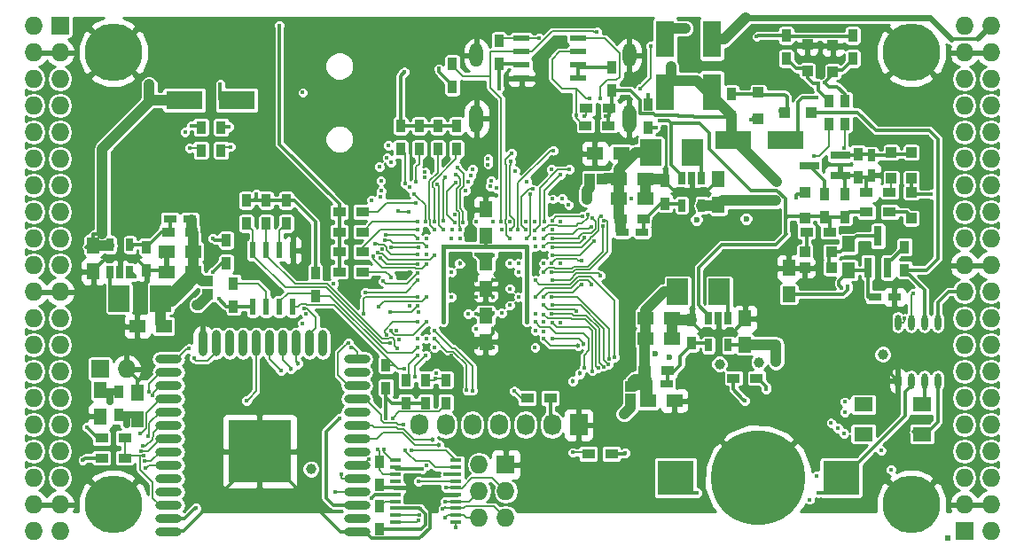
<source format=gbl>
G04 #@! TF.FileFunction,Copper,L4,Bot,Signal*
%FSLAX46Y46*%
G04 Gerber Fmt 4.6, Leading zero omitted, Abs format (unit mm)*
G04 Created by KiCad (PCBNEW 4.0.7+dfsg1-1) date Fri Nov 10 03:01:21 2017*
%MOMM*%
%LPD*%
G01*
G04 APERTURE LIST*
%ADD10C,0.100000*%
%ADD11R,0.500000X0.500000*%
%ADD12R,0.900000X1.200000*%
%ADD13R,1.000000X1.000000*%
%ADD14O,2.500000X0.900000*%
%ADD15O,0.900000X2.500000*%
%ADD16R,6.000000X6.000000*%
%ADD17R,1.800000X3.500000*%
%ADD18R,2.000000X2.500000*%
%ADD19R,0.700000X1.200000*%
%ADD20R,1.250000X1.500000*%
%ADD21R,1.500000X1.250000*%
%ADD22O,0.609600X1.473200*%
%ADD23R,0.800000X1.900000*%
%ADD24R,1.900000X0.800000*%
%ADD25R,1.200000X0.750000*%
%ADD26R,0.750000X1.200000*%
%ADD27R,1.200000X0.900000*%
%ADD28R,0.600000X1.550000*%
%ADD29R,1.550000X0.600000*%
%ADD30R,1.727200X1.727200*%
%ADD31O,1.727200X1.727200*%
%ADD32C,5.500000*%
%ADD33R,1.000000X0.400000*%
%ADD34R,1.727200X2.032000*%
%ADD35O,1.727200X2.032000*%
%ADD36O,1.300000X2.700000*%
%ADD37O,1.300000X2.300000*%
%ADD38R,1.800000X1.400000*%
%ADD39R,3.500000X1.800000*%
%ADD40R,3.500000X3.300000*%
%ADD41C,9.000000*%
%ADD42C,0.400000*%
%ADD43C,0.600000*%
%ADD44C,1.000000*%
%ADD45C,0.454000*%
%ADD46C,0.700000*%
%ADD47C,0.300000*%
%ADD48C,1.000000*%
%ADD49C,0.190000*%
%ADD50C,0.600000*%
%ADD51C,0.500000*%
%ADD52C,0.700000*%
%ADD53C,0.400000*%
%ADD54C,1.500000*%
%ADD55C,1.200000*%
%ADD56C,0.254000*%
G04 APERTURE END LIST*
D10*
D11*
X182675150Y-111637626D03*
D12*
X103498000Y-99858000D03*
X103498000Y-97658000D03*
D13*
X152393000Y-97142000D03*
X152393000Y-98342000D03*
D14*
X126260434Y-111030338D03*
X126260434Y-109760338D03*
X126260434Y-108490338D03*
X126260434Y-107220338D03*
X126260434Y-105950338D03*
X126260434Y-104680338D03*
X126260434Y-103410338D03*
X126260434Y-102140338D03*
X126260434Y-100870338D03*
X126260434Y-99600338D03*
X126260434Y-98330338D03*
X126260434Y-97060338D03*
X126260434Y-95790338D03*
X126260434Y-94520338D03*
D15*
X122975434Y-93030338D03*
X121705434Y-93030338D03*
X120435434Y-93030338D03*
X119165434Y-93030338D03*
X117895434Y-93030338D03*
X116625434Y-93030338D03*
X115355434Y-93030338D03*
X114085434Y-93030338D03*
X112815434Y-93030338D03*
X111545434Y-93030338D03*
D14*
X108260434Y-94520338D03*
X108260434Y-95790338D03*
X108260434Y-97060338D03*
X108260434Y-98330338D03*
X108260434Y-99600338D03*
X108260434Y-100870338D03*
X108260434Y-102140338D03*
X108260434Y-103410338D03*
X108260434Y-104680338D03*
X108260434Y-105950338D03*
X108260434Y-107220338D03*
X108260434Y-108490338D03*
X108260434Y-109760338D03*
X108260434Y-111030338D03*
D16*
X116960434Y-103330338D03*
D17*
X155695000Y-69000000D03*
X155695000Y-64000000D03*
D12*
X154044000Y-72426000D03*
X154044000Y-70226000D03*
D18*
X160870000Y-88090000D03*
X156870000Y-88090000D03*
D19*
X159825000Y-90600000D03*
X160775000Y-90600000D03*
X161725000Y-90600000D03*
X161725000Y-93200000D03*
X159825000Y-93200000D03*
D18*
X158330000Y-74755000D03*
X154330000Y-74755000D03*
D19*
X157285000Y-77235000D03*
X158235000Y-77235000D03*
X159185000Y-77235000D03*
X159185000Y-79835000D03*
X157285000Y-79835000D03*
D18*
X103530000Y-88725000D03*
X107530000Y-88725000D03*
D19*
X104575000Y-86215000D03*
X103625000Y-86215000D03*
X102675000Y-86215000D03*
X102675000Y-83615000D03*
X104575000Y-83615000D03*
D20*
X101085000Y-83665000D03*
X101085000Y-86165000D03*
D21*
X153810000Y-90630000D03*
X156310000Y-90630000D03*
X153810000Y-92535000D03*
X156310000Y-92535000D03*
D20*
X163315000Y-93150000D03*
X163315000Y-90650000D03*
D21*
X151270000Y-79200000D03*
X153770000Y-79200000D03*
X151270000Y-77295000D03*
X153770000Y-77295000D03*
D20*
X160775000Y-79815000D03*
X160775000Y-77315000D03*
D21*
X110590000Y-84280000D03*
X108090000Y-84280000D03*
X110590000Y-86185000D03*
X108090000Y-86185000D03*
D22*
X181730000Y-96599000D03*
X180460000Y-96599000D03*
X179190000Y-96599000D03*
X177920000Y-96599000D03*
X177920000Y-91011000D03*
X179190000Y-91011000D03*
X180460000Y-91011000D03*
X181730000Y-91011000D03*
D20*
X173221000Y-86038000D03*
X173221000Y-83538000D03*
D23*
X176965000Y-85780000D03*
X175065000Y-85780000D03*
X176015000Y-82780000D03*
D24*
X172435000Y-75075000D03*
X172435000Y-76975000D03*
X169435000Y-76025000D03*
D25*
X153910000Y-96910000D03*
X155810000Y-96910000D03*
X151570000Y-82375000D03*
X153470000Y-82375000D03*
X110290000Y-81105000D03*
X108390000Y-81105000D03*
D26*
X175380000Y-75075000D03*
X175380000Y-76975000D03*
D27*
X169200000Y-82375000D03*
X171400000Y-82375000D03*
D12*
X172840000Y-80935000D03*
X172840000Y-78735000D03*
D27*
X177115000Y-80470000D03*
X174915000Y-80470000D03*
D12*
X174110000Y-74925000D03*
X174110000Y-77125000D03*
X178555000Y-83815000D03*
X178555000Y-86015000D03*
X113785000Y-83180000D03*
X113785000Y-85380000D03*
X170935000Y-80935000D03*
X170935000Y-78735000D03*
X128390000Y-108580000D03*
X128390000Y-110780000D03*
D27*
X150572000Y-103584000D03*
X148372000Y-103584000D03*
X177115000Y-78565000D03*
X174915000Y-78565000D03*
X153760000Y-95640000D03*
X155960000Y-95640000D03*
X110440000Y-82375000D03*
X108240000Y-82375000D03*
X151420000Y-81105000D03*
X153620000Y-81105000D03*
D12*
X158235000Y-90800000D03*
X158235000Y-93000000D03*
X106165000Y-86015000D03*
X106165000Y-83815000D03*
X155695000Y-77465000D03*
X155695000Y-79665000D03*
D27*
X126782000Y-86185000D03*
X124582000Y-86185000D03*
X126782000Y-84279000D03*
X124582000Y-84279000D03*
X126782000Y-82375000D03*
X124582000Y-82375000D03*
X126782000Y-80470000D03*
X124582000Y-80470000D03*
D12*
X130422000Y-74458000D03*
X130422000Y-72258000D03*
X132200000Y-74458000D03*
X132200000Y-72258000D03*
X133978000Y-74458000D03*
X133978000Y-72258000D03*
X135756000Y-74458000D03*
X135756000Y-72258000D03*
D28*
X116325000Y-84120000D03*
X117595000Y-84120000D03*
X118865000Y-84120000D03*
X120135000Y-84120000D03*
X120135000Y-89520000D03*
X118865000Y-89520000D03*
X117595000Y-89520000D03*
X116325000Y-89520000D03*
D25*
X175700000Y-88598000D03*
X177600000Y-88598000D03*
D29*
X141980000Y-67705000D03*
X141980000Y-66435000D03*
X141980000Y-65165000D03*
X141980000Y-63895000D03*
X147380000Y-63895000D03*
X147380000Y-65165000D03*
X147380000Y-66435000D03*
X147380000Y-67705000D03*
D30*
X97910000Y-62690000D03*
D31*
X95370000Y-62690000D03*
X97910000Y-65230000D03*
X95370000Y-65230000D03*
X97910000Y-67770000D03*
X95370000Y-67770000D03*
X97910000Y-70310000D03*
X95370000Y-70310000D03*
X97910000Y-72850000D03*
X95370000Y-72850000D03*
X97910000Y-75390000D03*
X95370000Y-75390000D03*
X97910000Y-77930000D03*
X95370000Y-77930000D03*
X97910000Y-80470000D03*
X95370000Y-80470000D03*
X97910000Y-83010000D03*
X95370000Y-83010000D03*
X97910000Y-85550000D03*
X95370000Y-85550000D03*
X97910000Y-88090000D03*
X95370000Y-88090000D03*
X97910000Y-90630000D03*
X95370000Y-90630000D03*
X97910000Y-93170000D03*
X95370000Y-93170000D03*
X97910000Y-95710000D03*
X95370000Y-95710000D03*
X97910000Y-98250000D03*
X95370000Y-98250000D03*
X97910000Y-100790000D03*
X95370000Y-100790000D03*
X97910000Y-103330000D03*
X95370000Y-103330000D03*
X97910000Y-105870000D03*
X95370000Y-105870000D03*
X97910000Y-108410000D03*
X95370000Y-108410000D03*
X97910000Y-110950000D03*
X95370000Y-110950000D03*
D30*
X184270000Y-110950000D03*
D31*
X186810000Y-110950000D03*
X184270000Y-108410000D03*
X186810000Y-108410000D03*
X184270000Y-105870000D03*
X186810000Y-105870000D03*
X184270000Y-103330000D03*
X186810000Y-103330000D03*
X184270000Y-100790000D03*
X186810000Y-100790000D03*
X184270000Y-98250000D03*
X186810000Y-98250000D03*
X184270000Y-95710000D03*
X186810000Y-95710000D03*
X184270000Y-93170000D03*
X186810000Y-93170000D03*
X184270000Y-90630000D03*
X186810000Y-90630000D03*
X184270000Y-88090000D03*
X186810000Y-88090000D03*
X184270000Y-85550000D03*
X186810000Y-85550000D03*
X184270000Y-83010000D03*
X186810000Y-83010000D03*
X184270000Y-80470000D03*
X186810000Y-80470000D03*
X184270000Y-77930000D03*
X186810000Y-77930000D03*
X184270000Y-75390000D03*
X186810000Y-75390000D03*
X184270000Y-72850000D03*
X186810000Y-72850000D03*
X184270000Y-70310000D03*
X186810000Y-70310000D03*
X184270000Y-67770000D03*
X186810000Y-67770000D03*
X184270000Y-65230000D03*
X186810000Y-65230000D03*
X184270000Y-62690000D03*
X186810000Y-62690000D03*
D32*
X102990000Y-108410000D03*
X179190000Y-108410000D03*
X179190000Y-65230000D03*
X102990000Y-65230000D03*
D12*
X162045000Y-71410000D03*
X162045000Y-69210000D03*
X139820000Y-66330000D03*
X139820000Y-64130000D03*
X135375000Y-68532000D03*
X135375000Y-66332000D03*
X150615000Y-68870000D03*
X150615000Y-66670000D03*
D27*
X150275000Y-72215000D03*
X148075000Y-72215000D03*
X150380000Y-70600000D03*
X148180000Y-70600000D03*
D33*
X135735000Y-104215000D03*
X135735000Y-104865000D03*
X135735000Y-105515000D03*
X135735000Y-106165000D03*
X135735000Y-106815000D03*
X135735000Y-107465000D03*
X135735000Y-108115000D03*
X135735000Y-108765000D03*
X135735000Y-109415000D03*
X135735000Y-110065000D03*
X129935000Y-110065000D03*
X129935000Y-109415000D03*
X129935000Y-108765000D03*
X129935000Y-108115000D03*
X129935000Y-107465000D03*
X129935000Y-106815000D03*
X129935000Y-106165000D03*
X129935000Y-105515000D03*
X129935000Y-104865000D03*
X129935000Y-104215000D03*
D12*
X119500000Y-79370000D03*
X119500000Y-81570000D03*
X114480000Y-89500000D03*
X114480000Y-87300000D03*
X129025000Y-97275000D03*
X129025000Y-95075000D03*
X117595000Y-79370000D03*
X117595000Y-81570000D03*
X122280000Y-86300000D03*
X122280000Y-88500000D03*
X115690000Y-79370000D03*
X115690000Y-81570000D03*
D27*
X144730000Y-98250000D03*
X142530000Y-98250000D03*
D12*
X132835000Y-98715000D03*
X132835000Y-96515000D03*
X130930000Y-98715000D03*
X130930000Y-96515000D03*
D27*
X101890000Y-103965000D03*
X104090000Y-103965000D03*
D30*
X101720000Y-95456000D03*
D31*
X104260000Y-95456000D03*
D27*
X104090000Y-102060000D03*
X101890000Y-102060000D03*
D20*
X167506000Y-88324000D03*
X167506000Y-85824000D03*
D27*
X164415000Y-96345000D03*
X162215000Y-96345000D03*
D12*
X167252000Y-65822000D03*
X167252000Y-63622000D03*
D30*
X140455000Y-104600000D03*
D31*
X137915000Y-104600000D03*
X140455000Y-107140000D03*
X137915000Y-107140000D03*
X140455000Y-109680000D03*
X137915000Y-109680000D03*
D20*
X138550000Y-90396000D03*
X138550000Y-92896000D03*
X138550000Y-82736000D03*
X138550000Y-80236000D03*
X138550000Y-85316000D03*
X138550000Y-87816000D03*
X101720000Y-97508000D03*
X101720000Y-100008000D03*
D12*
X113277000Y-74585000D03*
X113277000Y-72385000D03*
X111372000Y-74585000D03*
X111372000Y-72385000D03*
X172840000Y-72045000D03*
X172840000Y-69845000D03*
X171316000Y-72045000D03*
X171316000Y-69845000D03*
D34*
X147440000Y-100790000D03*
D35*
X144900000Y-100790000D03*
X142360000Y-100790000D03*
X139820000Y-100790000D03*
X137280000Y-100790000D03*
X134740000Y-100790000D03*
X132200000Y-100790000D03*
D36*
X152280000Y-71550000D03*
X137680000Y-71550000D03*
D37*
X137680000Y-65500000D03*
X152280000Y-65500000D03*
D38*
X180212000Y-98882000D03*
X174612000Y-98882000D03*
X174612000Y-101682000D03*
X180212000Y-101682000D03*
D20*
X105276000Y-100262000D03*
X105276000Y-97762000D03*
D39*
X109761000Y-69802000D03*
X114761000Y-69802000D03*
X167212000Y-73612000D03*
X162212000Y-73612000D03*
D17*
X160140000Y-64000000D03*
X160140000Y-69000000D03*
D21*
X154064000Y-98504000D03*
X156564000Y-98504000D03*
X107796000Y-91392000D03*
X105296000Y-91392000D03*
X151484000Y-74882000D03*
X148984000Y-74882000D03*
D12*
X173602000Y-65822000D03*
X173602000Y-63622000D03*
X134740000Y-96515000D03*
X134740000Y-98715000D03*
D40*
X172485000Y-105870000D03*
X156685000Y-105870000D03*
D41*
X164585000Y-105870000D03*
D13*
X169284000Y-66988000D03*
X169284000Y-64488000D03*
X171697000Y-67081000D03*
X171697000Y-64581000D03*
X169050000Y-84280000D03*
X171550000Y-84280000D03*
X179190000Y-81085000D03*
X179190000Y-78585000D03*
X169030000Y-81085000D03*
X169030000Y-78585000D03*
X171550000Y-85804000D03*
X169050000Y-85804000D03*
X179190000Y-77275000D03*
X179190000Y-74775000D03*
X177285000Y-74775000D03*
X177285000Y-77275000D03*
X167145000Y-70945000D03*
X169645000Y-70945000D03*
X164585000Y-69060000D03*
X164585000Y-71560000D03*
X112007000Y-87109000D03*
X112007000Y-88309000D03*
X149691000Y-77295000D03*
X148491000Y-77295000D03*
D12*
X128390000Y-106546000D03*
X128390000Y-104346000D03*
D42*
X170309539Y-85441529D03*
X145698456Y-91073766D03*
D43*
X156262773Y-81349374D03*
X154657528Y-81463649D03*
D44*
X158233687Y-94760979D03*
D42*
X145672808Y-85396062D03*
X144103186Y-84622010D03*
X133216000Y-107465000D03*
X137680000Y-88600000D03*
X142480000Y-95000000D03*
X141680000Y-92600000D03*
X140836000Y-84534000D03*
X135284627Y-94985297D03*
X135288625Y-94225619D03*
X134455822Y-94267172D03*
X131280000Y-89450837D03*
X120770000Y-72215000D03*
X136095958Y-93369652D03*
D45*
X139264636Y-91615205D03*
D44*
X116880503Y-64802940D03*
X106974809Y-64953974D03*
X175210328Y-64948943D03*
X165417246Y-64954666D03*
D42*
X175495631Y-71457432D03*
X132880424Y-84561218D03*
X135567436Y-80702302D03*
X132810347Y-82177990D03*
X145680000Y-94177990D03*
X177285000Y-95710000D03*
D44*
X177229911Y-82281349D03*
D43*
X164741832Y-81130572D03*
X161067993Y-81216119D03*
D44*
X162992748Y-94820185D03*
D42*
X131254529Y-86251357D03*
X140880000Y-81400000D03*
X136085174Y-89394826D03*
X145680000Y-81400000D03*
X140874194Y-91433353D03*
X142480000Y-94200000D03*
X140880000Y-93400000D03*
X139280000Y-93400000D03*
X137680000Y-93400000D03*
X136880000Y-92600000D03*
X135280000Y-92600000D03*
X132880000Y-91800000D03*
X132880000Y-93400000D03*
D45*
X141042859Y-86994997D03*
X139280000Y-87000000D03*
X136110990Y-86995403D03*
X137680000Y-87000000D03*
X136080000Y-84600000D03*
X139280000Y-88600000D03*
D42*
X172564535Y-87722010D03*
D44*
X121861867Y-105030174D03*
D42*
X150030853Y-71331848D03*
X127656639Y-107816792D03*
D44*
X156235582Y-66548363D03*
X166321614Y-77572282D03*
X166248957Y-79408030D03*
X101932065Y-82585048D03*
X106417803Y-68312483D03*
X166280000Y-94800000D03*
X157600000Y-62944000D03*
X160884708Y-94994498D03*
D43*
X156077107Y-94326957D03*
X154726292Y-94009946D03*
D42*
X173137949Y-87594275D03*
D44*
X148202454Y-79278787D03*
D46*
X102710050Y-98594954D03*
D42*
X110855283Y-108726380D03*
X148160764Y-77980787D03*
X154794000Y-72426000D03*
X129005202Y-100174798D03*
X137659051Y-91638034D03*
X139820000Y-68665673D03*
X172834633Y-99599920D03*
X172879922Y-98618650D03*
X176305593Y-103279812D03*
X165349214Y-97422919D03*
X164433885Y-63737451D03*
X134079160Y-66786153D03*
X109828000Y-72830000D03*
X116654336Y-78777990D03*
D44*
X176474303Y-94069095D03*
D43*
X163422030Y-81120665D03*
X158680000Y-81210838D03*
D42*
X112515000Y-83010000D03*
X181065000Y-78785000D03*
X100080000Y-104200000D03*
X113080000Y-88800000D03*
D44*
X164653770Y-94825547D03*
D42*
X135273306Y-88618602D03*
X139272517Y-84611349D03*
X137680556Y-84534085D03*
X141680000Y-86200000D03*
X135280000Y-86200000D03*
X132880000Y-92600000D03*
X132080000Y-92600000D03*
X141680000Y-88600000D03*
X141680000Y-85400000D03*
D44*
X151758000Y-99774000D03*
D42*
X136885174Y-90194826D03*
X140094890Y-90122990D03*
X139280000Y-90122990D03*
X140880000Y-89400000D03*
X137680000Y-90172990D03*
X140880000Y-87800000D03*
X140880000Y-85400000D03*
D45*
X136080000Y-85400000D03*
D42*
X130022680Y-91834237D03*
X121369010Y-90164222D03*
X130279644Y-92674772D03*
X121041200Y-91125073D03*
D44*
X110991000Y-89360000D03*
D42*
X142480000Y-91000000D03*
X142480000Y-83800000D03*
X134480000Y-83800000D03*
X134480000Y-91000000D03*
X121086654Y-69078528D03*
X105037711Y-86632990D03*
X155149360Y-71764535D03*
X170182962Y-69571012D03*
X170362901Y-107286196D03*
X158716651Y-107325176D03*
X137295592Y-97538017D03*
X134750646Y-106810513D03*
X133680000Y-91800000D03*
D45*
X134074414Y-102752225D03*
D42*
X136740903Y-97514503D03*
X134675868Y-108131585D03*
D45*
X133449289Y-102232615D03*
D42*
X133680000Y-92600000D03*
X133685482Y-93402296D03*
X127358154Y-104128048D03*
X132936956Y-104698915D03*
X134463998Y-108841973D03*
X130692380Y-100790000D03*
X131808905Y-96227367D03*
X134636872Y-109719950D03*
X132846234Y-94197073D03*
X118858690Y-62658970D03*
X130761990Y-67119621D03*
X147186000Y-71200000D03*
X148477832Y-69619684D03*
X147983153Y-71347080D03*
X149475951Y-69619684D03*
X178558190Y-90656032D03*
X154329326Y-64643767D03*
X152497066Y-79193467D03*
X146481406Y-79819384D03*
X153322343Y-68673419D03*
X143650666Y-63862520D03*
X179375977Y-88226957D03*
X149183754Y-63257114D03*
X140035989Y-81400000D03*
X115729998Y-98493136D03*
X128776655Y-87110882D03*
X132077895Y-86272150D03*
X119008515Y-95662939D03*
D45*
X119978162Y-95412951D03*
X120634035Y-94977604D03*
D42*
X113212238Y-68244401D03*
X144962492Y-79235378D03*
X145834002Y-79198109D03*
X131453853Y-103260518D03*
X149771692Y-81825658D03*
X144080000Y-86200000D03*
X149520824Y-86534121D03*
X144894316Y-86977564D03*
X149549750Y-80868432D03*
X144917291Y-83835368D03*
D45*
X147355672Y-93219294D03*
D42*
X144113248Y-92588762D03*
X144875155Y-86218896D03*
X149846468Y-81303978D03*
X148719886Y-81056015D03*
X144916886Y-82991358D03*
D45*
X147915304Y-93063131D03*
D42*
X144882352Y-92577990D03*
X148747982Y-95669626D03*
X144891634Y-91073766D03*
X149795895Y-95251084D03*
X144867244Y-90229755D03*
X150278898Y-95040253D03*
X144892596Y-89385743D03*
X150345974Y-94517527D03*
X144877648Y-88622010D03*
X150889207Y-94332565D03*
X143280000Y-87000000D03*
X130807074Y-95454141D03*
X130141886Y-93532031D03*
X132080000Y-93400000D03*
X129438090Y-93014450D03*
X133852393Y-95875797D03*
X141280000Y-97600000D03*
X133762848Y-96395146D03*
X132080000Y-94200000D03*
X105895603Y-103765816D03*
X128669601Y-84020243D03*
X132080000Y-89450837D03*
X130839486Y-103260518D03*
X129459184Y-90039192D03*
X128806823Y-103185900D03*
X132162861Y-106185868D03*
X128321313Y-89539949D03*
X132880000Y-88600000D03*
X127040053Y-88166906D03*
X124741825Y-105494691D03*
X132080000Y-87000000D03*
X125740979Y-93452427D03*
X124202418Y-107207639D03*
X110313517Y-74380698D03*
X132146108Y-109940263D03*
X114166000Y-74247000D03*
X132189000Y-109415000D03*
X135694981Y-77648547D03*
X135567436Y-81489225D03*
X134702010Y-77200000D03*
X134471354Y-81347908D03*
X132761172Y-77202673D03*
X132737245Y-76676207D03*
X128545566Y-77476577D03*
X127643658Y-79355564D03*
X110718734Y-94451783D03*
X128515897Y-78994176D03*
X110249038Y-93533767D03*
X128569727Y-78469921D03*
X131253134Y-78134216D03*
X106368514Y-97662752D03*
X106741168Y-98035405D03*
X131709326Y-78745875D03*
X132783332Y-81399993D03*
X105572759Y-101661319D03*
X129016746Y-82660638D03*
X132084821Y-83022010D03*
X106281049Y-101893466D03*
X128948848Y-83183258D03*
X132886504Y-83777990D03*
X105813763Y-102819336D03*
X129513931Y-83860979D03*
X132117443Y-83866021D03*
X105627254Y-103312241D03*
X127966259Y-83515785D03*
X132079996Y-84503337D03*
X105992720Y-104283802D03*
X128261987Y-84383463D03*
X133671942Y-84595200D03*
X106088753Y-104974041D03*
X127824162Y-84676807D03*
X132875802Y-85428138D03*
D45*
X146862501Y-96617499D03*
X147534467Y-95913260D03*
D42*
X147927932Y-95329243D03*
X143280000Y-91000000D03*
X149284391Y-95377990D03*
X144077013Y-90266968D03*
X147207648Y-89973043D03*
X144076240Y-89395301D03*
X143281824Y-90201951D03*
X144102010Y-85397219D03*
X147687522Y-85093328D03*
X144868096Y-85371354D03*
X148610669Y-81900026D03*
X144102010Y-83000000D03*
X144888125Y-82147347D03*
X147695541Y-87377990D03*
X144082832Y-88584510D03*
X148688598Y-87378077D03*
X143278026Y-88595030D03*
X148298275Y-80739810D03*
X144102010Y-82185600D03*
X147802234Y-80917812D03*
X144880004Y-81303335D03*
X139280000Y-81400000D03*
X139578623Y-78205862D03*
X138968064Y-78040948D03*
X139046556Y-77517650D03*
X138775679Y-75942989D03*
X138779198Y-75400762D03*
X137680000Y-81400000D03*
X137308732Y-76415018D03*
X137106948Y-76979922D03*
X136856003Y-77562978D03*
X136634118Y-78451672D03*
X135830698Y-76200613D03*
X136411444Y-81497309D03*
X148878722Y-83261032D03*
X144915665Y-84598743D03*
X148001372Y-82958777D03*
X144103186Y-83777990D03*
X142841210Y-78784254D03*
X142473549Y-82998913D03*
X143057990Y-78303891D03*
X142396423Y-82191394D03*
X145713979Y-76895375D03*
X144146021Y-81374784D03*
X144860423Y-76406173D03*
X146557990Y-76430564D03*
X143257990Y-82207154D03*
X143257990Y-81379632D03*
X145017056Y-74611129D03*
X141657990Y-82130345D03*
X142413979Y-81382236D03*
X140080000Y-82200000D03*
X141342967Y-76554996D03*
X141046643Y-74873804D03*
X140864029Y-83041403D03*
X140980062Y-75681941D03*
X140924011Y-82179283D03*
X129542604Y-86703515D03*
X132880000Y-83022010D03*
X132080000Y-82177990D03*
X132080000Y-81400000D03*
X131847310Y-79589886D03*
X130856828Y-77786820D03*
X131923295Y-77584853D03*
X133654358Y-82177990D03*
X133627343Y-81396408D03*
X129493635Y-91853281D03*
X132880000Y-91000000D03*
X129092715Y-92195341D03*
X132077648Y-90977990D03*
X130196821Y-80377733D03*
X131180000Y-80500000D03*
X128489708Y-84867377D03*
X132079620Y-85428138D03*
X163908850Y-71651861D03*
X134501414Y-82177578D03*
X133922194Y-77854836D03*
X135656559Y-110610712D03*
X132448438Y-104994496D03*
X146844288Y-103452739D03*
X134707351Y-105508447D03*
X132280000Y-108800000D03*
D46*
X104260000Y-100790000D03*
D42*
X112515000Y-86185000D03*
X169506589Y-107953726D03*
X163277422Y-98501717D03*
X170157734Y-105666345D03*
X169895346Y-75092988D03*
X143257990Y-83000000D03*
X168166438Y-79108038D03*
X151896383Y-103510715D03*
X114039000Y-72342000D03*
X110483000Y-72215000D03*
X143269694Y-93414905D03*
X177274002Y-105079115D03*
X172761273Y-101651681D03*
X143280000Y-91800000D03*
X172193360Y-101105663D03*
X144064831Y-91877646D03*
X171540304Y-100645743D03*
X144080000Y-91000000D03*
X154044000Y-69294000D03*
X128386755Y-76157168D03*
X135280000Y-83022010D03*
X129493343Y-75737814D03*
X136080000Y-83000000D03*
X129125079Y-75315804D03*
X135345425Y-82176814D03*
X135725421Y-76909376D03*
X129252218Y-74142461D03*
X136080000Y-82200000D03*
X172746637Y-74347988D03*
X143280000Y-83800000D03*
X142480000Y-77600000D03*
X170300000Y-68151000D03*
X170950000Y-68125562D03*
X125423968Y-92992129D03*
X121206217Y-89662983D03*
X132156079Y-90030946D03*
X182675150Y-111637626D03*
X124027706Y-87347706D03*
X124027707Y-87347707D03*
X166678914Y-70803555D03*
X129660000Y-100155000D03*
X124580000Y-100155000D03*
X126880000Y-90200000D03*
X128280000Y-103200000D03*
X132080000Y-88600000D03*
X100450000Y-101044000D03*
D47*
X167506000Y-85824000D02*
X169927068Y-85824000D01*
X169927068Y-85824000D02*
X170109540Y-85641528D01*
X170109540Y-85641528D02*
X170309539Y-85441529D01*
X104260000Y-95456000D02*
X105276000Y-96472000D01*
X105276000Y-96472000D02*
X105276000Y-97762000D01*
X132254999Y-111657001D02*
X133216000Y-110696000D01*
X133216000Y-110696000D02*
X133216000Y-107465000D01*
X126260434Y-111030338D02*
X127060434Y-111030338D01*
X127060434Y-111030338D02*
X127687097Y-111657001D01*
X127687097Y-111657001D02*
X132254999Y-111657001D01*
X133216000Y-107465000D02*
X132214478Y-107465000D01*
X135735000Y-107465000D02*
X133216000Y-107465000D01*
X132214478Y-107465000D02*
X131572496Y-106823018D01*
X131572496Y-106823018D02*
X129919874Y-106823018D01*
X108260434Y-111030338D02*
X109060434Y-111030338D01*
X109060434Y-111030338D02*
X109140772Y-110950000D01*
X109140772Y-110950000D02*
X109693431Y-110950000D01*
X109693431Y-110950000D02*
X116960434Y-103682997D01*
X116960434Y-103682997D02*
X116960434Y-103330338D01*
X126260434Y-111030338D02*
X124660659Y-111030338D01*
X124660659Y-111030338D02*
X116960659Y-103330338D01*
X116960659Y-103330338D02*
X116960434Y-103330338D01*
X129935000Y-106815000D02*
X128659000Y-106815000D01*
X128659000Y-106815000D02*
X128390000Y-106546000D01*
X128390000Y-106546000D02*
X128558000Y-106546000D01*
X136126306Y-93400000D02*
X136095958Y-93369652D01*
X136880000Y-92600000D02*
X136110348Y-93369652D01*
X136049652Y-93369652D02*
X136095958Y-93369652D01*
X137680000Y-93400000D02*
X136126306Y-93400000D01*
X135280000Y-92600000D02*
X136049652Y-93369652D01*
X136110348Y-93369652D02*
X136095958Y-93369652D01*
X139264636Y-92054364D02*
X139264636Y-91936231D01*
X139264636Y-91936231D02*
X139264636Y-91615205D01*
X138550000Y-92769000D02*
X139264636Y-92054364D01*
X136880000Y-92600000D02*
X137680000Y-93400000D01*
X136880000Y-92600000D02*
X138381000Y-92600000D01*
X138381000Y-92600000D02*
X138550000Y-92769000D01*
X135280000Y-92600000D02*
X136880000Y-92600000D01*
X138550000Y-92769000D02*
X138649000Y-92769000D01*
X138649000Y-92769000D02*
X139280000Y-93400000D01*
X138550000Y-92769000D02*
X138311000Y-92769000D01*
X138311000Y-92769000D02*
X137680000Y-93400000D01*
X175042385Y-64781000D02*
X175210328Y-64948943D01*
X171697000Y-64781000D02*
X175042385Y-64781000D01*
X165683912Y-64688000D02*
X165417246Y-64954666D01*
X169284000Y-64688000D02*
X165683912Y-64688000D01*
X169284000Y-64688000D02*
X171604000Y-64688000D01*
X171604000Y-64688000D02*
X171697000Y-64781000D01*
X177285000Y-95710000D02*
X177285000Y-95964000D01*
X177285000Y-95964000D02*
X177920000Y-96599000D01*
X102210000Y-84915000D02*
X103625000Y-84915000D01*
X103625000Y-84915000D02*
X105215000Y-84915000D01*
X103625000Y-86215000D02*
X103625000Y-84915000D01*
X105215000Y-84915000D02*
X106165000Y-85865000D01*
X106165000Y-85865000D02*
X106165000Y-86015000D01*
X101085000Y-86165000D02*
X101085000Y-86040000D01*
X101085000Y-86040000D02*
X102210000Y-84915000D01*
X106165000Y-86015000D02*
X107920000Y-86015000D01*
X107920000Y-86015000D02*
X108090000Y-86185000D01*
D48*
X153770000Y-77295000D02*
X155525000Y-77295000D01*
D47*
X155525000Y-77295000D02*
X155695000Y-77465000D01*
D48*
X153770000Y-79200000D02*
X153770000Y-77295000D01*
D47*
X174110000Y-77125000D02*
X174745000Y-77125000D01*
X174745000Y-77125000D02*
X175230000Y-77125000D01*
X174915000Y-78565000D02*
X174915000Y-77295000D01*
X174915000Y-77295000D02*
X174745000Y-77125000D01*
X172840000Y-78735000D02*
X172840000Y-77380000D01*
X172840000Y-77380000D02*
X172435000Y-76975000D01*
X175230000Y-77125000D02*
X175380000Y-76975000D01*
X172435000Y-76975000D02*
X173960000Y-76975000D01*
X173960000Y-76975000D02*
X174110000Y-77125000D01*
X137680000Y-86200000D02*
X137680000Y-86600000D01*
X136080000Y-84600000D02*
X137680000Y-86200000D01*
X159850000Y-78365000D02*
X158235000Y-78365000D01*
X158235000Y-78365000D02*
X156445000Y-78365000D01*
X158235000Y-77235000D02*
X158235000Y-78365000D01*
X160775000Y-77315000D02*
X160775000Y-77440000D01*
X160775000Y-77440000D02*
X159850000Y-78365000D01*
X156445000Y-78365000D02*
X155695000Y-77615000D01*
X155695000Y-77615000D02*
X155695000Y-77465000D01*
D48*
X156310000Y-90630000D02*
X156310000Y-92535000D01*
X158235000Y-90800000D02*
X156480000Y-90800000D01*
D47*
X156480000Y-90800000D02*
X156310000Y-90630000D01*
X163315000Y-90650000D02*
X163315000Y-90834602D01*
X163315000Y-90834602D02*
X162249602Y-91900000D01*
X162249602Y-91900000D02*
X160775000Y-91900000D01*
X101085000Y-86165000D02*
X101085000Y-85929893D01*
X106165000Y-85944374D02*
X106165000Y-86015000D01*
X159185000Y-91900000D02*
X160775000Y-91900000D01*
X160775000Y-90600000D02*
X160775000Y-91900000D01*
X158235000Y-90800000D02*
X158235000Y-90950000D01*
X158235000Y-90950000D02*
X159185000Y-91900000D01*
X108090000Y-84280000D02*
X108090000Y-86185000D01*
X107625000Y-84745000D02*
X108090000Y-84280000D01*
X108070000Y-84260000D02*
X108090000Y-84280000D01*
X141037856Y-87000000D02*
X141042859Y-86994997D01*
X139280000Y-87000000D02*
X141037856Y-87000000D01*
X136432016Y-86995403D02*
X136110990Y-86995403D01*
X137284597Y-86995403D02*
X136432016Y-86995403D01*
X137680000Y-86600000D02*
X137284597Y-86995403D01*
X137680000Y-86600000D02*
X137680000Y-87000000D01*
D49*
X138029000Y-66332000D02*
X138115000Y-66246000D01*
D47*
X172296000Y-87453475D02*
X172364536Y-87522011D01*
X172364536Y-87522011D02*
X172564535Y-87722010D01*
X172296000Y-87088000D02*
X172296000Y-87453475D01*
X173221000Y-86038000D02*
X173221000Y-86163000D01*
X173221000Y-86163000D02*
X172296000Y-87088000D01*
X162045000Y-71410000D02*
X158501963Y-71410000D01*
X158501963Y-71410000D02*
X158407951Y-71315988D01*
X158407951Y-71315988D02*
X156965000Y-71315988D01*
X156965000Y-71315988D02*
X156924522Y-71275510D01*
X156924522Y-71275510D02*
X154741030Y-71275510D01*
X153316999Y-71047601D02*
X153316999Y-69786999D01*
X154741030Y-71275510D02*
X154568521Y-71103001D01*
X154568521Y-71103001D02*
X153372399Y-71103001D01*
X153372399Y-71103001D02*
X153316999Y-71047601D01*
X152400000Y-68870000D02*
X151365000Y-68870000D01*
X153316999Y-69786999D02*
X152400000Y-68870000D01*
X151365000Y-68870000D02*
X150615000Y-68870000D01*
X150275000Y-71465000D02*
X150380000Y-71360000D01*
X150380000Y-71360000D02*
X150380000Y-70600000D01*
X150615000Y-70935000D02*
X150615000Y-69995990D01*
X150615000Y-69995990D02*
X150615000Y-68870000D01*
X150313695Y-71331848D02*
X150030853Y-71331848D01*
X150141848Y-71331848D02*
X150030853Y-71331848D01*
X150275000Y-71465000D02*
X150141848Y-71331848D01*
X150275000Y-72215000D02*
X150275000Y-71465000D01*
X128008431Y-107465000D02*
X127856638Y-107616793D01*
X127856638Y-107616793D02*
X127656639Y-107816792D01*
X129935000Y-107465000D02*
X128008431Y-107465000D01*
X160140000Y-69000000D02*
X160140000Y-69850000D01*
X160140000Y-69850000D02*
X161700000Y-71410000D01*
D48*
X156235582Y-67716832D02*
X156235582Y-66548363D01*
X158681338Y-67896338D02*
X156415088Y-67896338D01*
X156415088Y-67896338D02*
X156235582Y-67716832D01*
D47*
X156235582Y-66578582D02*
X156235582Y-66548363D01*
D48*
X162045000Y-73295668D02*
X165821615Y-77072283D01*
X165821615Y-77072283D02*
X166321614Y-77572282D01*
X160790000Y-79800000D02*
X161181970Y-79408030D01*
X161181970Y-79408030D02*
X165541851Y-79408030D01*
X165541851Y-79408030D02*
X166248957Y-79408030D01*
D47*
X101085000Y-82615000D02*
X101114952Y-82585048D01*
X101114952Y-82585048D02*
X101224959Y-82585048D01*
X101085000Y-83665000D02*
X101085000Y-82615000D01*
D48*
X101932065Y-81877942D02*
X101932065Y-82585048D01*
X101932065Y-74415935D02*
X101932065Y-81877942D01*
X106407114Y-69940886D02*
X101932065Y-74415935D01*
D47*
X101224959Y-82585048D02*
X101932065Y-82585048D01*
D48*
X106417803Y-69019589D02*
X106417803Y-68312483D01*
X106417803Y-69930197D02*
X106417803Y-69019589D01*
X106407114Y-69940886D02*
X106417803Y-69930197D01*
X166280000Y-93150000D02*
X166280000Y-94800000D01*
D47*
X110610000Y-69548000D02*
X110610000Y-69802000D01*
D48*
X109975000Y-69802000D02*
X106546000Y-69802000D01*
X106546000Y-69802000D02*
X106419000Y-69929000D01*
D47*
X175065000Y-88598000D02*
X175065000Y-85780000D01*
X175700000Y-88598000D02*
X175065000Y-88598000D01*
D48*
X106419000Y-69929000D02*
X106407114Y-69940886D01*
D47*
X106419000Y-69675000D02*
X106419000Y-69929000D01*
X100572432Y-83665000D02*
X100424079Y-83813353D01*
X101085000Y-83665000D02*
X100572432Y-83665000D01*
X160790000Y-79800000D02*
X160775000Y-79815000D01*
D48*
X163315000Y-93150000D02*
X166280000Y-93150000D01*
D47*
X160775000Y-79940000D02*
X160775000Y-79815000D01*
X164925000Y-93150000D02*
X164240000Y-93150000D01*
X164240000Y-93150000D02*
X163315000Y-93150000D01*
X101085000Y-83665000D02*
X101085000Y-83790000D01*
D48*
X159185000Y-79835000D02*
X160755000Y-79835000D01*
D47*
X160755000Y-79835000D02*
X160775000Y-79815000D01*
X161725000Y-93200000D02*
X163265000Y-93200000D01*
X163265000Y-93200000D02*
X163315000Y-93150000D01*
X173221000Y-86038000D02*
X174807000Y-86038000D01*
X174807000Y-86038000D02*
X175065000Y-85780000D01*
D48*
X101085000Y-83665000D02*
X102625000Y-83665000D01*
D47*
X102625000Y-83665000D02*
X102675000Y-83615000D01*
X161700000Y-71410000D02*
X162045000Y-71410000D01*
D48*
X162045000Y-71410000D02*
X162045000Y-71260000D01*
X162045000Y-71260000D02*
X158681338Y-67896338D01*
X162045000Y-71410000D02*
X162045000Y-73295668D01*
D47*
X162045000Y-71753000D02*
X162045000Y-71410000D01*
X155695000Y-64000000D02*
X155695000Y-63368337D01*
X155695000Y-63368337D02*
X156119337Y-62944000D01*
D48*
X156119337Y-62944000D02*
X157600000Y-62944000D01*
X160140000Y-64000000D02*
X161340000Y-64000000D01*
X161340000Y-64000000D02*
X163399217Y-61940783D01*
D50*
X163399217Y-61940783D02*
X180980783Y-61940783D01*
D51*
X185540000Y-63960000D02*
X186810000Y-62690000D01*
D50*
X180980783Y-61940783D02*
X183000000Y-63960000D01*
D47*
X183000000Y-63960000D02*
X185540000Y-63960000D01*
X167506000Y-88324000D02*
X172691066Y-88324000D01*
X172691066Y-88324000D02*
X173137949Y-87877117D01*
X173137949Y-87877117D02*
X173137949Y-87594275D01*
D48*
X148202454Y-78413536D02*
X148202454Y-78571681D01*
X148202000Y-78413082D02*
X148202454Y-78413536D01*
X148202454Y-78571681D02*
X148202454Y-79278787D01*
D52*
X102710050Y-97683950D02*
X102710050Y-98099980D01*
X102736000Y-97658000D02*
X102710050Y-97683950D01*
X102710050Y-98099980D02*
X102710050Y-98594954D01*
X102736000Y-97658000D02*
X101870000Y-97658000D01*
X103498000Y-97658000D02*
X102736000Y-97658000D01*
D47*
X101870000Y-97658000D02*
X101720000Y-97508000D01*
X110655284Y-108926379D02*
X110855283Y-108726380D01*
X109821325Y-109760338D02*
X110655284Y-108926379D01*
X108260434Y-109760338D02*
X109821325Y-109760338D01*
X148202000Y-78413082D02*
X148491000Y-78124082D01*
D48*
X148491000Y-78124082D02*
X148491000Y-77295000D01*
X148202000Y-78413082D02*
X148439744Y-78175338D01*
D47*
X148160764Y-77980787D02*
X148160764Y-77625236D01*
X148160764Y-77625236D02*
X148491000Y-77295000D01*
X148202000Y-78022023D02*
X148160764Y-77980787D01*
X154806000Y-72438000D02*
X154794000Y-72426000D01*
X154044000Y-72426000D02*
X154794000Y-72426000D01*
X129025000Y-97275000D02*
X129025000Y-100155000D01*
X129025000Y-100155000D02*
X129005202Y-100174798D01*
X129025000Y-97275000D02*
X129025000Y-98175000D01*
X129025000Y-98175000D02*
X129565000Y-98715000D01*
X129565000Y-98715000D02*
X130180000Y-98715000D01*
X130180000Y-98715000D02*
X130930000Y-98715000D01*
X132835000Y-98715000D02*
X130930000Y-98715000D01*
X173602000Y-63706000D02*
X167336000Y-63706000D01*
X167336000Y-63706000D02*
X167252000Y-63622000D01*
X167252000Y-63622000D02*
X164549336Y-63622000D01*
X164549336Y-63622000D02*
X164433885Y-63737451D01*
X138550000Y-85042000D02*
X138188471Y-85042000D01*
X138188471Y-85042000D02*
X137680556Y-84534085D01*
X138550000Y-85042000D02*
X138841866Y-85042000D01*
X138841866Y-85042000D02*
X139272517Y-84611349D01*
X137680556Y-84534085D02*
X139195253Y-84534085D01*
X139195253Y-84534085D02*
X139272517Y-84611349D01*
X139820000Y-66330000D02*
X139820000Y-68665673D01*
X165349214Y-97129214D02*
X165349214Y-97422919D01*
X164565000Y-96345000D02*
X165349214Y-97129214D01*
X164415000Y-96345000D02*
X164565000Y-96345000D01*
X134079160Y-67068995D02*
X134079160Y-66786153D01*
X134079160Y-67086160D02*
X134079160Y-67068995D01*
X135375000Y-68382000D02*
X134079160Y-67086160D01*
X135375000Y-68532000D02*
X135375000Y-68382000D01*
X116654336Y-79155664D02*
X116654336Y-79060832D01*
X115690000Y-79370000D02*
X116440000Y-79370000D01*
X116440000Y-79370000D02*
X116654336Y-79155664D01*
X116654336Y-79060832D02*
X116654336Y-78777990D01*
X181730000Y-89106000D02*
X182746000Y-88090000D01*
X182746000Y-88090000D02*
X184270000Y-88090000D01*
X181730000Y-91011000D02*
X181730000Y-89106000D01*
X144730000Y-98250000D02*
X144730000Y-99266000D01*
X144730000Y-99266000D02*
X144730000Y-99400000D01*
X144730000Y-99400000D02*
X144730000Y-100620000D01*
X113785000Y-83180000D02*
X112685000Y-83180000D01*
X112685000Y-83180000D02*
X112515000Y-83010000D01*
X122280000Y-86300000D02*
X122280000Y-81400000D01*
X122280000Y-81400000D02*
X120250000Y-79370000D01*
X120250000Y-79370000D02*
X119500000Y-79370000D01*
X179190000Y-78785000D02*
X181065000Y-78785000D01*
X179190000Y-77075000D02*
X179190000Y-78785000D01*
X100315000Y-103965000D02*
X100080000Y-104200000D01*
X101890000Y-103965000D02*
X100315000Y-103965000D01*
X117595000Y-79370000D02*
X119500000Y-79370000D01*
X115690000Y-79370000D02*
X117595000Y-79370000D01*
X114480000Y-89500000D02*
X113780000Y-89500000D01*
X113780000Y-89500000D02*
X113080000Y-88800000D01*
X114480000Y-89500000D02*
X116305000Y-89500000D01*
X116305000Y-89500000D02*
X116325000Y-89520000D01*
X144900000Y-98250000D02*
X144730000Y-98250000D01*
X144730000Y-100620000D02*
X144900000Y-100790000D01*
X139820000Y-66330000D02*
X141875000Y-66330000D01*
X141875000Y-66330000D02*
X141980000Y-66435000D01*
D48*
X152393000Y-98392000D02*
X152393000Y-99139000D01*
X152393000Y-99139000D02*
X151758000Y-99774000D01*
D47*
X138550000Y-90269000D02*
X137776010Y-90269000D01*
X137776010Y-90269000D02*
X137680000Y-90172990D01*
X138550000Y-90269000D02*
X139133990Y-90269000D01*
X139133990Y-90269000D02*
X139280000Y-90122990D01*
X156010000Y-95710000D02*
X156524914Y-95710000D01*
X156524914Y-95710000D02*
X157145126Y-95089788D01*
X157145126Y-95089788D02*
X157145126Y-94239874D01*
X157145126Y-94239874D02*
X158235000Y-93150000D01*
X158235000Y-93150000D02*
X158235000Y-93000000D01*
X155960000Y-95640000D02*
X155960000Y-96760000D01*
X155960000Y-96760000D02*
X155810000Y-96910000D01*
X158235000Y-93000000D02*
X159625000Y-93000000D01*
X159625000Y-93000000D02*
X159825000Y-93200000D01*
D48*
X112007000Y-88471000D02*
X111118000Y-89360000D01*
X111118000Y-89360000D02*
X110991000Y-89360000D01*
D47*
X112007000Y-88359000D02*
X112007000Y-88471000D01*
D53*
X137480000Y-83800000D02*
X138550000Y-83800000D01*
X138550000Y-83800000D02*
X142480000Y-83800000D01*
D47*
X138550000Y-83298000D02*
X138550000Y-83800000D01*
D53*
X134480000Y-83800000D02*
X137480000Y-83800000D01*
X142480000Y-83800000D02*
X142480000Y-91000000D01*
X134480000Y-91000000D02*
X134480000Y-83800000D01*
D47*
X156280000Y-72000000D02*
X159003987Y-72000000D01*
X159003987Y-72000000D02*
X159926293Y-72922306D01*
X159926293Y-72922306D02*
X159926293Y-74478638D01*
X159926293Y-74478638D02*
X163850815Y-78403160D01*
X167183550Y-79228973D02*
X167183550Y-81105000D01*
X163850815Y-78403160D02*
X166357737Y-78403160D01*
X166357737Y-78403160D02*
X167183550Y-79228973D01*
X104619721Y-86215000D02*
X104837712Y-86432991D01*
X104575000Y-86215000D02*
X104619721Y-86215000D01*
X104837712Y-86432991D02*
X105037711Y-86632990D01*
X156280000Y-72000000D02*
X156044535Y-71764535D01*
X156044535Y-71764535D02*
X155432202Y-71764535D01*
X155432202Y-71764535D02*
X155149360Y-71764535D01*
X167183550Y-81105000D02*
X167183550Y-82518550D01*
X169030000Y-80885000D02*
X167403550Y-80885000D01*
X167403550Y-80885000D02*
X167183550Y-81105000D01*
X166265000Y-83600000D02*
X167265000Y-82600000D01*
X167183550Y-82518550D02*
X167265000Y-82600000D01*
X156280000Y-75980000D02*
X156280000Y-72000000D01*
X157285000Y-77235000D02*
X157285000Y-76985000D01*
X157285000Y-76985000D02*
X156280000Y-75980000D01*
X159825000Y-90600000D02*
X159825000Y-90345000D01*
X159825000Y-90345000D02*
X158880000Y-89400000D01*
X158880000Y-89400000D02*
X158880000Y-85800000D01*
X158880000Y-85800000D02*
X161080000Y-83600000D01*
X161080000Y-83600000D02*
X166265000Y-83600000D01*
X168980000Y-80885000D02*
X169030000Y-80885000D01*
X169030000Y-80885000D02*
X170885000Y-80885000D01*
X170885000Y-80885000D02*
X170935000Y-80935000D01*
X170935000Y-80935000D02*
X171570000Y-80935000D01*
X171570000Y-80935000D02*
X172840000Y-80935000D01*
X171400000Y-82375000D02*
X171400000Y-81105000D01*
X171400000Y-81105000D02*
X171570000Y-80935000D01*
X174915000Y-80470000D02*
X173305000Y-80470000D01*
X173305000Y-80470000D02*
X172840000Y-80935000D01*
X155210000Y-79665000D02*
X155695000Y-79665000D01*
X153620000Y-81105000D02*
X153770000Y-81105000D01*
X153770000Y-81105000D02*
X155210000Y-79665000D01*
X153620000Y-81105000D02*
X153620000Y-82225000D01*
X153620000Y-82225000D02*
X153470000Y-82375000D01*
X155695000Y-79665000D02*
X157115000Y-79665000D01*
X157115000Y-79665000D02*
X157285000Y-79835000D01*
X155525000Y-79835000D02*
X155695000Y-79665000D01*
X108240000Y-82375000D02*
X107605000Y-82375000D01*
X107605000Y-82375000D02*
X106165000Y-83815000D01*
X104575000Y-83615000D02*
X105965000Y-83615000D01*
X105965000Y-83615000D02*
X106165000Y-83815000D01*
X104775000Y-83815000D02*
X104575000Y-83615000D01*
X108070000Y-82545000D02*
X108240000Y-82375000D01*
X108390000Y-81105000D02*
X108390000Y-82225000D01*
X108390000Y-82225000D02*
X108240000Y-82375000D01*
X168141000Y-73485000D02*
X168402683Y-73223317D01*
X168402683Y-73223317D02*
X168402683Y-69932420D01*
X168402683Y-69932420D02*
X168764091Y-69571012D01*
X168764091Y-69571012D02*
X169900120Y-69571012D01*
X169900120Y-69571012D02*
X170182962Y-69571012D01*
X170645743Y-107286196D02*
X170362901Y-107286196D01*
X171252736Y-107286196D02*
X170645743Y-107286196D01*
X178585200Y-99953732D02*
X171252736Y-107286196D01*
X178585200Y-97635600D02*
X178585200Y-99953732D01*
X179190000Y-97030800D02*
X178585200Y-97635600D01*
X179190000Y-96599000D02*
X179190000Y-97030800D01*
X158433809Y-107325176D02*
X158716651Y-107325176D01*
X158140176Y-107325176D02*
X158433809Y-107325176D01*
X156685000Y-105870000D02*
X158140176Y-107325176D01*
D49*
X137295592Y-95171698D02*
X137295592Y-97255175D01*
X135366607Y-93486607D02*
X135610501Y-93486607D01*
X133680000Y-91800000D02*
X135366607Y-93486607D01*
X137295592Y-97255175D02*
X137295592Y-97538017D01*
X135610501Y-93486607D02*
X137295592Y-95171698D01*
X133753388Y-102752225D02*
X134074414Y-102752225D01*
X131793914Y-102752225D02*
X133753388Y-102752225D01*
X130570701Y-101529012D02*
X131793914Y-102752225D01*
X126260434Y-102140338D02*
X128151195Y-102140338D01*
X128151195Y-102140338D02*
X128762521Y-101529012D01*
X128762521Y-101529012D02*
X130570701Y-101529012D01*
X137254415Y-105873269D02*
X139188269Y-105873269D01*
X139188269Y-105873269D02*
X140455000Y-107140000D01*
X135735000Y-106856777D02*
X135718950Y-106872827D01*
X135718950Y-106872827D02*
X135656636Y-106810513D01*
X135656636Y-106810513D02*
X135033488Y-106810513D01*
X135033488Y-106810513D02*
X134750646Y-106810513D01*
X137254415Y-105873269D02*
X136254857Y-106872827D01*
X135735000Y-106815000D02*
X135735000Y-106856777D01*
X136254857Y-106872827D02*
X135718950Y-106872827D01*
X136740903Y-95065330D02*
X136740903Y-97231661D01*
X134883618Y-93803618D02*
X135479191Y-93803618D01*
X135479191Y-93803618D02*
X136740903Y-95065330D01*
X136740903Y-97231661D02*
X136740903Y-97514503D01*
X133680000Y-92600000D02*
X134883618Y-93803618D01*
X127700434Y-100870338D02*
X126260434Y-100870338D01*
X129997343Y-101048651D02*
X127878747Y-101048651D01*
X130160693Y-101212001D02*
X129997343Y-101048651D01*
X130702010Y-101212001D02*
X130160693Y-101212001D01*
X131722624Y-102232615D02*
X130702010Y-101212001D01*
X133449289Y-102232615D02*
X131722624Y-102232615D01*
X127878747Y-101048651D02*
X127700434Y-100870338D01*
X135735000Y-108115000D02*
X136940000Y-108115000D01*
X136940000Y-108115000D02*
X137915000Y-107140000D01*
X135644172Y-108131585D02*
X134958710Y-108131585D01*
X134958710Y-108131585D02*
X134675868Y-108131585D01*
X135669098Y-108106659D02*
X135644172Y-108131585D01*
X135726659Y-108106659D02*
X135669098Y-108106659D01*
X135735000Y-108115000D02*
X135726659Y-108106659D01*
X127158155Y-104328047D02*
X127358154Y-104128048D01*
X126805864Y-104680338D02*
X127158155Y-104328047D01*
X126260434Y-104680338D02*
X126805864Y-104680338D01*
X135735000Y-108765000D02*
X136425000Y-108765000D01*
X136595601Y-108594399D02*
X139369399Y-108594399D01*
X139369399Y-108594399D02*
X139591401Y-108816401D01*
X136425000Y-108765000D02*
X136595601Y-108594399D01*
X139591401Y-108816401D02*
X140455000Y-109680000D01*
X134713849Y-108592122D02*
X134663997Y-108641974D01*
X134540971Y-108765000D02*
X134463998Y-108841973D01*
X135735000Y-108765000D02*
X134540971Y-108765000D01*
X134663997Y-108641974D02*
X134463998Y-108841973D01*
X130692380Y-100790000D02*
X130187013Y-100790000D01*
X130187013Y-100790000D02*
X129993813Y-100596800D01*
X128802640Y-100596800D02*
X129993813Y-100596800D01*
X128583200Y-100377360D02*
X128802640Y-100596800D01*
X128583200Y-99853104D02*
X128583200Y-100377360D01*
X127060434Y-98330338D02*
X128583200Y-99853104D01*
X126260434Y-98330338D02*
X127060434Y-98330338D01*
X131808905Y-95944525D02*
X131808905Y-96227367D01*
X131808905Y-95234402D02*
X131808905Y-95944525D01*
X132846234Y-94197073D02*
X131808905Y-95234402D01*
X136690000Y-109680000D02*
X137915000Y-109680000D01*
X135735000Y-109415000D02*
X136425000Y-109415000D01*
X136425000Y-109415000D02*
X136690000Y-109680000D01*
X134636872Y-109719950D02*
X134941822Y-109415000D01*
X134941822Y-109415000D02*
X135735000Y-109415000D01*
D47*
X180460000Y-87920000D02*
X178555000Y-86015000D01*
X180460000Y-91011000D02*
X180460000Y-87920000D01*
X169445000Y-70945000D02*
X174084740Y-70945000D01*
X174084740Y-70945000D02*
X175826942Y-72687202D01*
X175826942Y-72687202D02*
X180932202Y-72687202D01*
X180932202Y-72687202D02*
X181730000Y-73485000D01*
X181730000Y-73485000D02*
X181730000Y-84915000D01*
X181730000Y-84915000D02*
X180630000Y-86015000D01*
X180630000Y-86015000D02*
X178555000Y-86015000D01*
X176015000Y-82780000D02*
X173979000Y-82780000D01*
X173979000Y-82780000D02*
X173221000Y-83538000D01*
X171350000Y-84280000D02*
X172479000Y-84280000D01*
X172479000Y-84280000D02*
X173221000Y-83538000D01*
X171350000Y-84280000D02*
X171350000Y-85804000D01*
X177285000Y-74975000D02*
X179190000Y-74975000D01*
X175380000Y-75075000D02*
X177185000Y-75075000D01*
X177185000Y-75075000D02*
X177285000Y-74975000D01*
X174110000Y-74925000D02*
X175230000Y-74925000D01*
X175230000Y-74925000D02*
X175380000Y-75075000D01*
X172435000Y-75075000D02*
X173960000Y-75075000D01*
X173960000Y-75075000D02*
X174110000Y-74925000D01*
X169200000Y-82375000D02*
X169200000Y-84230000D01*
X169200000Y-84230000D02*
X169250000Y-84280000D01*
X177115000Y-80470000D02*
X178775000Y-80470000D01*
X178775000Y-80470000D02*
X179190000Y-80885000D01*
X176965000Y-85780000D02*
X176965000Y-85405000D01*
X176965000Y-85405000D02*
X178555000Y-83815000D01*
X181730000Y-100536000D02*
X180784000Y-101482000D01*
X180784000Y-101482000D02*
X179412000Y-101482000D01*
X181730000Y-96599000D02*
X181730000Y-100536000D01*
X180460000Y-96599000D02*
X180460000Y-99057757D01*
X180460000Y-99057757D02*
X180446075Y-99071682D01*
X170935000Y-78735000D02*
X170935000Y-77525000D01*
X170935000Y-77525000D02*
X169435000Y-76025000D01*
D49*
X177285000Y-77075000D02*
X177285000Y-78395000D01*
X177285000Y-78395000D02*
X177115000Y-78565000D01*
D47*
X124582000Y-80470000D02*
X124582000Y-79720000D01*
X124582000Y-79720000D02*
X118858690Y-73996690D01*
X118858690Y-62941812D02*
X118858690Y-62658970D01*
X118858690Y-73996690D02*
X118858690Y-62941812D01*
X124582000Y-84279000D02*
X124582000Y-86185000D01*
X124582000Y-82375000D02*
X124582000Y-84279000D01*
X124582000Y-80470000D02*
X124582000Y-82375000D01*
X132200000Y-72258000D02*
X130422000Y-72258000D01*
X133978000Y-72258000D02*
X132200000Y-72258000D01*
X135756000Y-72258000D02*
X133978000Y-72258000D01*
X135748350Y-72191002D02*
X135722352Y-72217000D01*
X130402940Y-67478671D02*
X130761990Y-67119621D01*
X130402940Y-72217000D02*
X130402940Y-67478671D01*
D49*
X147186000Y-71476000D02*
X147186000Y-71200000D01*
X147186000Y-71200000D02*
X147186000Y-68691785D01*
X148194990Y-69619684D02*
X148477832Y-69619684D01*
X147186000Y-68691785D02*
X148113899Y-69619684D01*
X148113899Y-69619684D02*
X148194990Y-69619684D01*
X145821785Y-68691785D02*
X147186000Y-68691785D01*
X148075000Y-72215000D02*
X147925000Y-72215000D01*
X147925000Y-72215000D02*
X147186000Y-71476000D01*
X148075000Y-72215000D02*
X148075000Y-71961000D01*
X147380000Y-65165000D02*
X145600000Y-65165000D01*
X145600000Y-65165000D02*
X144900000Y-65865000D01*
X144900000Y-65865000D02*
X144900000Y-67770000D01*
X144900000Y-67770000D02*
X145821785Y-68691785D01*
X147380000Y-63895000D02*
X149915000Y-63895000D01*
X149915000Y-63895000D02*
X151352044Y-65332044D01*
X151352044Y-65332044D02*
X151352044Y-67579418D01*
X151352044Y-67579418D02*
X151043301Y-67888161D01*
X151043301Y-67888161D02*
X150146475Y-67888161D01*
X150146475Y-67888161D02*
X149475951Y-68558685D01*
X149475951Y-68558685D02*
X149475951Y-69336842D01*
X149475951Y-69336842D02*
X149475951Y-69619684D01*
X148072920Y-71347080D02*
X147983153Y-71347080D01*
X148180000Y-71240000D02*
X148072920Y-71347080D01*
X148180000Y-70600000D02*
X148180000Y-71240000D01*
X177920000Y-91011000D02*
X178414800Y-91011000D01*
X178558190Y-90867610D02*
X178558190Y-90656032D01*
X178414800Y-91011000D02*
X178558190Y-90867610D01*
X154329326Y-64926609D02*
X154329326Y-64643767D01*
X153322343Y-68673419D02*
X154329326Y-67666436D01*
X154329326Y-67666436D02*
X154329326Y-64926609D01*
X141980000Y-63895000D02*
X143618186Y-63895000D01*
X143618186Y-63895000D02*
X143650666Y-63862520D01*
X141980000Y-63895000D02*
X140055000Y-63895000D01*
X140055000Y-63895000D02*
X139820000Y-64130000D01*
X179190000Y-91011000D02*
X179190000Y-88412934D01*
X179190000Y-88412934D02*
X179375977Y-88226957D01*
X138980000Y-68578574D02*
X138980000Y-67516000D01*
X140035989Y-81400000D02*
X140035989Y-69634563D01*
X140035989Y-69634563D02*
X138980000Y-68578574D01*
X144895940Y-63214060D02*
X148857858Y-63214060D01*
X141980000Y-65165000D02*
X142945000Y-65165000D01*
X148857858Y-63214060D02*
X148900912Y-63257114D01*
X142945000Y-65165000D02*
X144895940Y-63214060D01*
X148900912Y-63257114D02*
X149183754Y-63257114D01*
X136409000Y-67516000D02*
X138980000Y-67516000D01*
X138980000Y-67516000D02*
X138980000Y-65165000D01*
X135375000Y-66332000D02*
X135375000Y-66482000D01*
X135375000Y-66482000D02*
X136409000Y-67516000D01*
X138980000Y-65165000D02*
X141980000Y-65165000D01*
D47*
X147380000Y-67705000D02*
X147380000Y-66435000D01*
X150615000Y-66670000D02*
X147615000Y-66670000D01*
X147615000Y-66670000D02*
X147380000Y-66435000D01*
D49*
X116625434Y-97597700D02*
X115929997Y-98293137D01*
X115929997Y-98293137D02*
X115729998Y-98493136D01*
X116625434Y-93030338D02*
X116625434Y-97597700D01*
X128976654Y-87310881D02*
X128776655Y-87110882D01*
X131039164Y-87310881D02*
X128976654Y-87310881D01*
X132077895Y-86272150D02*
X131039164Y-87310881D01*
X117895434Y-93030338D02*
X117895434Y-94549858D01*
X118808516Y-95462940D02*
X119008515Y-95662939D01*
X117895434Y-94549858D02*
X118808516Y-95462940D01*
X119751163Y-95185952D02*
X119978162Y-95412951D01*
X119165434Y-93030338D02*
X119165434Y-94600223D01*
X119165434Y-94600223D02*
X119751163Y-95185952D01*
X120435434Y-93030338D02*
X120435434Y-94779003D01*
X120435434Y-94779003D02*
X120634035Y-94977604D01*
D47*
X113212238Y-69737238D02*
X113212238Y-68527243D01*
X113277000Y-69802000D02*
X113212238Y-69737238D01*
X113212238Y-68527243D02*
X113212238Y-68244401D01*
D49*
X129935000Y-108115000D02*
X128895397Y-108115000D01*
X128895397Y-108115000D02*
X128373228Y-108637169D01*
X135760266Y-104239298D02*
X134781486Y-103260518D01*
X134781486Y-103260518D02*
X131736695Y-103260518D01*
X131736695Y-103260518D02*
X131453853Y-103260518D01*
X149771692Y-84259987D02*
X149771692Y-82108500D01*
X145138186Y-85796887D02*
X145206679Y-85865380D01*
X144080000Y-86200000D02*
X144483113Y-85796887D01*
X145206679Y-85865380D02*
X146790302Y-85865380D01*
X149771692Y-82108500D02*
X149771692Y-81825658D01*
X148343733Y-85687946D02*
X149771692Y-84259987D01*
X144483113Y-85796887D02*
X145138186Y-85796887D01*
X146967735Y-85687946D02*
X148343733Y-85687946D01*
X146790302Y-85865380D02*
X146967735Y-85687946D01*
X149308669Y-86321966D02*
X149320825Y-86334122D01*
X146574761Y-86977564D02*
X147230359Y-86321966D01*
X149320825Y-86334122D02*
X149520824Y-86534121D01*
X147230359Y-86321966D02*
X149308669Y-86321966D01*
X144894316Y-86977564D02*
X146574761Y-86977564D01*
X149349682Y-82233898D02*
X149349682Y-81068500D01*
X149349751Y-81068431D02*
X149549750Y-80868432D01*
X149349682Y-81068500D02*
X149349751Y-81068431D01*
X144917291Y-83835368D02*
X147748212Y-83835368D01*
X148456721Y-83126859D02*
X148456721Y-83061241D01*
X148456721Y-83061241D02*
X148676161Y-82841801D01*
X148676161Y-82841801D02*
X148741779Y-82841801D01*
X147748212Y-83835368D02*
X148456721Y-83126859D01*
X148741779Y-82841801D02*
X149349682Y-82233898D01*
X144113248Y-92588762D02*
X144743780Y-93219294D01*
X147034646Y-93219294D02*
X147355672Y-93219294D01*
X144743780Y-93219294D02*
X147034646Y-93219294D01*
X150193694Y-84286307D02*
X148475045Y-86004956D01*
X149846468Y-81303978D02*
X150129310Y-81303978D01*
X150129310Y-81303978D02*
X150193694Y-81368362D01*
X150193694Y-81368362D02*
X150193694Y-84286307D01*
X146885107Y-86218896D02*
X145157997Y-86218896D01*
X148475045Y-86004956D02*
X147099047Y-86004956D01*
X147099047Y-86004956D02*
X146885107Y-86218896D01*
X145157997Y-86218896D02*
X144875155Y-86218896D01*
X148919885Y-81256014D02*
X148719886Y-81056015D01*
X147466871Y-82868714D02*
X147810795Y-82524790D01*
X149032671Y-82102588D02*
X149032671Y-81368800D01*
X148610469Y-82524790D02*
X149032671Y-82102588D01*
X149032671Y-81368800D02*
X148919885Y-81256014D01*
X147466871Y-82991358D02*
X147466871Y-82868714D01*
X147810795Y-82524790D02*
X148610469Y-82524790D01*
X147466871Y-82991358D02*
X145199728Y-82991358D01*
X147481096Y-83005583D02*
X147466871Y-82991358D01*
X145199728Y-82991358D02*
X144916886Y-82991358D01*
X147688305Y-92836132D02*
X147915304Y-93063131D01*
X147430163Y-92577990D02*
X147688305Y-92836132D01*
X144882352Y-92577990D02*
X147430163Y-92577990D01*
X148723536Y-91850270D02*
X148723536Y-95362338D01*
X148369033Y-91495767D02*
X148723536Y-91850270D01*
X148747982Y-95386784D02*
X148747982Y-95669626D01*
X145313635Y-91495767D02*
X148369033Y-91495767D01*
X144891634Y-91073766D02*
X145313635Y-91495767D01*
X148723536Y-95362338D02*
X148747982Y-95386784D01*
X149368234Y-94823423D02*
X149595896Y-95051085D01*
X149368234Y-91598328D02*
X149368234Y-94823423D01*
X148164951Y-90395045D02*
X149368234Y-91598328D01*
X146754942Y-90229755D02*
X146920232Y-90395045D01*
X149595896Y-95051085D02*
X149795895Y-95251084D01*
X144867244Y-90229755D02*
X146754942Y-90229755D01*
X146920232Y-90395045D02*
X148164951Y-90395045D01*
X144892596Y-89385743D02*
X147603970Y-89385743D01*
X149828669Y-91610442D02*
X149828669Y-94609733D01*
X150259189Y-95040253D02*
X150278898Y-95040253D01*
X147603970Y-89385743D02*
X149828669Y-91610442D01*
X149828669Y-94609733D02*
X150259189Y-95040253D01*
X144877648Y-88622010D02*
X147288558Y-88622010D01*
X150345974Y-94234685D02*
X150345974Y-94517527D01*
X150345974Y-91679426D02*
X150345974Y-94234685D01*
X147288558Y-88622010D02*
X150345974Y-91679426D01*
X150889207Y-94049723D02*
X150889207Y-94332565D01*
X148574062Y-86638977D02*
X150889207Y-88954122D01*
X147361669Y-86638977D02*
X148574062Y-86638977D01*
X146600646Y-87400000D02*
X147361669Y-86638977D01*
X143680000Y-87400000D02*
X146600646Y-87400000D01*
X150889207Y-88954122D02*
X150889207Y-94049723D01*
X143280000Y-87000000D02*
X143680000Y-87400000D01*
X118865000Y-84120000D02*
X118865000Y-82205000D01*
X118865000Y-82205000D02*
X119500000Y-81570000D01*
X116780000Y-87300000D02*
X117595000Y-88115000D01*
X117595000Y-88115000D02*
X117595000Y-89520000D01*
X114480000Y-87300000D02*
X116780000Y-87300000D01*
X129025000Y-95075000D02*
X129805949Y-95075000D01*
X129805949Y-95075000D02*
X130185090Y-95454141D01*
X120904019Y-89240981D02*
X120625000Y-89520000D01*
X124071493Y-89340544D02*
X121508342Y-89340544D01*
X130185090Y-95454141D02*
X124071493Y-89340544D01*
X121408779Y-89240981D02*
X120904019Y-89240981D01*
X120625000Y-89520000D02*
X120135000Y-89520000D01*
X121508342Y-89340544D02*
X121408779Y-89240981D01*
X130807074Y-95454141D02*
X130185090Y-95454141D01*
X129941887Y-93332032D02*
X130141886Y-93532031D01*
X129860100Y-93250245D02*
X129941887Y-93332032D01*
X129860100Y-92720331D02*
X129860100Y-93250245D01*
X129295277Y-92617343D02*
X129411729Y-92500891D01*
X129411729Y-92500891D02*
X129640660Y-92500891D01*
X123436900Y-87360988D02*
X128693255Y-92617343D01*
X120360988Y-87360988D02*
X123436900Y-87360988D01*
X128693255Y-92617343D02*
X129295277Y-92617343D01*
X129640660Y-92500891D02*
X129860100Y-92720331D01*
X117595000Y-84595000D02*
X120360988Y-87360988D01*
X117595000Y-84120000D02*
X117595000Y-84595000D01*
X117595000Y-84120000D02*
X117595000Y-81570000D01*
X131525967Y-93954033D02*
X129133303Y-93954033D01*
X122920000Y-88500000D02*
X122280000Y-88500000D01*
X129133303Y-93954033D02*
X123679270Y-88500000D01*
X123679270Y-88500000D02*
X122920000Y-88500000D01*
X132080000Y-93400000D02*
X131525967Y-93954033D01*
X122280000Y-88500000D02*
X122031234Y-88251234D01*
X122031234Y-88251234D02*
X119658766Y-88251234D01*
X119658766Y-88251234D02*
X118865000Y-89045000D01*
X118865000Y-89045000D02*
X118865000Y-89520000D01*
X119407999Y-87677999D02*
X123305590Y-87677999D01*
X116325000Y-84595000D02*
X119407999Y-87677999D01*
X129155248Y-93014450D02*
X129438090Y-93014450D01*
X123305590Y-87677999D02*
X128642041Y-93014450D01*
X116325000Y-84120000D02*
X116325000Y-84595000D01*
X128642041Y-93014450D02*
X129155248Y-93014450D01*
X116325000Y-84120000D02*
X116325000Y-82205000D01*
X116325000Y-82205000D02*
X115690000Y-81570000D01*
X142530000Y-98250000D02*
X141930000Y-98250000D01*
X141930000Y-98250000D02*
X141280000Y-97600000D01*
X134045690Y-96395146D02*
X133762848Y-96395146D01*
X132835000Y-96515000D02*
X133642994Y-96515000D01*
X134902547Y-96248879D02*
X134756280Y-96395146D01*
X133642994Y-96515000D02*
X133762848Y-96395146D01*
X134756280Y-96395146D02*
X134045690Y-96395146D01*
X132080000Y-94200000D02*
X131242159Y-95037841D01*
X131242159Y-95037841D02*
X131242159Y-96202841D01*
X131242159Y-96202841D02*
X130930000Y-96515000D01*
X105895603Y-103765816D02*
X105530000Y-103765816D01*
X105530000Y-103765816D02*
X104289184Y-103765816D01*
X106701556Y-106279556D02*
X105530000Y-105108000D01*
X105530000Y-105108000D02*
X105530000Y-103765816D01*
X106748950Y-106279556D02*
X106701556Y-106279556D01*
X104289184Y-103765816D02*
X104090000Y-103965000D01*
X104090000Y-103965000D02*
X104090000Y-102432010D01*
X104090000Y-103965000D02*
X104434394Y-103965000D01*
X106748950Y-107778854D02*
X107460434Y-108490338D01*
X106748950Y-106279556D02*
X106748950Y-107778854D01*
X107460434Y-108490338D02*
X108260434Y-108490338D01*
X109060434Y-108490338D02*
X108260434Y-108490338D01*
X103945000Y-103965000D02*
X104090000Y-103965000D01*
D47*
X103940000Y-102060000D02*
X104090000Y-102060000D01*
X104260000Y-101890000D02*
X104090000Y-102060000D01*
D49*
X131880001Y-89650836D02*
X132080000Y-89450837D01*
X129459184Y-90039192D02*
X131491645Y-90039192D01*
X131491645Y-90039192D02*
X131880001Y-89650836D01*
X135735000Y-104865000D02*
X133727603Y-104865000D01*
X133727603Y-104865000D02*
X133139517Y-104276914D01*
X131039485Y-103460517D02*
X130839486Y-103260518D01*
X131855882Y-104276914D02*
X131039485Y-103460517D01*
X133139517Y-104276914D02*
X131855882Y-104276914D01*
X128806823Y-103386823D02*
X128806823Y-103185900D01*
X129635000Y-104215000D02*
X128806823Y-103386823D01*
X129935000Y-104215000D02*
X129635000Y-104215000D01*
X132451173Y-89028827D02*
X128832435Y-89028827D01*
X128832435Y-89028827D02*
X128521312Y-89339950D01*
X132880000Y-88600000D02*
X132451173Y-89028827D01*
X128521312Y-89339950D02*
X128321313Y-89539949D01*
X135792529Y-106185868D02*
X132445703Y-106185868D01*
X135798078Y-106180319D02*
X135792529Y-106185868D01*
X132445703Y-106185868D02*
X132162861Y-106185868D01*
X127322895Y-88166906D02*
X127040053Y-88166906D01*
X132080000Y-87000000D02*
X130913094Y-88166906D01*
X130913094Y-88166906D02*
X127322895Y-88166906D01*
X124741825Y-105871729D02*
X124741825Y-105777533D01*
X124741825Y-105777533D02*
X124741825Y-105494691D01*
X124820434Y-105950338D02*
X124741825Y-105871729D01*
X126260434Y-105950338D02*
X124820434Y-105950338D01*
X126260434Y-94520338D02*
X126260434Y-93880338D01*
X125832523Y-93452427D02*
X125740979Y-93452427D01*
X126260434Y-93880338D02*
X125832523Y-93452427D01*
X126260434Y-107220338D02*
X124215117Y-107220338D01*
X124215117Y-107220338D02*
X124202418Y-107207639D01*
X129989706Y-110093313D02*
X131993058Y-110093313D01*
X131993058Y-110093313D02*
X132146108Y-109940263D01*
X110313517Y-74380698D02*
X111167698Y-74380698D01*
X111167698Y-74380698D02*
X111372000Y-74585000D01*
X129920049Y-109454792D02*
X129959841Y-109415000D01*
X129959841Y-109415000D02*
X132189000Y-109415000D01*
X114166000Y-74247000D02*
X113615000Y-74247000D01*
X113615000Y-74247000D02*
X113277000Y-74585000D01*
X134832853Y-78510675D02*
X135494982Y-77848546D01*
X135494982Y-77848546D02*
X135694981Y-77648547D01*
X134832853Y-80754642D02*
X134832853Y-78510675D01*
X135567436Y-81489225D02*
X134832853Y-80754642D01*
X134471354Y-77430656D02*
X134502011Y-77399999D01*
X134502011Y-77399999D02*
X134702010Y-77200000D01*
X134471354Y-81347908D02*
X134471354Y-77430656D01*
X112815434Y-93030338D02*
X112815434Y-93830338D01*
X112815434Y-93830338D02*
X111993990Y-94651782D01*
X110918733Y-94651782D02*
X110718734Y-94451783D01*
X111993990Y-94651782D02*
X110918733Y-94651782D01*
X110047005Y-93533767D02*
X110249038Y-93533767D01*
X108260434Y-94520338D02*
X109060434Y-94520338D01*
X109060434Y-94520338D02*
X110047005Y-93533767D01*
X106368514Y-97379910D02*
X106368514Y-97662752D01*
X108260434Y-95790338D02*
X107460434Y-95790338D01*
X107460434Y-95790338D02*
X106368514Y-96882258D01*
X106368514Y-96882258D02*
X106368514Y-97379910D01*
X108260434Y-97060338D02*
X107460434Y-97060338D01*
X106820434Y-97700338D02*
X106820434Y-97956139D01*
X107460434Y-97060338D02*
X106820434Y-97700338D01*
X106820434Y-97956139D02*
X106741168Y-98035405D01*
X132783332Y-81399993D02*
X132783332Y-79819881D01*
X132783332Y-79819881D02*
X131909325Y-78945874D01*
X131909325Y-78945874D02*
X131709326Y-78745875D01*
X105772758Y-101461320D02*
X105572759Y-101661319D01*
X106123001Y-101111077D02*
X105772758Y-101461320D01*
X107460434Y-98330338D02*
X106123001Y-99667771D01*
X106123001Y-99667771D02*
X106123001Y-101111077D01*
X108260434Y-98330338D02*
X107460434Y-98330338D01*
X129299588Y-82660638D02*
X129016746Y-82660638D01*
X132084821Y-83022010D02*
X131723449Y-82660638D01*
X131723449Y-82660638D02*
X129299588Y-82660638D01*
X107460434Y-99600338D02*
X106440012Y-100620760D01*
X106440012Y-101734503D02*
X106281049Y-101893466D01*
X106440012Y-100620760D02*
X106440012Y-101734503D01*
X108260434Y-99600338D02*
X107460434Y-99600338D01*
X132552525Y-83444011D02*
X129716733Y-83444011D01*
X129455980Y-83183258D02*
X129231690Y-83183258D01*
X132886504Y-83777990D02*
X132552525Y-83444011D01*
X129716733Y-83444011D02*
X129455980Y-83183258D01*
X129231690Y-83183258D02*
X128948848Y-83183258D01*
X106096605Y-102819336D02*
X105813763Y-102819336D01*
X106698136Y-102041958D02*
X106698136Y-102217805D01*
X106820434Y-101510338D02*
X106820434Y-101919660D01*
X107460434Y-100870338D02*
X106820434Y-101510338D01*
X108260434Y-100870338D02*
X107460434Y-100870338D01*
X106698136Y-102217805D02*
X106096605Y-102819336D01*
X106820434Y-101919660D02*
X106698136Y-102041958D01*
X129518973Y-83866021D02*
X129513931Y-83860979D01*
X132117443Y-83866021D02*
X129518973Y-83866021D01*
X106288531Y-103312241D02*
X105910096Y-103312241D01*
X105910096Y-103312241D02*
X105627254Y-103312241D01*
X108260434Y-102140338D02*
X107460434Y-102140338D01*
X107460434Y-102140338D02*
X106288531Y-103312241D01*
X129515681Y-84503337D02*
X129091602Y-84079258D01*
X129091602Y-84079258D02*
X129091602Y-83817682D01*
X129091602Y-83817682D02*
X128872162Y-83598242D01*
X128872162Y-83598242D02*
X128331558Y-83598242D01*
X128331558Y-83598242D02*
X128249101Y-83515785D01*
X128249101Y-83515785D02*
X127966259Y-83515785D01*
X132079996Y-84503337D02*
X129515681Y-84503337D01*
X106275562Y-104283802D02*
X105992720Y-104283802D01*
X108260434Y-103410338D02*
X107460434Y-103410338D01*
X107460434Y-103410338D02*
X106586970Y-104283802D01*
X106586970Y-104283802D02*
X106275562Y-104283802D01*
X133261014Y-85006128D02*
X129253022Y-85006128D01*
X129253022Y-85006128D02*
X128692270Y-84445375D01*
X128692270Y-84445375D02*
X128323899Y-84445375D01*
X128323899Y-84445375D02*
X128261987Y-84383463D01*
X133671942Y-84595200D02*
X133261014Y-85006128D01*
X106288752Y-104774042D02*
X106088753Y-104974041D01*
X108260434Y-104680338D02*
X106382456Y-104680338D01*
X106382456Y-104680338D02*
X106288752Y-104774042D01*
X127824162Y-84959649D02*
X127824162Y-84676807D01*
X132875802Y-85428138D02*
X132453800Y-85850140D01*
X132453800Y-85850140D02*
X131877058Y-85850140D01*
X131877058Y-85850140D02*
X131797851Y-85770933D01*
X131797851Y-85770933D02*
X128635446Y-85770933D01*
X128635446Y-85770933D02*
X127824162Y-84959649D01*
X143280000Y-91000000D02*
X143730111Y-91450111D01*
X143730111Y-91450111D02*
X144643417Y-91450111D01*
X144643417Y-91450111D02*
X145296258Y-92102952D01*
X145296258Y-92102952D02*
X147909477Y-92102952D01*
X147909477Y-92102952D02*
X148406525Y-92600000D01*
X148406525Y-92600000D02*
X148406525Y-93715698D01*
X148406525Y-93715698D02*
X147927932Y-94194291D01*
X147927932Y-94194291D02*
X147927932Y-95329243D01*
X149040547Y-91718961D02*
X149040547Y-95134146D01*
X149040547Y-95134146D02*
X149084392Y-95177991D01*
X144461801Y-90651756D02*
X146728622Y-90651756D01*
X144077013Y-90266968D02*
X144461801Y-90651756D01*
X146728622Y-90651756D02*
X146788922Y-90712056D01*
X146788922Y-90712056D02*
X148033642Y-90712056D01*
X148033642Y-90712056D02*
X149040547Y-91718961D01*
X149084392Y-95177991D02*
X149284391Y-95377990D01*
X147042350Y-89807745D02*
X147207648Y-89973043D01*
X144488684Y-89807745D02*
X147042350Y-89807745D01*
X144076240Y-89395301D02*
X144488684Y-89807745D01*
X147285413Y-84974061D02*
X147404680Y-85093328D01*
X145265389Y-84974061D02*
X147285413Y-84974061D01*
X147404680Y-85093328D02*
X147687522Y-85093328D01*
X144868096Y-85371354D02*
X145265389Y-84974061D01*
X146869594Y-82569351D02*
X147338920Y-82100025D01*
X148410670Y-82100025D02*
X148610669Y-81900026D01*
X147338920Y-82100025D02*
X148410670Y-82100025D01*
X144532659Y-82569351D02*
X146869594Y-82569351D01*
X144102010Y-83000000D02*
X144532659Y-82569351D01*
X147495542Y-87577989D02*
X147695541Y-87377990D01*
X146895541Y-88177990D02*
X147495542Y-87577989D01*
X144082832Y-88584510D02*
X144489352Y-88177990D01*
X144489352Y-88177990D02*
X146895541Y-88177990D01*
X147492979Y-86955988D02*
X148266509Y-86955988D01*
X148488599Y-87178078D02*
X148688598Y-87378077D01*
X148266509Y-86955988D02*
X148488599Y-87178078D01*
X146692979Y-87755988D02*
X147492979Y-86955988D01*
X144117068Y-87755988D02*
X146692979Y-87755988D01*
X143278026Y-88595030D02*
X144117068Y-87755988D01*
X147404881Y-81585743D02*
X147735184Y-81585743D01*
X147735184Y-81585743D02*
X148298275Y-81022652D01*
X145380777Y-81725339D02*
X145477439Y-81822001D01*
X144102010Y-82185600D02*
X144562271Y-81725339D01*
X144562271Y-81725339D02*
X145380777Y-81725339D01*
X147168624Y-81822001D02*
X147404881Y-81585743D01*
X148298275Y-81022652D02*
X148298275Y-80739810D01*
X145477439Y-81822001D02*
X147168624Y-81822001D01*
X144880004Y-81303335D02*
X145265527Y-80917812D01*
X147519392Y-80917812D02*
X147802234Y-80917812D01*
X145265527Y-80917812D02*
X147519392Y-80917812D01*
X136103859Y-80165843D02*
X136103859Y-78385117D01*
X136434002Y-78054974D02*
X136434002Y-76803917D01*
X136411444Y-81497309D02*
X136411444Y-80473428D01*
X136411444Y-80473428D02*
X136103859Y-80165843D01*
X136103859Y-78385117D02*
X136434002Y-78054974D01*
X136030697Y-76400612D02*
X135830698Y-76200613D01*
X136434002Y-76803917D02*
X136030697Y-76400612D01*
X148878722Y-83269867D02*
X148878722Y-83261032D01*
X148884787Y-83275932D02*
X148878722Y-83269867D01*
X147561976Y-84598743D02*
X148884787Y-83275932D01*
X144915665Y-84598743D02*
X147561976Y-84598743D01*
X147546788Y-83413361D02*
X147801373Y-83158776D01*
X144103186Y-83777990D02*
X144467815Y-83413361D01*
X147801373Y-83158776D02*
X148001372Y-82958777D01*
X144467815Y-83413361D02*
X147546788Y-83413361D01*
X142835989Y-79072317D02*
X142841210Y-79067096D01*
X142473549Y-82998913D02*
X142835989Y-82636473D01*
X142841210Y-79067096D02*
X142841210Y-78784254D01*
X142835989Y-82636473D02*
X142835989Y-79072317D01*
X141980034Y-81775005D02*
X141980034Y-79023485D01*
X142775148Y-78303891D02*
X143057990Y-78303891D01*
X142396423Y-82191394D02*
X141980034Y-81775005D01*
X142699628Y-78303891D02*
X142775148Y-78303891D01*
X141980034Y-79023485D02*
X142699628Y-78303891D01*
X145513980Y-77095374D02*
X145713979Y-76895375D01*
X144146021Y-78463333D02*
X145513980Y-77095374D01*
X144146021Y-81374784D02*
X144146021Y-78463333D01*
X146275148Y-76430564D02*
X146557990Y-76430564D01*
X145460594Y-76430564D02*
X146275148Y-76430564D01*
X143724011Y-81741133D02*
X143724011Y-78167147D01*
X143724011Y-78167147D02*
X145460594Y-76430564D01*
X143257990Y-82207154D02*
X143724011Y-81741133D01*
X141657990Y-82130345D02*
X141657990Y-77687353D01*
X141657990Y-77687353D02*
X144734214Y-74611129D01*
X144734214Y-74611129D02*
X145017056Y-74611129D01*
X140502001Y-81646563D02*
X140457999Y-81602561D01*
X140846644Y-75073803D02*
X141046643Y-74873804D01*
X140440226Y-75480221D02*
X140846644Y-75073803D01*
X140502001Y-75946277D02*
X140440226Y-75884502D01*
X140864029Y-83041403D02*
X140502001Y-82679375D01*
X140457999Y-81602561D02*
X140457999Y-81197439D01*
X140440226Y-75884502D02*
X140440226Y-75480221D01*
X140502001Y-81153437D02*
X140502001Y-75946277D01*
X140502001Y-82679375D02*
X140502001Y-81646563D01*
X140457999Y-81197439D02*
X140502001Y-81153437D01*
X140924011Y-82179283D02*
X141302001Y-81801293D01*
X140893701Y-76051144D02*
X140980062Y-75964783D01*
X140893701Y-80789139D02*
X140893701Y-76051144D01*
X141302001Y-81197439D02*
X140893701Y-80789139D01*
X140980062Y-75964783D02*
X140980062Y-75681941D01*
X141302001Y-81801293D02*
X141302001Y-81197439D01*
X126782000Y-86185000D02*
X129024089Y-86185000D01*
X129024089Y-86185000D02*
X129342605Y-86503516D01*
X129342605Y-86503516D02*
X129542604Y-86703515D01*
X126782000Y-83888542D02*
X128492552Y-82177990D01*
X131797158Y-82177990D02*
X132080000Y-82177990D01*
X126782000Y-84279000D02*
X126782000Y-83888542D01*
X128492552Y-82177990D02*
X131797158Y-82177990D01*
X132080000Y-81400000D02*
X127757000Y-81400000D01*
X127757000Y-81400000D02*
X126782000Y-82375000D01*
X131564468Y-79589886D02*
X131847310Y-79589886D01*
X129090114Y-79589886D02*
X131564468Y-79589886D01*
X128210000Y-80470000D02*
X129090114Y-79589886D01*
X126782000Y-80470000D02*
X128210000Y-80470000D01*
X130856828Y-74903041D02*
X130856828Y-77503978D01*
X130406165Y-74452378D02*
X130856828Y-74903041D01*
X130856828Y-77503978D02*
X130856828Y-77786820D01*
X132187803Y-74438238D02*
X132187803Y-75854197D01*
X132187803Y-75854197D02*
X131923295Y-76118705D01*
X131923295Y-76118705D02*
X131923295Y-77302011D01*
X131923295Y-77302011D02*
X131923295Y-77584853D01*
X133976510Y-74417028D02*
X133976510Y-76727635D01*
X133976510Y-76727635D02*
X133183181Y-77520964D01*
X133183181Y-77520964D02*
X133183181Y-81175285D01*
X133205338Y-81728970D02*
X133454359Y-81977991D01*
X133454359Y-81977991D02*
X133654358Y-82177990D01*
X133183181Y-81175285D02*
X133205338Y-81197442D01*
X133205338Y-81197442D02*
X133205338Y-81728970D01*
X135708658Y-74438238D02*
X135729868Y-74459448D01*
X135729868Y-74459448D02*
X135729868Y-75422598D01*
X135729868Y-75422598D02*
X133500192Y-77652274D01*
X133500192Y-77652274D02*
X133500192Y-78057398D01*
X133500192Y-78057398D02*
X133627343Y-78184549D01*
X133627343Y-78184549D02*
X133627343Y-81113566D01*
X133627343Y-81113566D02*
X133627343Y-81396408D01*
X130230471Y-92251008D02*
X130225241Y-92256238D01*
X129844328Y-92256238D02*
X129493635Y-91905545D01*
X130225241Y-92256238D02*
X129844328Y-92256238D01*
X131628992Y-92251008D02*
X130230471Y-92251008D01*
X132880000Y-91000000D02*
X131628992Y-92251008D01*
X129493635Y-91905545D02*
X129493635Y-91853281D01*
X132077648Y-90977990D02*
X129705906Y-90977990D01*
X128892716Y-91791180D02*
X128892716Y-91995342D01*
X129705906Y-90977990D02*
X128892716Y-91791180D01*
X128892716Y-91995342D02*
X129092715Y-92195341D01*
X130319088Y-80500000D02*
X130196821Y-80377733D01*
X131180000Y-80500000D02*
X130319088Y-80500000D01*
X128689707Y-85067376D02*
X128489708Y-84867377D01*
X132079620Y-85428138D02*
X129050469Y-85428138D01*
X129050469Y-85428138D02*
X128689707Y-85067376D01*
X164170000Y-71360000D02*
X163908850Y-71621150D01*
X163908850Y-71621150D02*
X163908850Y-71651861D01*
X164585000Y-71360000D02*
X164170000Y-71360000D01*
X134501414Y-82177578D02*
X134049344Y-81725508D01*
X134049344Y-77981986D02*
X133922194Y-77854836D01*
X134049344Y-81725508D02*
X134049344Y-77981986D01*
X135656559Y-110327870D02*
X135656559Y-110610712D01*
X135815000Y-110065000D02*
X135656559Y-110223441D01*
X135656559Y-110223441D02*
X135656559Y-110327870D01*
D47*
X132165596Y-104994496D02*
X132448438Y-104994496D01*
X130058273Y-104994496D02*
X132165596Y-104994496D01*
X129931513Y-104867736D02*
X130058273Y-104994496D01*
D49*
X146844288Y-103452739D02*
X148240739Y-103452739D01*
X148240739Y-103452739D02*
X148372000Y-103584000D01*
D47*
X132788989Y-109308989D02*
X132479999Y-108999999D01*
X132479999Y-108999999D02*
X132280000Y-108800000D01*
X132788989Y-110361011D02*
X132788989Y-109308989D01*
X132370000Y-110780000D02*
X132788989Y-110361011D01*
X128390000Y-110780000D02*
X132370000Y-110780000D01*
X134990193Y-105508447D02*
X134707351Y-105508447D01*
X135769012Y-105508447D02*
X134990193Y-105508447D01*
X135798078Y-105537513D02*
X135769012Y-105508447D01*
X129908439Y-108769832D02*
X132249832Y-108769832D01*
X132249832Y-108769832D02*
X132280000Y-108800000D01*
D52*
X103498000Y-99858000D02*
X104260000Y-99858000D01*
X104260000Y-99858000D02*
X104872000Y-99858000D01*
X104260000Y-100790000D02*
X104260000Y-99858000D01*
D47*
X104872000Y-99858000D02*
X105276000Y-100262000D01*
X113785000Y-85380000D02*
X113320000Y-85380000D01*
X113320000Y-85380000D02*
X112515000Y-86185000D01*
X163077423Y-98301718D02*
X163277422Y-98501717D01*
X162215000Y-96345000D02*
X162215000Y-97439295D01*
X162215000Y-97439295D02*
X163077423Y-98301718D01*
D49*
X171316000Y-72045000D02*
X171316000Y-74208602D01*
X170178188Y-75092988D02*
X169895346Y-75092988D01*
X171316000Y-74208602D02*
X170431614Y-75092988D01*
X170431614Y-75092988D02*
X170178188Y-75092988D01*
D47*
X169030000Y-78785000D02*
X168280000Y-78785000D01*
X168166438Y-78898562D02*
X168166438Y-79108038D01*
X168280000Y-78785000D02*
X168166438Y-78898562D01*
X150572000Y-103584000D02*
X151823098Y-103584000D01*
X151823098Y-103584000D02*
X151896383Y-103510715D01*
X114039000Y-72342000D02*
X113320000Y-72342000D01*
X113320000Y-72342000D02*
X113277000Y-72385000D01*
X111202000Y-72215000D02*
X111372000Y-72385000D01*
X110483000Y-72215000D02*
X111202000Y-72215000D01*
X154044000Y-70226000D02*
X154044000Y-69294000D01*
D49*
X135786848Y-80297153D02*
X135786848Y-78226992D01*
X136116991Y-77896849D02*
X136116991Y-77300946D01*
X135989437Y-80499741D02*
X135786848Y-80297153D01*
X136080000Y-81917158D02*
X135989437Y-81826595D01*
X136080000Y-82200000D02*
X136080000Y-81917158D01*
X135989437Y-81826595D02*
X135989437Y-80499741D01*
X135786848Y-78226992D02*
X136116991Y-77896849D01*
X136116991Y-77300946D02*
X135925420Y-77109375D01*
X135925420Y-77109375D02*
X135725421Y-76909376D01*
X172840000Y-74254625D02*
X172746637Y-74347988D01*
X172840000Y-72045000D02*
X172840000Y-74254625D01*
D47*
X169284000Y-66788000D02*
X168218000Y-66788000D01*
X168218000Y-66788000D02*
X167252000Y-65822000D01*
X167379000Y-65822000D02*
X167379000Y-65972000D01*
X169792000Y-68151000D02*
X169284000Y-67643000D01*
X169284000Y-67643000D02*
X169284000Y-66788000D01*
X170300000Y-68151000D02*
X169792000Y-68151000D01*
X170300000Y-68151000D02*
X170300000Y-68829000D01*
X170300000Y-68829000D02*
X171316000Y-69845000D01*
X171697000Y-66881000D02*
X172627000Y-66881000D01*
X172627000Y-66881000D02*
X173602000Y-65906000D01*
X171697000Y-66881000D02*
X171697000Y-67378562D01*
X171697000Y-67378562D02*
X170950000Y-68125562D01*
X170950000Y-68125562D02*
X171321817Y-68497379D01*
X172840000Y-69221505D02*
X172840000Y-69845000D01*
X171321817Y-68497379D02*
X172115874Y-68497379D01*
X172115874Y-68497379D02*
X172840000Y-69221505D01*
D49*
X124455554Y-93960543D02*
X125223969Y-93192128D01*
X124455554Y-96055458D02*
X124455554Y-93960543D01*
X125460434Y-97060338D02*
X124455554Y-96055458D01*
X125223969Y-93192128D02*
X125423968Y-92992129D01*
X126260434Y-97060338D02*
X125460434Y-97060338D01*
X121705434Y-93030338D02*
X121705434Y-92230338D01*
X121705434Y-92230338D02*
X122345434Y-91590338D01*
X121489059Y-89662983D02*
X121206217Y-89662983D01*
X122345434Y-91590338D02*
X122345434Y-90519358D01*
X122345434Y-90519358D02*
X121489059Y-89662983D01*
D47*
X162045000Y-69210000D02*
X164535000Y-69210000D01*
X166961756Y-70803555D02*
X166678914Y-70803555D01*
X167345000Y-70945000D02*
X167203555Y-70803555D01*
X167203555Y-70803555D02*
X166961756Y-70803555D01*
X167345000Y-70945000D02*
X167345000Y-69480000D01*
X167345000Y-69480000D02*
X167125000Y-69260000D01*
X164585000Y-69260000D02*
X167125000Y-69260000D01*
X164535000Y-69210000D02*
X164585000Y-69260000D01*
D49*
X134073010Y-99551990D02*
X134073010Y-99531990D01*
X134073010Y-99531990D02*
X134740000Y-98865000D01*
X134740000Y-98865000D02*
X134740000Y-98715000D01*
X129660000Y-100155000D02*
X130263010Y-99551990D01*
X130263010Y-99551990D02*
X134073010Y-99551990D01*
D47*
X123310000Y-101425000D02*
X124580000Y-100155000D01*
X123310000Y-107775000D02*
X123310000Y-101425000D01*
X124025338Y-108490338D02*
X123310000Y-107775000D01*
X126260434Y-108490338D02*
X124025338Y-108490338D01*
D54*
X153733519Y-96686345D02*
X152894918Y-96686345D01*
X152894918Y-96686345D02*
X152774476Y-96806787D01*
D55*
X153910000Y-96910000D02*
X153910000Y-98350000D01*
D47*
X153910000Y-98350000D02*
X154064000Y-98504000D01*
X153733519Y-97228519D02*
X153733519Y-96686345D01*
D48*
X153701005Y-95301005D02*
X153810000Y-95410000D01*
X153701005Y-92643995D02*
X153701005Y-95301005D01*
X153810000Y-92535000D02*
X153701005Y-92643995D01*
D47*
X153810000Y-95410000D02*
X154110000Y-95710000D01*
X154110000Y-95710000D02*
X154110000Y-96385000D01*
D48*
X156870000Y-88090000D02*
X155570000Y-88090000D01*
X155570000Y-88090000D02*
X153810000Y-89850000D01*
X153810000Y-89850000D02*
X153810000Y-90630000D01*
X153810000Y-92535000D02*
X153810000Y-90630000D01*
D47*
X153695000Y-90515000D02*
X153810000Y-90630000D01*
D48*
X149993577Y-77289735D02*
X151038211Y-77289735D01*
X151038211Y-77289735D02*
X151095040Y-77232906D01*
D47*
X154044000Y-74469000D02*
X154330000Y-74755000D01*
X151330000Y-75000000D02*
X151330000Y-77235000D01*
X151330000Y-77235000D02*
X151270000Y-77295000D01*
D48*
X151270000Y-77295000D02*
X151264735Y-77289735D01*
X151270000Y-77295000D02*
X151270000Y-76370000D01*
D47*
X152885000Y-74755000D02*
X153030000Y-74755000D01*
D48*
X151270000Y-76370000D02*
X152885000Y-74755000D01*
X153030000Y-74755000D02*
X154330000Y-74755000D01*
X151420000Y-81105000D02*
X151420000Y-82225000D01*
D47*
X151420000Y-82225000D02*
X151570000Y-82375000D01*
D48*
X151270000Y-79200000D02*
X151270000Y-80955000D01*
D47*
X151270000Y-80955000D02*
X151420000Y-81105000D01*
D48*
X151270000Y-77295000D02*
X151270000Y-79200000D01*
D47*
X151790000Y-76775000D02*
X151270000Y-77295000D01*
D48*
X112007000Y-87059000D02*
X111464000Y-87059000D01*
X111464000Y-87059000D02*
X110590000Y-86185000D01*
D54*
X110633895Y-86585984D02*
X108494879Y-88725000D01*
X108494879Y-88725000D02*
X107530000Y-88725000D01*
D48*
X107530000Y-88725000D02*
X107530000Y-91126000D01*
D47*
X107530000Y-91126000D02*
X107796000Y-91392000D01*
D48*
X110440000Y-82375000D02*
X110440000Y-81255000D01*
D47*
X110440000Y-81255000D02*
X110290000Y-81105000D01*
D48*
X110590000Y-84280000D02*
X110590000Y-82525000D01*
D47*
X110590000Y-82525000D02*
X110440000Y-82375000D01*
D48*
X110590000Y-86185000D02*
X110590000Y-84280000D01*
D47*
X110070000Y-86705000D02*
X110590000Y-86185000D01*
X160870000Y-88090000D02*
X161725000Y-88945000D01*
X161725000Y-88945000D02*
X161725000Y-90600000D01*
X159185000Y-77235000D02*
X159185000Y-75610000D01*
X159185000Y-75610000D02*
X158330000Y-74755000D01*
X102675000Y-86215000D02*
X102675000Y-87870000D01*
X102675000Y-87870000D02*
X103530000Y-88725000D01*
D49*
X129935000Y-105515000D02*
X128769000Y-105515000D01*
X128769000Y-105515000D02*
X128390000Y-105136000D01*
X128390000Y-105136000D02*
X128390000Y-104346000D01*
X128390000Y-104346000D02*
X128390000Y-103310000D01*
X128390000Y-103310000D02*
X128280000Y-103200000D01*
X126880000Y-88800000D02*
X126880000Y-90200000D01*
X127080000Y-88600000D02*
X126880000Y-88800000D01*
X132080000Y-88600000D02*
X127080000Y-88600000D01*
D47*
X101890000Y-102060000D02*
X101466000Y-102060000D01*
X101466000Y-102060000D02*
X100450000Y-101044000D01*
D56*
G36*
X175451466Y-73062673D02*
X175451468Y-73062676D01*
X175595149Y-73158680D01*
X175623737Y-73177782D01*
X175826942Y-73218203D01*
X175826947Y-73218202D01*
X180712254Y-73218202D01*
X181199000Y-73704948D01*
X181199000Y-78211545D01*
X181181075Y-78204102D01*
X180949939Y-78203900D01*
X180828687Y-78254000D01*
X180078464Y-78254000D01*
X180078464Y-78085000D01*
X180051897Y-77943810D01*
X180044081Y-77931663D01*
X180047859Y-77926134D01*
X180078464Y-77775000D01*
X180078464Y-76775000D01*
X180051897Y-76633810D01*
X179968454Y-76504135D01*
X179841134Y-76417141D01*
X179690000Y-76386536D01*
X178690000Y-76386536D01*
X178548810Y-76413103D01*
X178419135Y-76496546D01*
X178332141Y-76623866D01*
X178301536Y-76775000D01*
X178301536Y-77775000D01*
X178328103Y-77916190D01*
X178335919Y-77928337D01*
X178332141Y-77933866D01*
X178301536Y-78085000D01*
X178301536Y-79085000D01*
X178328103Y-79226190D01*
X178411546Y-79355865D01*
X178538866Y-79442859D01*
X178690000Y-79473464D01*
X179690000Y-79473464D01*
X179831190Y-79446897D01*
X179960865Y-79363454D01*
X179993289Y-79316000D01*
X180828757Y-79316000D01*
X180948925Y-79365898D01*
X181180061Y-79366100D01*
X181199000Y-79358275D01*
X181199000Y-84695052D01*
X180410052Y-85484000D01*
X179393464Y-85484000D01*
X179393464Y-85415000D01*
X179366897Y-85273810D01*
X179283454Y-85144135D01*
X179156134Y-85057141D01*
X179005000Y-85026536D01*
X178105000Y-85026536D01*
X178091957Y-85028990D01*
X178317483Y-84803464D01*
X179005000Y-84803464D01*
X179146190Y-84776897D01*
X179275865Y-84693454D01*
X179362859Y-84566134D01*
X179393464Y-84415000D01*
X179393464Y-83215000D01*
X179366897Y-83073810D01*
X179283454Y-82944135D01*
X179156134Y-82857141D01*
X179005000Y-82826536D01*
X178105000Y-82826536D01*
X177963810Y-82853103D01*
X177834135Y-82936546D01*
X177747141Y-83063866D01*
X177716536Y-83215000D01*
X177716536Y-83902517D01*
X177177516Y-84441536D01*
X176565000Y-84441536D01*
X176423810Y-84468103D01*
X176294135Y-84551546D01*
X176207141Y-84678866D01*
X176176536Y-84830000D01*
X176176536Y-86730000D01*
X176203103Y-86871190D01*
X176286546Y-87000865D01*
X176413866Y-87087859D01*
X176565000Y-87118464D01*
X177365000Y-87118464D01*
X177506190Y-87091897D01*
X177635865Y-87008454D01*
X177722859Y-86881134D01*
X177746950Y-86762168D01*
X177826546Y-86885865D01*
X177953866Y-86972859D01*
X178105000Y-87003464D01*
X178792516Y-87003464D01*
X179435061Y-87646009D01*
X179260916Y-87645857D01*
X179047297Y-87734122D01*
X178883717Y-87897417D01*
X178818007Y-88055665D01*
X178738327Y-87863301D01*
X178559698Y-87684673D01*
X178326309Y-87588000D01*
X177885750Y-87588000D01*
X177727000Y-87746750D01*
X177727000Y-88471000D01*
X177747000Y-88471000D01*
X177747000Y-88725000D01*
X177727000Y-88725000D01*
X177727000Y-89449250D01*
X177885750Y-89608000D01*
X178326309Y-89608000D01*
X178559698Y-89511327D01*
X178714000Y-89357026D01*
X178714000Y-90066401D01*
X178705066Y-90072371D01*
X178696931Y-90084546D01*
X178674265Y-90075134D01*
X178443129Y-90074932D01*
X178414539Y-90086745D01*
X178404934Y-90072371D01*
X178182444Y-89923708D01*
X177920000Y-89871505D01*
X177657556Y-89923708D01*
X177435066Y-90072371D01*
X177286403Y-90294861D01*
X177234200Y-90557305D01*
X177234200Y-91464695D01*
X177286403Y-91727139D01*
X177435066Y-91949629D01*
X177657556Y-92098292D01*
X177920000Y-92150495D01*
X178182444Y-92098292D01*
X178404934Y-91949629D01*
X178553597Y-91727139D01*
X178555000Y-91720086D01*
X178556403Y-91727139D01*
X178705066Y-91949629D01*
X178927556Y-92098292D01*
X179190000Y-92150495D01*
X179452444Y-92098292D01*
X179674934Y-91949629D01*
X179823597Y-91727139D01*
X179825000Y-91720086D01*
X179826403Y-91727139D01*
X179975066Y-91949629D01*
X180197556Y-92098292D01*
X180460000Y-92150495D01*
X180722444Y-92098292D01*
X180944934Y-91949629D01*
X181093597Y-91727139D01*
X181095000Y-91720086D01*
X181096403Y-91727139D01*
X181245066Y-91949629D01*
X181467556Y-92098292D01*
X181730000Y-92150495D01*
X181992444Y-92098292D01*
X182214934Y-91949629D01*
X182363597Y-91727139D01*
X182415800Y-91464695D01*
X182415800Y-90605617D01*
X183025400Y-90605617D01*
X183025400Y-90654383D01*
X183120140Y-91130671D01*
X183389935Y-91534448D01*
X183793712Y-91804243D01*
X184270000Y-91898983D01*
X184746288Y-91804243D01*
X185150065Y-91534448D01*
X185419860Y-91130671D01*
X185514600Y-90654383D01*
X185514600Y-90605617D01*
X185419860Y-90129329D01*
X185150065Y-89725552D01*
X184746288Y-89455757D01*
X184270000Y-89361017D01*
X183793712Y-89455757D01*
X183389935Y-89725552D01*
X183120140Y-90129329D01*
X183025400Y-90605617D01*
X182415800Y-90605617D01*
X182415800Y-90557305D01*
X182363597Y-90294861D01*
X182261000Y-90141314D01*
X182261000Y-89325948D01*
X182965948Y-88621000D01*
X183140405Y-88621000D01*
X183389935Y-88994448D01*
X183793712Y-89264243D01*
X184270000Y-89358983D01*
X184746288Y-89264243D01*
X185150065Y-88994448D01*
X185419860Y-88590671D01*
X185514600Y-88114383D01*
X185514600Y-88065617D01*
X185419860Y-87589329D01*
X185150065Y-87185552D01*
X184783828Y-86940841D01*
X185044947Y-86832688D01*
X185476821Y-86438490D01*
X185540000Y-86303687D01*
X185603179Y-86438490D01*
X186035053Y-86832688D01*
X186296172Y-86940841D01*
X185929935Y-87185552D01*
X185660140Y-87589329D01*
X185565400Y-88065617D01*
X185565400Y-88114383D01*
X185660140Y-88590671D01*
X185929935Y-88994448D01*
X186333712Y-89264243D01*
X186810000Y-89358983D01*
X187286288Y-89264243D01*
X187549000Y-89088705D01*
X187549000Y-89631295D01*
X187286288Y-89455757D01*
X186810000Y-89361017D01*
X186333712Y-89455757D01*
X185929935Y-89725552D01*
X185660140Y-90129329D01*
X185565400Y-90605617D01*
X185565400Y-90654383D01*
X185660140Y-91130671D01*
X185929935Y-91534448D01*
X186333712Y-91804243D01*
X186810000Y-91898983D01*
X187286288Y-91804243D01*
X187549000Y-91628705D01*
X187549000Y-92171295D01*
X187286288Y-91995757D01*
X186810000Y-91901017D01*
X186333712Y-91995757D01*
X185929935Y-92265552D01*
X185660140Y-92669329D01*
X185565400Y-93145617D01*
X185565400Y-93194383D01*
X185660140Y-93670671D01*
X185929935Y-94074448D01*
X186333712Y-94344243D01*
X186810000Y-94438983D01*
X187286288Y-94344243D01*
X187549000Y-94168705D01*
X187549000Y-94711295D01*
X187286288Y-94535757D01*
X186810000Y-94441017D01*
X186333712Y-94535757D01*
X185929935Y-94805552D01*
X185660140Y-95209329D01*
X185565400Y-95685617D01*
X185565400Y-95734383D01*
X185660140Y-96210671D01*
X185929935Y-96614448D01*
X186333712Y-96884243D01*
X186810000Y-96978983D01*
X187286288Y-96884243D01*
X187549000Y-96708705D01*
X187549000Y-97251295D01*
X187286288Y-97075757D01*
X186810000Y-96981017D01*
X186333712Y-97075757D01*
X185929935Y-97345552D01*
X185660140Y-97749329D01*
X185565400Y-98225617D01*
X185565400Y-98274383D01*
X185660140Y-98750671D01*
X185929935Y-99154448D01*
X186333712Y-99424243D01*
X186810000Y-99518983D01*
X187286288Y-99424243D01*
X187549000Y-99248705D01*
X187549000Y-99791295D01*
X187286288Y-99615757D01*
X186810000Y-99521017D01*
X186333712Y-99615757D01*
X185929935Y-99885552D01*
X185660140Y-100289329D01*
X185565400Y-100765617D01*
X185565400Y-100814383D01*
X185660140Y-101290671D01*
X185929935Y-101694448D01*
X186333712Y-101964243D01*
X186810000Y-102058983D01*
X187286288Y-101964243D01*
X187549000Y-101788705D01*
X187549000Y-102331295D01*
X187286288Y-102155757D01*
X186810000Y-102061017D01*
X186333712Y-102155757D01*
X185929935Y-102425552D01*
X185660140Y-102829329D01*
X185565400Y-103305617D01*
X185565400Y-103354383D01*
X185660140Y-103830671D01*
X185929935Y-104234448D01*
X186333712Y-104504243D01*
X186810000Y-104598983D01*
X187286288Y-104504243D01*
X187549000Y-104328705D01*
X187549000Y-104871295D01*
X187286288Y-104695757D01*
X186810000Y-104601017D01*
X186333712Y-104695757D01*
X185929935Y-104965552D01*
X185660140Y-105369329D01*
X185565400Y-105845617D01*
X185565400Y-105894383D01*
X185660140Y-106370671D01*
X185929935Y-106774448D01*
X186296172Y-107019159D01*
X186035053Y-107127312D01*
X185603179Y-107521510D01*
X185540000Y-107656313D01*
X185476821Y-107521510D01*
X185044947Y-107127312D01*
X184783828Y-107019159D01*
X185150065Y-106774448D01*
X185419860Y-106370671D01*
X185514600Y-105894383D01*
X185514600Y-105845617D01*
X185419860Y-105369329D01*
X185150065Y-104965552D01*
X184746288Y-104695757D01*
X184270000Y-104601017D01*
X183793712Y-104695757D01*
X183389935Y-104965552D01*
X183120140Y-105369329D01*
X183025400Y-105845617D01*
X183025400Y-105894383D01*
X183120140Y-106370671D01*
X183389935Y-106774448D01*
X183756172Y-107019159D01*
X183495053Y-107127312D01*
X183063179Y-107521510D01*
X182815032Y-108050973D01*
X182935531Y-108283000D01*
X184143000Y-108283000D01*
X184143000Y-108263000D01*
X184397000Y-108263000D01*
X184397000Y-108283000D01*
X186683000Y-108283000D01*
X186683000Y-108263000D01*
X186937000Y-108263000D01*
X186937000Y-108283000D01*
X186957000Y-108283000D01*
X186957000Y-108537000D01*
X186937000Y-108537000D01*
X186937000Y-108557000D01*
X186683000Y-108557000D01*
X186683000Y-108537000D01*
X184397000Y-108537000D01*
X184397000Y-108557000D01*
X184143000Y-108557000D01*
X184143000Y-108537000D01*
X182935531Y-108537000D01*
X182815032Y-108769027D01*
X182944374Y-109045000D01*
X182573446Y-109045000D01*
X182576648Y-107745024D01*
X182064380Y-106499629D01*
X182054932Y-106485487D01*
X181606266Y-106173339D01*
X179369605Y-108410000D01*
X179383748Y-108424143D01*
X179204143Y-108603748D01*
X179190000Y-108589605D01*
X179175858Y-108603748D01*
X178996253Y-108424143D01*
X179010395Y-108410000D01*
X176773734Y-106173339D01*
X176325068Y-106485487D01*
X175806669Y-107728343D01*
X175803426Y-109045000D01*
X168652484Y-109045000D01*
X168894092Y-108843758D01*
X169099463Y-108368265D01*
X169177049Y-108445986D01*
X169390514Y-108534624D01*
X169621650Y-108534826D01*
X169835269Y-108446561D01*
X169998849Y-108283266D01*
X170087487Y-108069801D01*
X170087689Y-107838665D01*
X170068911Y-107793217D01*
X170246826Y-107867094D01*
X170477962Y-107867296D01*
X170534323Y-107844008D01*
X170583866Y-107877859D01*
X170735000Y-107908464D01*
X174235000Y-107908464D01*
X174376190Y-107881897D01*
X174505865Y-107798454D01*
X174592859Y-107671134D01*
X174623464Y-107520000D01*
X174623464Y-105194176D01*
X176692902Y-105194176D01*
X176781167Y-105407795D01*
X176944462Y-105571375D01*
X177157927Y-105660013D01*
X177185500Y-105660037D01*
X176953339Y-105993734D01*
X179190000Y-108230395D01*
X181426661Y-105993734D01*
X181114513Y-105545068D01*
X179871657Y-105026669D01*
X178525024Y-105023352D01*
X177802919Y-105320375D01*
X177854900Y-105195190D01*
X177855102Y-104964054D01*
X177766837Y-104750435D01*
X177603542Y-104586855D01*
X177390077Y-104498217D01*
X177158941Y-104498015D01*
X176945322Y-104586280D01*
X176781742Y-104749575D01*
X176693104Y-104963040D01*
X176692902Y-105194176D01*
X174623464Y-105194176D01*
X174623464Y-104666416D01*
X175774348Y-103515532D01*
X175812758Y-103608492D01*
X175976053Y-103772072D01*
X176189518Y-103860710D01*
X176420654Y-103860912D01*
X176634273Y-103772647D01*
X176797853Y-103609352D01*
X176886491Y-103395887D01*
X176886569Y-103305617D01*
X183025400Y-103305617D01*
X183025400Y-103354383D01*
X183120140Y-103830671D01*
X183389935Y-104234448D01*
X183793712Y-104504243D01*
X184270000Y-104598983D01*
X184746288Y-104504243D01*
X185150065Y-104234448D01*
X185419860Y-103830671D01*
X185514600Y-103354383D01*
X185514600Y-103305617D01*
X185419860Y-102829329D01*
X185150065Y-102425552D01*
X184746288Y-102155757D01*
X184270000Y-102061017D01*
X183793712Y-102155757D01*
X183389935Y-102425552D01*
X183120140Y-102829329D01*
X183025400Y-103305617D01*
X176886569Y-103305617D01*
X176886693Y-103164751D01*
X176798428Y-102951132D01*
X176635133Y-102787552D01*
X176541293Y-102748587D01*
X178960674Y-100329206D01*
X179075780Y-100156937D01*
X179116200Y-99953732D01*
X179116200Y-99909340D01*
X179160866Y-99939859D01*
X179312000Y-99970464D01*
X181112000Y-99970464D01*
X181199000Y-99954094D01*
X181199000Y-100316052D01*
X180921516Y-100593536D01*
X179312000Y-100593536D01*
X179170810Y-100620103D01*
X179041135Y-100703546D01*
X178954141Y-100830866D01*
X178923536Y-100982000D01*
X178923536Y-101275628D01*
X178921420Y-101278795D01*
X178881000Y-101482000D01*
X178921420Y-101685205D01*
X178923536Y-101688372D01*
X178923536Y-102382000D01*
X178950103Y-102523190D01*
X179033546Y-102652865D01*
X179160866Y-102739859D01*
X179312000Y-102770464D01*
X181112000Y-102770464D01*
X181253190Y-102743897D01*
X181382865Y-102660454D01*
X181469859Y-102533134D01*
X181500464Y-102382000D01*
X181500464Y-101516484D01*
X182105474Y-100911474D01*
X182202932Y-100765617D01*
X183025400Y-100765617D01*
X183025400Y-100814383D01*
X183120140Y-101290671D01*
X183389935Y-101694448D01*
X183793712Y-101964243D01*
X184270000Y-102058983D01*
X184746288Y-101964243D01*
X185150065Y-101694448D01*
X185419860Y-101290671D01*
X185514600Y-100814383D01*
X185514600Y-100765617D01*
X185419860Y-100289329D01*
X185150065Y-99885552D01*
X184746288Y-99615757D01*
X184270000Y-99521017D01*
X183793712Y-99615757D01*
X183389935Y-99885552D01*
X183120140Y-100289329D01*
X183025400Y-100765617D01*
X182202932Y-100765617D01*
X182220580Y-100739205D01*
X182261000Y-100536000D01*
X182261000Y-98225617D01*
X183025400Y-98225617D01*
X183025400Y-98274383D01*
X183120140Y-98750671D01*
X183389935Y-99154448D01*
X183793712Y-99424243D01*
X184270000Y-99518983D01*
X184746288Y-99424243D01*
X185150065Y-99154448D01*
X185419860Y-98750671D01*
X185514600Y-98274383D01*
X185514600Y-98225617D01*
X185419860Y-97749329D01*
X185150065Y-97345552D01*
X184746288Y-97075757D01*
X184270000Y-96981017D01*
X183793712Y-97075757D01*
X183389935Y-97345552D01*
X183120140Y-97749329D01*
X183025400Y-98225617D01*
X182261000Y-98225617D01*
X182261000Y-97468686D01*
X182363597Y-97315139D01*
X182415800Y-97052695D01*
X182415800Y-96145305D01*
X182363597Y-95882861D01*
X182231803Y-95685617D01*
X183025400Y-95685617D01*
X183025400Y-95734383D01*
X183120140Y-96210671D01*
X183389935Y-96614448D01*
X183793712Y-96884243D01*
X184270000Y-96978983D01*
X184746288Y-96884243D01*
X185150065Y-96614448D01*
X185419860Y-96210671D01*
X185514600Y-95734383D01*
X185514600Y-95685617D01*
X185419860Y-95209329D01*
X185150065Y-94805552D01*
X184746288Y-94535757D01*
X184270000Y-94441017D01*
X183793712Y-94535757D01*
X183389935Y-94805552D01*
X183120140Y-95209329D01*
X183025400Y-95685617D01*
X182231803Y-95685617D01*
X182214934Y-95660371D01*
X181992444Y-95511708D01*
X181730000Y-95459505D01*
X181467556Y-95511708D01*
X181245066Y-95660371D01*
X181096403Y-95882861D01*
X181095000Y-95889914D01*
X181093597Y-95882861D01*
X180944934Y-95660371D01*
X180722444Y-95511708D01*
X180460000Y-95459505D01*
X180197556Y-95511708D01*
X179975066Y-95660371D01*
X179826403Y-95882861D01*
X179825000Y-95889914D01*
X179823597Y-95882861D01*
X179674934Y-95660371D01*
X179452444Y-95511708D01*
X179190000Y-95459505D01*
X178927556Y-95511708D01*
X178710246Y-95656910D01*
X178494736Y-95412858D01*
X178191105Y-95267353D01*
X178047000Y-95396544D01*
X178047000Y-96472000D01*
X178067000Y-96472000D01*
X178067000Y-96726000D01*
X178047000Y-96726000D01*
X178047000Y-97801456D01*
X178054200Y-97807911D01*
X178054200Y-99733784D01*
X175900464Y-101887520D01*
X175900464Y-100982000D01*
X175873897Y-100840810D01*
X175790454Y-100711135D01*
X175663134Y-100624141D01*
X175512000Y-100593536D01*
X173712000Y-100593536D01*
X173570810Y-100620103D01*
X173441135Y-100703546D01*
X173354141Y-100830866D01*
X173323536Y-100982000D01*
X173323536Y-101491031D01*
X173254108Y-101323001D01*
X173090813Y-101159421D01*
X172877348Y-101070783D01*
X172774390Y-101070693D01*
X172774460Y-100990602D01*
X172686195Y-100776983D01*
X172522900Y-100613403D01*
X172309435Y-100524765D01*
X172118890Y-100524598D01*
X172033139Y-100317063D01*
X171869844Y-100153483D01*
X171656379Y-100064845D01*
X171425243Y-100064643D01*
X171211624Y-100152908D01*
X171048044Y-100316203D01*
X170959406Y-100529668D01*
X170959204Y-100760804D01*
X171047469Y-100974423D01*
X171210764Y-101138003D01*
X171424229Y-101226641D01*
X171614774Y-101226808D01*
X171700525Y-101434343D01*
X171863820Y-101597923D01*
X172077285Y-101686561D01*
X172180243Y-101686651D01*
X172180173Y-101766742D01*
X172268438Y-101980361D01*
X172431733Y-102143941D01*
X172645198Y-102232579D01*
X172876334Y-102232781D01*
X173089953Y-102144516D01*
X173253533Y-101981221D01*
X173323536Y-101812634D01*
X173323536Y-102382000D01*
X173350103Y-102523190D01*
X173433546Y-102652865D01*
X173560866Y-102739859D01*
X173712000Y-102770464D01*
X175017520Y-102770464D01*
X173956448Y-103831536D01*
X170735000Y-103831536D01*
X170593810Y-103858103D01*
X170464135Y-103941546D01*
X170377141Y-104068866D01*
X170346536Y-104220000D01*
X170346536Y-105115646D01*
X170273809Y-105085447D01*
X170042673Y-105085245D01*
X169829054Y-105173510D01*
X169729543Y-105272848D01*
X169734753Y-104925777D01*
X168981413Y-103026927D01*
X168894092Y-102896242D01*
X168263555Y-102371050D01*
X164764605Y-105870000D01*
X164778748Y-105884143D01*
X164599143Y-106063748D01*
X164585000Y-106049605D01*
X164570858Y-106063748D01*
X164391253Y-105884143D01*
X164405395Y-105870000D01*
X160906445Y-102371050D01*
X160275908Y-102896242D01*
X159465910Y-104771623D01*
X159435247Y-106814223D01*
X160188587Y-108713073D01*
X160275908Y-108843758D01*
X160517516Y-109045000D01*
X141515104Y-109045000D01*
X141335065Y-108775552D01*
X140931288Y-108505757D01*
X140455000Y-108411017D01*
X139978712Y-108505757D01*
X139963852Y-108515686D01*
X139705982Y-108257816D01*
X139551557Y-108154632D01*
X139369399Y-108118399D01*
X138684389Y-108118399D01*
X138795065Y-108044448D01*
X139064860Y-107640671D01*
X139159600Y-107164383D01*
X139159600Y-107115617D01*
X139064860Y-106639329D01*
X138871048Y-106349269D01*
X138991103Y-106349269D01*
X139301162Y-106659328D01*
X139210400Y-107115617D01*
X139210400Y-107164383D01*
X139305140Y-107640671D01*
X139574935Y-108044448D01*
X139978712Y-108314243D01*
X140455000Y-108408983D01*
X140931288Y-108314243D01*
X141335065Y-108044448D01*
X141604860Y-107640671D01*
X141699600Y-107164383D01*
X141699600Y-107115617D01*
X141604860Y-106639329D01*
X141335065Y-106235552D01*
X141130102Y-106098600D01*
X141444910Y-106098600D01*
X141678299Y-106001927D01*
X141856927Y-105823298D01*
X141953600Y-105589909D01*
X141953600Y-104885750D01*
X141794850Y-104727000D01*
X140582000Y-104727000D01*
X140582000Y-104747000D01*
X140328000Y-104747000D01*
X140328000Y-104727000D01*
X140308000Y-104727000D01*
X140308000Y-104473000D01*
X140328000Y-104473000D01*
X140328000Y-103260150D01*
X140582000Y-103260150D01*
X140582000Y-104473000D01*
X141794850Y-104473000D01*
X141953600Y-104314250D01*
X141953600Y-103610091D01*
X141936083Y-103567800D01*
X146263188Y-103567800D01*
X146351453Y-103781419D01*
X146514748Y-103944999D01*
X146728213Y-104033637D01*
X146959349Y-104033839D01*
X147172968Y-103945574D01*
X147189832Y-103928739D01*
X147383536Y-103928739D01*
X147383536Y-104034000D01*
X147410103Y-104175190D01*
X147493546Y-104304865D01*
X147620866Y-104391859D01*
X147772000Y-104422464D01*
X148972000Y-104422464D01*
X149113190Y-104395897D01*
X149242865Y-104312454D01*
X149329859Y-104185134D01*
X149360464Y-104034000D01*
X149360464Y-103134000D01*
X149583536Y-103134000D01*
X149583536Y-104034000D01*
X149610103Y-104175190D01*
X149693546Y-104304865D01*
X149820866Y-104391859D01*
X149972000Y-104422464D01*
X151172000Y-104422464D01*
X151313190Y-104395897D01*
X151442865Y-104312454D01*
X151506036Y-104220000D01*
X154546536Y-104220000D01*
X154546536Y-107520000D01*
X154573103Y-107661190D01*
X154656546Y-107790865D01*
X154783866Y-107877859D01*
X154935000Y-107908464D01*
X158435000Y-107908464D01*
X158552903Y-107886279D01*
X158600576Y-107906074D01*
X158831712Y-107906276D01*
X159045331Y-107818011D01*
X159208911Y-107654716D01*
X159297549Y-107441251D01*
X159297751Y-107210115D01*
X159209486Y-106996496D01*
X159046191Y-106832916D01*
X158832726Y-106744278D01*
X158823464Y-106744270D01*
X158823464Y-104220000D01*
X158796897Y-104078810D01*
X158713454Y-103949135D01*
X158586134Y-103862141D01*
X158435000Y-103831536D01*
X154935000Y-103831536D01*
X154793810Y-103858103D01*
X154664135Y-103941546D01*
X154577141Y-104068866D01*
X154546536Y-104220000D01*
X151506036Y-104220000D01*
X151529859Y-104185134D01*
X151544061Y-104115000D01*
X151823098Y-104115000D01*
X151939971Y-104091753D01*
X152011444Y-104091815D01*
X152225063Y-104003550D01*
X152388643Y-103840255D01*
X152477281Y-103626790D01*
X152477483Y-103395654D01*
X152389218Y-103182035D01*
X152225923Y-103018455D01*
X152012458Y-102929817D01*
X151781322Y-102929615D01*
X151567703Y-103017880D01*
X151543214Y-103042326D01*
X151533897Y-102992810D01*
X151450454Y-102863135D01*
X151323134Y-102776141D01*
X151172000Y-102745536D01*
X149972000Y-102745536D01*
X149830810Y-102772103D01*
X149701135Y-102855546D01*
X149614141Y-102982866D01*
X149583536Y-103134000D01*
X149360464Y-103134000D01*
X149333897Y-102992810D01*
X149250454Y-102863135D01*
X149123134Y-102776141D01*
X148972000Y-102745536D01*
X147772000Y-102745536D01*
X147630810Y-102772103D01*
X147501135Y-102855546D01*
X147418327Y-102976739D01*
X147190060Y-102976739D01*
X147173828Y-102960479D01*
X146960363Y-102871841D01*
X146729227Y-102871639D01*
X146515608Y-102959904D01*
X146352028Y-103123199D01*
X146263390Y-103336664D01*
X146263188Y-103567800D01*
X141936083Y-103567800D01*
X141856927Y-103376702D01*
X141678299Y-103198073D01*
X141444910Y-103101400D01*
X140740750Y-103101400D01*
X140582000Y-103260150D01*
X140328000Y-103260150D01*
X140169250Y-103101400D01*
X139465090Y-103101400D01*
X139231701Y-103198073D01*
X139053073Y-103376702D01*
X138956400Y-103610091D01*
X138956400Y-103937007D01*
X138795065Y-103695552D01*
X138391288Y-103425757D01*
X137915000Y-103331017D01*
X137438712Y-103425757D01*
X137034935Y-103695552D01*
X136765140Y-104099329D01*
X136670400Y-104575617D01*
X136670400Y-104624383D01*
X136765140Y-105100671D01*
X137013682Y-105472641D01*
X136917832Y-105536686D01*
X136917830Y-105536689D01*
X136602252Y-105852267D01*
X136599080Y-105835412D01*
X136623464Y-105715000D01*
X136623464Y-105315000D01*
X136599080Y-105185412D01*
X136623464Y-105065000D01*
X136623464Y-104665000D01*
X136599080Y-104535412D01*
X136623464Y-104415000D01*
X136623464Y-104015000D01*
X136596897Y-103873810D01*
X136513454Y-103744135D01*
X136386134Y-103657141D01*
X136235000Y-103626536D01*
X135820670Y-103626536D01*
X135118069Y-102923935D01*
X134963644Y-102820751D01*
X134781486Y-102784518D01*
X134682386Y-102784518D01*
X134682519Y-102631817D01*
X134590152Y-102408271D01*
X134419268Y-102237089D01*
X134195883Y-102144331D01*
X134057366Y-102144210D01*
X134057394Y-102112207D01*
X133982945Y-101932027D01*
X134263712Y-102119629D01*
X134740000Y-102214369D01*
X135216288Y-102119629D01*
X135620065Y-101849834D01*
X135889860Y-101446057D01*
X135984600Y-100969769D01*
X135984600Y-100610231D01*
X136035400Y-100610231D01*
X136035400Y-100969769D01*
X136130140Y-101446057D01*
X136399935Y-101849834D01*
X136803712Y-102119629D01*
X137280000Y-102214369D01*
X137756288Y-102119629D01*
X138160065Y-101849834D01*
X138429860Y-101446057D01*
X138524600Y-100969769D01*
X138524600Y-100610231D01*
X138575400Y-100610231D01*
X138575400Y-100969769D01*
X138670140Y-101446057D01*
X138939935Y-101849834D01*
X139343712Y-102119629D01*
X139820000Y-102214369D01*
X140296288Y-102119629D01*
X140700065Y-101849834D01*
X140969860Y-101446057D01*
X141064600Y-100969769D01*
X141064600Y-100610231D01*
X141115400Y-100610231D01*
X141115400Y-100969769D01*
X141210140Y-101446057D01*
X141479935Y-101849834D01*
X141883712Y-102119629D01*
X142360000Y-102214369D01*
X142836288Y-102119629D01*
X143240065Y-101849834D01*
X143509860Y-101446057D01*
X143604600Y-100969769D01*
X143604600Y-100610231D01*
X143655400Y-100610231D01*
X143655400Y-100969769D01*
X143750140Y-101446057D01*
X144019935Y-101849834D01*
X144423712Y-102119629D01*
X144900000Y-102214369D01*
X145376288Y-102119629D01*
X145780065Y-101849834D01*
X145941400Y-101608379D01*
X145941400Y-101932310D01*
X146038073Y-102165699D01*
X146216702Y-102344327D01*
X146450091Y-102441000D01*
X147154250Y-102441000D01*
X147313000Y-102282250D01*
X147313000Y-100917000D01*
X147567000Y-100917000D01*
X147567000Y-102282250D01*
X147725750Y-102441000D01*
X148429909Y-102441000D01*
X148663298Y-102344327D01*
X148816180Y-102191445D01*
X161086050Y-102191445D01*
X164585000Y-105690395D01*
X168083950Y-102191445D01*
X167558758Y-101560908D01*
X165683377Y-100750910D01*
X163640777Y-100720247D01*
X161741927Y-101473587D01*
X161611242Y-101560908D01*
X161086050Y-102191445D01*
X148816180Y-102191445D01*
X148841927Y-102165699D01*
X148938600Y-101932310D01*
X148938600Y-101075750D01*
X148779850Y-100917000D01*
X147567000Y-100917000D01*
X147313000Y-100917000D01*
X147293000Y-100917000D01*
X147293000Y-100663000D01*
X147313000Y-100663000D01*
X147313000Y-99297750D01*
X147567000Y-99297750D01*
X147567000Y-100663000D01*
X148779850Y-100663000D01*
X148938600Y-100504250D01*
X148938600Y-99647690D01*
X148841927Y-99414301D01*
X148663298Y-99235673D01*
X148429909Y-99139000D01*
X147725750Y-99139000D01*
X147567000Y-99297750D01*
X147313000Y-99297750D01*
X147154250Y-99139000D01*
X146450091Y-99139000D01*
X146216702Y-99235673D01*
X146038073Y-99414301D01*
X145941400Y-99647690D01*
X145941400Y-99971621D01*
X145780065Y-99730166D01*
X145376288Y-99460371D01*
X145261000Y-99437439D01*
X145261000Y-99088464D01*
X145330000Y-99088464D01*
X145471190Y-99061897D01*
X145600865Y-98978454D01*
X145687859Y-98851134D01*
X145718464Y-98700000D01*
X145718464Y-97800000D01*
X145691897Y-97658810D01*
X145608454Y-97529135D01*
X145481134Y-97442141D01*
X145330000Y-97411536D01*
X144130000Y-97411536D01*
X143988810Y-97438103D01*
X143859135Y-97521546D01*
X143772141Y-97648866D01*
X143741536Y-97800000D01*
X143741536Y-98700000D01*
X143768103Y-98841190D01*
X143851546Y-98970865D01*
X143978866Y-99057859D01*
X144130000Y-99088464D01*
X144199000Y-99088464D01*
X144199000Y-99610519D01*
X144019935Y-99730166D01*
X143750140Y-100133943D01*
X143655400Y-100610231D01*
X143604600Y-100610231D01*
X143509860Y-100133943D01*
X143240065Y-99730166D01*
X142836288Y-99460371D01*
X142360000Y-99365631D01*
X141883712Y-99460371D01*
X141479935Y-99730166D01*
X141210140Y-100133943D01*
X141115400Y-100610231D01*
X141064600Y-100610231D01*
X140969860Y-100133943D01*
X140700065Y-99730166D01*
X140296288Y-99460371D01*
X139820000Y-99365631D01*
X139343712Y-99460371D01*
X138939935Y-99730166D01*
X138670140Y-100133943D01*
X138575400Y-100610231D01*
X138524600Y-100610231D01*
X138429860Y-100133943D01*
X138160065Y-99730166D01*
X137756288Y-99460371D01*
X137280000Y-99365631D01*
X136803712Y-99460371D01*
X136399935Y-99730166D01*
X136130140Y-100133943D01*
X136035400Y-100610231D01*
X135984600Y-100610231D01*
X135889860Y-100133943D01*
X135620065Y-99730166D01*
X135437735Y-99608337D01*
X135460865Y-99593454D01*
X135547859Y-99466134D01*
X135578464Y-99315000D01*
X135578464Y-98115000D01*
X135551897Y-97973810D01*
X135468454Y-97844135D01*
X135341134Y-97757141D01*
X135190000Y-97726536D01*
X134290000Y-97726536D01*
X134148810Y-97753103D01*
X134019135Y-97836546D01*
X133932141Y-97963866D01*
X133901536Y-98115000D01*
X133901536Y-99030298D01*
X133855844Y-99075990D01*
X133673464Y-99075990D01*
X133673464Y-98115000D01*
X133646897Y-97973810D01*
X133563454Y-97844135D01*
X133436134Y-97757141D01*
X133285000Y-97726536D01*
X132385000Y-97726536D01*
X132243810Y-97753103D01*
X132114135Y-97836546D01*
X132027141Y-97963866D01*
X131996536Y-98115000D01*
X131996536Y-98184000D01*
X131768464Y-98184000D01*
X131768464Y-98115000D01*
X131741897Y-97973810D01*
X131658454Y-97844135D01*
X131531134Y-97757141D01*
X131380000Y-97726536D01*
X130480000Y-97726536D01*
X130338810Y-97753103D01*
X130209135Y-97836546D01*
X130122141Y-97963866D01*
X130091536Y-98115000D01*
X130091536Y-98184000D01*
X129784947Y-98184000D01*
X129749330Y-98148383D01*
X129832859Y-98026134D01*
X129863464Y-97875000D01*
X129863464Y-96675000D01*
X129836897Y-96533810D01*
X129753454Y-96404135D01*
X129626134Y-96317141D01*
X129475000Y-96286536D01*
X128575000Y-96286536D01*
X128433810Y-96313103D01*
X128304135Y-96396546D01*
X128217141Y-96523866D01*
X128186536Y-96675000D01*
X128186536Y-97875000D01*
X128213103Y-98016190D01*
X128296546Y-98145865D01*
X128423866Y-98232859D01*
X128494000Y-98247061D01*
X128494000Y-99090738D01*
X127891899Y-98488637D01*
X127923387Y-98330338D01*
X127860131Y-98012328D01*
X127679993Y-97742732D01*
X127609063Y-97695338D01*
X127679993Y-97647944D01*
X127860131Y-97378348D01*
X127923387Y-97060338D01*
X127860131Y-96742328D01*
X127679993Y-96472732D01*
X127609063Y-96425338D01*
X127679993Y-96377944D01*
X127860131Y-96108348D01*
X127923387Y-95790338D01*
X127860131Y-95472328D01*
X127679993Y-95202732D01*
X127609063Y-95155338D01*
X127679993Y-95107944D01*
X127860131Y-94838348D01*
X127923387Y-94520338D01*
X127860131Y-94202328D01*
X127679993Y-93932732D01*
X127410397Y-93752594D01*
X127092387Y-93689338D01*
X126694292Y-93689338D01*
X126597017Y-93543755D01*
X126273812Y-93220550D01*
X126233814Y-93123747D01*
X126070519Y-92960167D01*
X126005019Y-92932969D01*
X126005068Y-92877068D01*
X125916803Y-92663449D01*
X125753508Y-92499869D01*
X125540043Y-92411231D01*
X125308907Y-92411029D01*
X125095288Y-92499294D01*
X124931708Y-92662589D01*
X124843070Y-92876054D01*
X124843049Y-92899882D01*
X124118971Y-93623960D01*
X124015787Y-93778385D01*
X123992666Y-93894622D01*
X123979554Y-93960543D01*
X123979554Y-96055458D01*
X124015787Y-96237616D01*
X124118971Y-96392041D01*
X124628969Y-96902039D01*
X124597481Y-97060338D01*
X124660737Y-97378348D01*
X124840875Y-97647944D01*
X124911805Y-97695338D01*
X124840875Y-97742732D01*
X124660737Y-98012328D01*
X124597481Y-98330338D01*
X124660737Y-98648348D01*
X124840875Y-98917944D01*
X124911805Y-98965338D01*
X124840875Y-99012732D01*
X124660737Y-99282328D01*
X124602716Y-99574020D01*
X124464939Y-99573900D01*
X124251320Y-99662165D01*
X124087740Y-99825460D01*
X124037429Y-99946623D01*
X122934526Y-101049526D01*
X122819420Y-101221795D01*
X122779000Y-101425000D01*
X122779000Y-107775000D01*
X122819420Y-107978205D01*
X122934526Y-108150474D01*
X123649862Y-108865809D01*
X123649864Y-108865812D01*
X123822133Y-108980918D01*
X124025338Y-109021339D01*
X124025343Y-109021338D01*
X124803052Y-109021338D01*
X124818862Y-109045000D01*
X111352077Y-109045000D01*
X111436181Y-108842455D01*
X111436383Y-108611319D01*
X111348118Y-108397700D01*
X111184823Y-108234120D01*
X110971358Y-108145482D01*
X110740222Y-108145280D01*
X110526603Y-108233545D01*
X110363023Y-108396840D01*
X110312712Y-108518003D01*
X109785715Y-109045000D01*
X109702005Y-109045000D01*
X109860131Y-108808348D01*
X109923387Y-108490338D01*
X109860131Y-108172328D01*
X109679993Y-107902732D01*
X109609063Y-107855338D01*
X109679993Y-107807944D01*
X109860131Y-107538348D01*
X109923387Y-107220338D01*
X109860131Y-106902328D01*
X109679993Y-106632732D01*
X109609063Y-106585338D01*
X109679993Y-106537944D01*
X109860131Y-106268348D01*
X109923387Y-105950338D01*
X109860131Y-105632328D01*
X109679993Y-105362732D01*
X109609063Y-105315338D01*
X109679993Y-105267944D01*
X109860131Y-104998348D01*
X109923387Y-104680338D01*
X109860131Y-104362328D01*
X109679993Y-104092732D01*
X109609063Y-104045338D01*
X109679993Y-103997944D01*
X109860131Y-103728348D01*
X109882460Y-103616088D01*
X113325434Y-103616088D01*
X113325434Y-106456648D01*
X113422107Y-106690037D01*
X113600736Y-106868665D01*
X113834125Y-106965338D01*
X116674684Y-106965338D01*
X116833434Y-106806588D01*
X116833434Y-103457338D01*
X117087434Y-103457338D01*
X117087434Y-106806588D01*
X117246184Y-106965338D01*
X120086743Y-106965338D01*
X120320132Y-106868665D01*
X120498761Y-106690037D01*
X120595434Y-106456648D01*
X120595434Y-105204647D01*
X120980714Y-105204647D01*
X121114556Y-105528569D01*
X121362169Y-105776614D01*
X121685856Y-105911021D01*
X122036340Y-105911327D01*
X122360262Y-105777485D01*
X122608307Y-105529872D01*
X122742714Y-105206185D01*
X122743020Y-104855701D01*
X122609178Y-104531779D01*
X122361565Y-104283734D01*
X122037878Y-104149327D01*
X121687394Y-104149021D01*
X121363472Y-104282863D01*
X121115427Y-104530476D01*
X120981020Y-104854163D01*
X120980714Y-105204647D01*
X120595434Y-105204647D01*
X120595434Y-103616088D01*
X120436684Y-103457338D01*
X117087434Y-103457338D01*
X116833434Y-103457338D01*
X113484184Y-103457338D01*
X113325434Y-103616088D01*
X109882460Y-103616088D01*
X109923387Y-103410338D01*
X109860131Y-103092328D01*
X109679993Y-102822732D01*
X109609063Y-102775338D01*
X109679993Y-102727944D01*
X109860131Y-102458348D01*
X109923387Y-102140338D01*
X109860131Y-101822328D01*
X109679993Y-101552732D01*
X109609063Y-101505338D01*
X109679993Y-101457944D01*
X109860131Y-101188348D01*
X109923387Y-100870338D01*
X109860131Y-100552328D01*
X109679993Y-100282732D01*
X109609063Y-100235338D01*
X109655921Y-100204028D01*
X113325434Y-100204028D01*
X113325434Y-103044588D01*
X113484184Y-103203338D01*
X116833434Y-103203338D01*
X116833434Y-99854088D01*
X117087434Y-99854088D01*
X117087434Y-103203338D01*
X120436684Y-103203338D01*
X120595434Y-103044588D01*
X120595434Y-100204028D01*
X120498761Y-99970639D01*
X120320132Y-99792011D01*
X120086743Y-99695338D01*
X117246184Y-99695338D01*
X117087434Y-99854088D01*
X116833434Y-99854088D01*
X116674684Y-99695338D01*
X113834125Y-99695338D01*
X113600736Y-99792011D01*
X113422107Y-99970639D01*
X113325434Y-100204028D01*
X109655921Y-100204028D01*
X109679993Y-100187944D01*
X109860131Y-99918348D01*
X109923387Y-99600338D01*
X109860131Y-99282328D01*
X109679993Y-99012732D01*
X109609063Y-98965338D01*
X109679993Y-98917944D01*
X109860131Y-98648348D01*
X109923387Y-98330338D01*
X109860131Y-98012328D01*
X109679993Y-97742732D01*
X109609063Y-97695338D01*
X109679993Y-97647944D01*
X109860131Y-97378348D01*
X109923387Y-97060338D01*
X109860131Y-96742328D01*
X109679993Y-96472732D01*
X109609063Y-96425338D01*
X109679993Y-96377944D01*
X109860131Y-96108348D01*
X109923387Y-95790338D01*
X109860131Y-95472328D01*
X109679993Y-95202732D01*
X109609063Y-95155338D01*
X109679993Y-95107944D01*
X109860131Y-94838348D01*
X109923387Y-94520338D01*
X109891899Y-94362039D01*
X110139267Y-94114671D01*
X110233977Y-94114753D01*
X110226474Y-94122243D01*
X110137836Y-94335708D01*
X110137634Y-94566844D01*
X110225899Y-94780463D01*
X110389194Y-94944043D01*
X110602659Y-95032681D01*
X110648534Y-95032721D01*
X110736576Y-95091549D01*
X110918733Y-95127782D01*
X111993990Y-95127782D01*
X112176148Y-95091549D01*
X112330573Y-94988365D01*
X112657135Y-94661803D01*
X112815434Y-94693291D01*
X113133444Y-94630035D01*
X113403040Y-94449897D01*
X113450434Y-94378967D01*
X113497828Y-94449897D01*
X113767424Y-94630035D01*
X114085434Y-94693291D01*
X114403444Y-94630035D01*
X114673040Y-94449897D01*
X114720434Y-94378967D01*
X114767828Y-94449897D01*
X115037424Y-94630035D01*
X115355434Y-94693291D01*
X115673444Y-94630035D01*
X115943040Y-94449897D01*
X115990434Y-94378967D01*
X116037828Y-94449897D01*
X116149434Y-94524470D01*
X116149434Y-97400534D01*
X115637912Y-97912056D01*
X115614937Y-97912036D01*
X115401318Y-98000301D01*
X115237738Y-98163596D01*
X115149100Y-98377061D01*
X115148898Y-98608197D01*
X115237163Y-98821816D01*
X115400458Y-98985396D01*
X115613923Y-99074034D01*
X115845059Y-99074236D01*
X116058678Y-98985971D01*
X116222258Y-98822676D01*
X116310896Y-98609211D01*
X116310917Y-98585383D01*
X116962017Y-97934283D01*
X116998956Y-97879000D01*
X117065201Y-97779857D01*
X117101434Y-97597700D01*
X117101434Y-94524470D01*
X117213040Y-94449897D01*
X117260434Y-94378967D01*
X117307828Y-94449897D01*
X117419434Y-94524470D01*
X117419434Y-94549858D01*
X117455667Y-94732016D01*
X117558851Y-94886441D01*
X118427435Y-95755025D01*
X118427415Y-95778000D01*
X118515680Y-95991619D01*
X118678975Y-96155199D01*
X118892440Y-96243837D01*
X119123576Y-96244039D01*
X119337195Y-96155774D01*
X119500775Y-95992479D01*
X119558592Y-95853240D01*
X119633308Y-95928087D01*
X119856693Y-96020845D01*
X120098570Y-96021056D01*
X120322116Y-95928689D01*
X120493298Y-95757805D01*
X120564828Y-95585544D01*
X120754443Y-95585709D01*
X120977989Y-95493342D01*
X121149171Y-95322458D01*
X121241929Y-95099073D01*
X121242140Y-94857196D01*
X121149773Y-94633650D01*
X120989027Y-94472624D01*
X121023040Y-94449897D01*
X121070434Y-94378967D01*
X121117828Y-94449897D01*
X121387424Y-94630035D01*
X121705434Y-94693291D01*
X122023444Y-94630035D01*
X122293040Y-94449897D01*
X122340434Y-94378967D01*
X122387828Y-94449897D01*
X122657424Y-94630035D01*
X122975434Y-94693291D01*
X123293444Y-94630035D01*
X123563040Y-94449897D01*
X123743178Y-94180301D01*
X123806434Y-93862291D01*
X123806434Y-92198385D01*
X123743178Y-91880375D01*
X123563040Y-91610779D01*
X123293444Y-91430641D01*
X122975434Y-91367385D01*
X122821434Y-91398017D01*
X122821434Y-90519358D01*
X122803231Y-90427843D01*
X122785201Y-90337200D01*
X122682017Y-90182775D01*
X122315786Y-89816544D01*
X123874327Y-89816544D01*
X128283918Y-94226135D01*
X128217141Y-94323866D01*
X128186536Y-94475000D01*
X128186536Y-95675000D01*
X128213103Y-95816190D01*
X128296546Y-95945865D01*
X128423866Y-96032859D01*
X128575000Y-96063464D01*
X129475000Y-96063464D01*
X129616190Y-96036897D01*
X129745865Y-95953454D01*
X129832859Y-95826134D01*
X129841457Y-95783674D01*
X129848507Y-95790724D01*
X130002932Y-95893908D01*
X130092211Y-95911666D01*
X130091536Y-95915000D01*
X130091536Y-97115000D01*
X130118103Y-97256190D01*
X130201546Y-97385865D01*
X130328866Y-97472859D01*
X130480000Y-97503464D01*
X131380000Y-97503464D01*
X131521190Y-97476897D01*
X131650865Y-97393454D01*
X131737859Y-97266134D01*
X131768464Y-97115000D01*
X131768464Y-96808331D01*
X131923966Y-96808467D01*
X131996536Y-96778482D01*
X131996536Y-97115000D01*
X132023103Y-97256190D01*
X132106546Y-97385865D01*
X132233866Y-97472859D01*
X132385000Y-97503464D01*
X133285000Y-97503464D01*
X133426190Y-97476897D01*
X133555865Y-97393454D01*
X133642859Y-97266134D01*
X133673464Y-97115000D01*
X133673464Y-96984939D01*
X133717871Y-96976106D01*
X133877909Y-96976246D01*
X133901536Y-96966484D01*
X133901536Y-97115000D01*
X133928103Y-97256190D01*
X134011546Y-97385865D01*
X134138866Y-97472859D01*
X134290000Y-97503464D01*
X135190000Y-97503464D01*
X135331190Y-97476897D01*
X135460865Y-97393454D01*
X135547859Y-97266134D01*
X135578464Y-97115000D01*
X135578464Y-95915000D01*
X135551897Y-95773810D01*
X135468454Y-95644135D01*
X135341134Y-95557141D01*
X135190000Y-95526536D01*
X134324683Y-95526536D01*
X134181933Y-95383537D01*
X133968468Y-95294899D01*
X133737332Y-95294697D01*
X133523713Y-95382962D01*
X133363886Y-95542511D01*
X133285000Y-95526536D01*
X132385000Y-95526536D01*
X132284905Y-95545370D01*
X132284905Y-95431568D01*
X132938320Y-94778153D01*
X132961295Y-94778173D01*
X133174914Y-94689908D01*
X133338494Y-94526613D01*
X133427132Y-94313148D01*
X133427334Y-94082012D01*
X133345598Y-93884194D01*
X133355942Y-93894556D01*
X133569407Y-93983194D01*
X133800543Y-93983396D01*
X134014162Y-93895131D01*
X134158189Y-93751355D01*
X134547035Y-94140201D01*
X134701460Y-94243385D01*
X134883618Y-94279618D01*
X135282025Y-94279618D01*
X136264903Y-95262496D01*
X136264903Y-97168731D01*
X136248643Y-97184963D01*
X136160005Y-97398428D01*
X136159803Y-97629564D01*
X136248068Y-97843183D01*
X136411363Y-98006763D01*
X136624828Y-98095401D01*
X136855964Y-98095603D01*
X136990000Y-98040221D01*
X137179517Y-98118915D01*
X137410653Y-98119117D01*
X137624272Y-98030852D01*
X137787852Y-97867557D01*
X137851173Y-97715061D01*
X140698900Y-97715061D01*
X140787165Y-97928680D01*
X140950460Y-98092260D01*
X141163925Y-98180898D01*
X141187753Y-98180919D01*
X141541536Y-98534702D01*
X141541536Y-98700000D01*
X141568103Y-98841190D01*
X141651546Y-98970865D01*
X141778866Y-99057859D01*
X141930000Y-99088464D01*
X143130000Y-99088464D01*
X143271190Y-99061897D01*
X143400865Y-98978454D01*
X143487859Y-98851134D01*
X143518464Y-98700000D01*
X143518464Y-97800000D01*
X143491897Y-97658810D01*
X143408454Y-97529135D01*
X143281134Y-97442141D01*
X143130000Y-97411536D01*
X141930000Y-97411536D01*
X141837929Y-97428861D01*
X141772835Y-97271320D01*
X141609540Y-97107740D01*
X141396075Y-97019102D01*
X141164939Y-97018900D01*
X140951320Y-97107165D01*
X140787740Y-97270460D01*
X140699102Y-97483925D01*
X140698900Y-97715061D01*
X137851173Y-97715061D01*
X137876490Y-97654092D01*
X137876692Y-97422956D01*
X137788427Y-97209337D01*
X137771592Y-97192473D01*
X137771592Y-95171703D01*
X137771593Y-95171698D01*
X137735359Y-94989541D01*
X137632175Y-94835115D01*
X135978810Y-93181750D01*
X137290000Y-93181750D01*
X137290000Y-93772309D01*
X137386673Y-94005698D01*
X137565301Y-94184327D01*
X137798690Y-94281000D01*
X138264250Y-94281000D01*
X138423000Y-94122250D01*
X138423000Y-93023000D01*
X138677000Y-93023000D01*
X138677000Y-94122250D01*
X138835750Y-94281000D01*
X139301310Y-94281000D01*
X139534699Y-94184327D01*
X139713327Y-94005698D01*
X139810000Y-93772309D01*
X139810000Y-93529966D01*
X142688594Y-93529966D01*
X142776859Y-93743585D01*
X142940154Y-93907165D01*
X143153619Y-93995803D01*
X143384755Y-93996005D01*
X143598374Y-93907740D01*
X143761954Y-93744445D01*
X143850592Y-93530980D01*
X143850794Y-93299844D01*
X143762529Y-93086225D01*
X143599234Y-92922645D01*
X143385769Y-92834007D01*
X143154633Y-92833805D01*
X142941014Y-92922070D01*
X142777434Y-93085365D01*
X142688796Y-93298830D01*
X142688594Y-93529966D01*
X139810000Y-93529966D01*
X139810000Y-93181750D01*
X139651250Y-93023000D01*
X138677000Y-93023000D01*
X138423000Y-93023000D01*
X137448750Y-93023000D01*
X137290000Y-93181750D01*
X135978810Y-93181750D01*
X135947084Y-93150024D01*
X135792659Y-93046840D01*
X135610501Y-93010607D01*
X135563772Y-93010607D01*
X134261080Y-91707914D01*
X134261100Y-91684939D01*
X134187913Y-91507812D01*
X134257659Y-91536773D01*
X134257661Y-91536774D01*
X134257663Y-91536774D01*
X134363925Y-91580898D01*
X134479997Y-91580999D01*
X134480000Y-91581000D01*
X134480003Y-91580999D01*
X134595061Y-91581100D01*
X134808680Y-91492835D01*
X134972260Y-91329540D01*
X135060898Y-91116075D01*
X135060999Y-91000003D01*
X135061000Y-91000000D01*
X135061000Y-90999363D01*
X135061100Y-90884939D01*
X135061000Y-90884697D01*
X135061000Y-89159542D01*
X135157231Y-89199500D01*
X135388367Y-89199702D01*
X135601986Y-89111437D01*
X135765566Y-88948142D01*
X135854204Y-88734677D01*
X135854406Y-88503541D01*
X135766141Y-88289922D01*
X135602846Y-88126342D01*
X135543622Y-88101750D01*
X137290000Y-88101750D01*
X137290000Y-88692309D01*
X137386673Y-88925698D01*
X137565301Y-89104327D01*
X137798690Y-89201000D01*
X138264250Y-89201000D01*
X138423000Y-89042250D01*
X138423000Y-87943000D01*
X138677000Y-87943000D01*
X138677000Y-89042250D01*
X138835750Y-89201000D01*
X139301310Y-89201000D01*
X139534699Y-89104327D01*
X139713327Y-88925698D01*
X139810000Y-88692309D01*
X139810000Y-88101750D01*
X139651250Y-87943000D01*
X138677000Y-87943000D01*
X138423000Y-87943000D01*
X137448750Y-87943000D01*
X137290000Y-88101750D01*
X135543622Y-88101750D01*
X135389381Y-88037704D01*
X135158245Y-88037502D01*
X135061000Y-88077683D01*
X135061000Y-86738160D01*
X135163925Y-86780898D01*
X135395061Y-86781100D01*
X135608680Y-86692835D01*
X135772260Y-86529540D01*
X135860898Y-86316075D01*
X135861100Y-86084939D01*
X135802494Y-85943102D01*
X135958531Y-86007894D01*
X136200408Y-86008105D01*
X136423954Y-85915738D01*
X136595136Y-85744854D01*
X136687894Y-85521469D01*
X136688105Y-85279592D01*
X136595738Y-85056046D01*
X136424854Y-84884864D01*
X136201469Y-84792106D01*
X135959592Y-84791895D01*
X135736046Y-84884262D01*
X135564864Y-85055146D01*
X135472106Y-85278531D01*
X135471895Y-85520408D01*
X135536823Y-85677545D01*
X135396075Y-85619102D01*
X135164939Y-85618900D01*
X135061000Y-85661846D01*
X135061000Y-84381000D01*
X137115026Y-84381000D01*
X137099658Y-84418010D01*
X137099456Y-84649146D01*
X137187721Y-84862765D01*
X137351016Y-85026345D01*
X137472179Y-85076656D01*
X137536536Y-85141013D01*
X137536536Y-86066000D01*
X137563103Y-86207190D01*
X137646546Y-86336865D01*
X137773866Y-86423859D01*
X137809130Y-86431000D01*
X137798690Y-86431000D01*
X137565301Y-86527673D01*
X137386673Y-86706302D01*
X137290000Y-86939691D01*
X137290000Y-87530250D01*
X137448750Y-87689000D01*
X138423000Y-87689000D01*
X138423000Y-87669000D01*
X138677000Y-87669000D01*
X138677000Y-87689000D01*
X139651250Y-87689000D01*
X139810000Y-87530250D01*
X139810000Y-86939691D01*
X139713327Y-86706302D01*
X139534699Y-86527673D01*
X139301310Y-86431000D01*
X139299699Y-86431000D01*
X139316190Y-86427897D01*
X139445865Y-86344454D01*
X139532859Y-86217134D01*
X139563464Y-86066000D01*
X139563464Y-85119775D01*
X139601197Y-85104184D01*
X139764777Y-84940889D01*
X139853415Y-84727424D01*
X139853617Y-84496288D01*
X139805981Y-84381000D01*
X141899000Y-84381000D01*
X141899000Y-84861840D01*
X141796075Y-84819102D01*
X141564939Y-84818900D01*
X141351320Y-84907165D01*
X141280019Y-84978342D01*
X141209540Y-84907740D01*
X140996075Y-84819102D01*
X140764939Y-84818900D01*
X140551320Y-84907165D01*
X140387740Y-85070460D01*
X140299102Y-85283925D01*
X140298900Y-85515061D01*
X140387165Y-85728680D01*
X140550460Y-85892260D01*
X140763925Y-85980898D01*
X140995061Y-85981100D01*
X141172188Y-85907913D01*
X141099102Y-86083925D01*
X141098900Y-86315061D01*
X141187165Y-86528680D01*
X141350460Y-86692260D01*
X141563925Y-86780898D01*
X141795061Y-86781100D01*
X141899000Y-86738154D01*
X141899000Y-88061840D01*
X141796075Y-88019102D01*
X141564939Y-88018900D01*
X141387812Y-88092087D01*
X141460898Y-87916075D01*
X141461100Y-87684939D01*
X141372835Y-87471320D01*
X141209540Y-87307740D01*
X140996075Y-87219102D01*
X140764939Y-87218900D01*
X140551320Y-87307165D01*
X140387740Y-87470460D01*
X140299102Y-87683925D01*
X140298900Y-87915061D01*
X140387165Y-88128680D01*
X140550460Y-88292260D01*
X140763925Y-88380898D01*
X140995061Y-88381100D01*
X141172188Y-88307913D01*
X141099102Y-88483925D01*
X141098900Y-88715061D01*
X141172087Y-88892188D01*
X140996075Y-88819102D01*
X140764939Y-88818900D01*
X140551320Y-88907165D01*
X140387740Y-89070460D01*
X140299102Y-89283925D01*
X140298900Y-89515061D01*
X140330594Y-89591766D01*
X140210965Y-89542092D01*
X139979829Y-89541890D01*
X139766210Y-89630155D01*
X139687451Y-89708777D01*
X139609540Y-89630730D01*
X139556442Y-89608682D01*
X139536897Y-89504810D01*
X139453454Y-89375135D01*
X139326134Y-89288141D01*
X139175000Y-89257536D01*
X137925000Y-89257536D01*
X137783810Y-89284103D01*
X137654135Y-89367546D01*
X137567141Y-89494866D01*
X137545900Y-89599757D01*
X137351320Y-89680155D01*
X137271692Y-89759644D01*
X137214714Y-89702566D01*
X137001249Y-89613928D01*
X136770113Y-89613726D01*
X136556494Y-89701991D01*
X136392914Y-89865286D01*
X136304276Y-90078751D01*
X136304074Y-90309887D01*
X136392339Y-90523506D01*
X136555634Y-90687086D01*
X136769099Y-90775724D01*
X137000235Y-90775926D01*
X137213854Y-90687661D01*
X137293482Y-90608172D01*
X137350460Y-90665250D01*
X137536536Y-90742515D01*
X137536536Y-91060014D01*
X137330371Y-91145199D01*
X137166791Y-91308494D01*
X137078153Y-91521959D01*
X137077951Y-91753095D01*
X137166216Y-91966714D01*
X137290000Y-92090714D01*
X137290000Y-92610250D01*
X137448750Y-92769000D01*
X138423000Y-92769000D01*
X138423000Y-92749000D01*
X138677000Y-92749000D01*
X138677000Y-92769000D01*
X139651250Y-92769000D01*
X139810000Y-92610250D01*
X139810000Y-92019691D01*
X139713327Y-91786302D01*
X139534699Y-91607673D01*
X139301310Y-91511000D01*
X139299699Y-91511000D01*
X139316190Y-91507897D01*
X139445865Y-91424454D01*
X139532859Y-91297134D01*
X139563464Y-91146000D01*
X139563464Y-90634508D01*
X139608680Y-90615825D01*
X139687439Y-90537203D01*
X139765350Y-90615250D01*
X139978815Y-90703888D01*
X140209951Y-90704090D01*
X140423570Y-90615825D01*
X140587150Y-90452530D01*
X140675788Y-90239065D01*
X140675990Y-90007929D01*
X140644296Y-89931224D01*
X140763925Y-89980898D01*
X140995061Y-89981100D01*
X141208680Y-89892835D01*
X141372260Y-89729540D01*
X141460898Y-89516075D01*
X141461100Y-89284939D01*
X141387913Y-89107812D01*
X141563925Y-89180898D01*
X141795061Y-89181100D01*
X141899000Y-89138154D01*
X141899000Y-91000000D01*
X141899001Y-91000003D01*
X141898900Y-91115061D01*
X141987165Y-91328680D01*
X142150460Y-91492260D01*
X142257659Y-91536773D01*
X142257661Y-91536774D01*
X142257663Y-91536774D01*
X142363925Y-91580898D01*
X142479997Y-91580999D01*
X142480000Y-91581000D01*
X142480003Y-91580999D01*
X142595061Y-91581100D01*
X142772188Y-91507913D01*
X142699102Y-91683925D01*
X142698900Y-91915061D01*
X142787165Y-92128680D01*
X142950460Y-92292260D01*
X143163925Y-92380898D01*
X143395061Y-92381100D01*
X143606689Y-92293658D01*
X143532350Y-92472687D01*
X143532148Y-92703823D01*
X143620413Y-92917442D01*
X143783708Y-93081022D01*
X143997173Y-93169660D01*
X144021001Y-93169681D01*
X144407197Y-93555877D01*
X144561622Y-93659061D01*
X144743780Y-93695294D01*
X146971750Y-93695294D01*
X147010818Y-93734430D01*
X147234203Y-93827188D01*
X147476080Y-93827399D01*
X147699626Y-93735032D01*
X147772584Y-93662201D01*
X147782669Y-93666388D01*
X147591349Y-93857708D01*
X147488165Y-94012133D01*
X147456592Y-94170865D01*
X147451932Y-94194291D01*
X147451932Y-94983471D01*
X147435672Y-94999703D01*
X147347034Y-95213168D01*
X147346929Y-95332892D01*
X147190513Y-95397522D01*
X147019331Y-95568406D01*
X146926573Y-95791791D01*
X146926383Y-96009555D01*
X146742093Y-96009394D01*
X146518547Y-96101761D01*
X146347365Y-96272645D01*
X146254607Y-96496030D01*
X146254396Y-96737907D01*
X146346763Y-96961453D01*
X146517647Y-97132635D01*
X146741032Y-97225393D01*
X146982909Y-97225604D01*
X147206455Y-97133237D01*
X147377637Y-96962353D01*
X147470395Y-96738968D01*
X147470585Y-96521204D01*
X147654875Y-96521365D01*
X147878421Y-96428998D01*
X148049603Y-96258114D01*
X148142361Y-96034729D01*
X148142505Y-95869226D01*
X148193164Y-95848294D01*
X148255147Y-95998306D01*
X148418442Y-96161886D01*
X148631907Y-96250524D01*
X148863043Y-96250726D01*
X149076662Y-96162461D01*
X149240242Y-95999166D01*
X149256935Y-95958965D01*
X149399452Y-95959090D01*
X149613071Y-95870825D01*
X149660160Y-95823818D01*
X149679820Y-95831982D01*
X149910956Y-95832184D01*
X150124575Y-95743919D01*
X150247483Y-95621225D01*
X150393959Y-95621353D01*
X150607578Y-95533088D01*
X150771158Y-95369793D01*
X150859796Y-95156328D01*
X150859998Y-94925192D01*
X150855181Y-94913535D01*
X151004268Y-94913665D01*
X151217887Y-94825400D01*
X151381467Y-94662105D01*
X151470105Y-94448640D01*
X151470307Y-94217504D01*
X151382042Y-94003885D01*
X151365207Y-93987021D01*
X151365207Y-88954122D01*
X151328974Y-88771965D01*
X151225790Y-88617539D01*
X149697863Y-87089612D01*
X149849504Y-87026956D01*
X150013084Y-86863661D01*
X150101722Y-86650196D01*
X150101924Y-86419060D01*
X150013659Y-86205441D01*
X149850364Y-86041861D01*
X149636899Y-85953223D01*
X149597069Y-85953188D01*
X149490827Y-85882199D01*
X149308669Y-85845966D01*
X149307201Y-85845966D01*
X150530277Y-84622890D01*
X150633461Y-84468465D01*
X150669694Y-84286307D01*
X150669694Y-82986906D01*
X150691546Y-83020865D01*
X150818866Y-83107859D01*
X150970000Y-83138464D01*
X152170000Y-83138464D01*
X152311190Y-83111897D01*
X152440865Y-83028454D01*
X152520980Y-82911202D01*
X152591546Y-83020865D01*
X152718866Y-83107859D01*
X152870000Y-83138464D01*
X154070000Y-83138464D01*
X154211190Y-83111897D01*
X154340865Y-83028454D01*
X154427859Y-82901134D01*
X154458464Y-82750000D01*
X154458464Y-82000000D01*
X154434010Y-81870039D01*
X154490865Y-81833454D01*
X154577859Y-81706134D01*
X154608464Y-81555000D01*
X154608464Y-81017484D01*
X155039937Y-80586011D01*
X155093866Y-80622859D01*
X155245000Y-80653464D01*
X156145000Y-80653464D01*
X156286190Y-80626897D01*
X156415865Y-80543454D01*
X156502859Y-80416134D01*
X156533464Y-80265000D01*
X156533464Y-80196000D01*
X156546536Y-80196000D01*
X156546536Y-80435000D01*
X156573103Y-80576190D01*
X156656546Y-80705865D01*
X156783866Y-80792859D01*
X156935000Y-80823464D01*
X157635000Y-80823464D01*
X157776190Y-80796897D01*
X157905865Y-80713454D01*
X157992859Y-80586134D01*
X158023464Y-80435000D01*
X158023464Y-79235000D01*
X157996897Y-79093810D01*
X157913454Y-78964135D01*
X157786134Y-78877141D01*
X157635000Y-78846536D01*
X156935000Y-78846536D01*
X156793810Y-78873103D01*
X156664135Y-78956546D01*
X156577141Y-79083866D01*
X156566989Y-79134000D01*
X156533464Y-79134000D01*
X156533464Y-79065000D01*
X156506897Y-78923810D01*
X156423454Y-78794135D01*
X156296134Y-78707141D01*
X156260870Y-78700000D01*
X156271310Y-78700000D01*
X156504699Y-78603327D01*
X156683327Y-78424698D01*
X156780000Y-78191309D01*
X156780000Y-78190217D01*
X156783866Y-78192859D01*
X156935000Y-78223464D01*
X157375438Y-78223464D01*
X157525302Y-78373327D01*
X157758691Y-78470000D01*
X157949250Y-78470000D01*
X158108000Y-78311250D01*
X158108000Y-77362000D01*
X158088000Y-77362000D01*
X158088000Y-77108000D01*
X158108000Y-77108000D01*
X158108000Y-77088000D01*
X158362000Y-77088000D01*
X158362000Y-77108000D01*
X158382000Y-77108000D01*
X158382000Y-77362000D01*
X158362000Y-77362000D01*
X158362000Y-78311250D01*
X158520750Y-78470000D01*
X158711309Y-78470000D01*
X158944698Y-78373327D01*
X159094562Y-78223464D01*
X159528319Y-78223464D01*
X159611673Y-78424698D01*
X159790301Y-78603327D01*
X160023690Y-78700000D01*
X160025301Y-78700000D01*
X160008810Y-78703103D01*
X159879135Y-78786546D01*
X159792141Y-78913866D01*
X159785789Y-78945232D01*
X159686134Y-78877141D01*
X159535000Y-78846536D01*
X158835000Y-78846536D01*
X158693810Y-78873103D01*
X158564135Y-78956546D01*
X158477141Y-79083866D01*
X158446536Y-79235000D01*
X158446536Y-79384901D01*
X158371062Y-79497856D01*
X158304000Y-79835000D01*
X158371062Y-80172144D01*
X158446536Y-80285099D01*
X158446536Y-80435000D01*
X158470186Y-80560688D01*
X158294748Y-80633177D01*
X158103013Y-80824579D01*
X157999118Y-81074784D01*
X157998882Y-81345703D01*
X158102339Y-81596090D01*
X158293741Y-81787825D01*
X158543946Y-81891720D01*
X158814865Y-81891956D01*
X159065252Y-81788499D01*
X159256987Y-81597097D01*
X159360882Y-81346892D01*
X159360961Y-81255530D01*
X162740912Y-81255530D01*
X162844369Y-81505917D01*
X163035771Y-81697652D01*
X163285976Y-81801547D01*
X163556895Y-81801783D01*
X163807282Y-81698326D01*
X163999017Y-81506924D01*
X164102912Y-81256719D01*
X164103148Y-80985800D01*
X163999691Y-80735413D01*
X163808289Y-80543678D01*
X163558084Y-80439783D01*
X163287165Y-80439547D01*
X163036778Y-80543004D01*
X162845043Y-80734406D01*
X162741148Y-80984611D01*
X162740912Y-81255530D01*
X159360961Y-81255530D01*
X159361118Y-81075973D01*
X159257661Y-80825586D01*
X159255543Y-80823464D01*
X159535000Y-80823464D01*
X159676190Y-80796897D01*
X159796610Y-80719410D01*
X159871546Y-80835865D01*
X159998866Y-80922859D01*
X160150000Y-80953464D01*
X161400000Y-80953464D01*
X161541190Y-80926897D01*
X161670865Y-80843454D01*
X161757859Y-80716134D01*
X161788464Y-80565000D01*
X161788464Y-80289030D01*
X166248188Y-80289030D01*
X166423430Y-80289183D01*
X166652550Y-80194512D01*
X166652550Y-82461503D01*
X166045052Y-83069000D01*
X161080005Y-83069000D01*
X161080000Y-83068999D01*
X160876795Y-83109420D01*
X160704526Y-83224526D01*
X158504526Y-85424526D01*
X158389420Y-85596795D01*
X158349000Y-85800000D01*
X158349000Y-89400000D01*
X158389420Y-89603205D01*
X158426721Y-89659029D01*
X158362000Y-89723750D01*
X158362000Y-90673000D01*
X158382000Y-90673000D01*
X158382000Y-90927000D01*
X158362000Y-90927000D01*
X158362000Y-90947000D01*
X158108000Y-90947000D01*
X158108000Y-90927000D01*
X158088000Y-90927000D01*
X158088000Y-90673000D01*
X158108000Y-90673000D01*
X158108000Y-89723750D01*
X158056799Y-89672549D01*
X158140865Y-89618454D01*
X158227859Y-89491134D01*
X158258464Y-89340000D01*
X158258464Y-86840000D01*
X158231897Y-86698810D01*
X158148454Y-86569135D01*
X158021134Y-86482141D01*
X157870000Y-86451536D01*
X155870000Y-86451536D01*
X155728810Y-86478103D01*
X155599135Y-86561546D01*
X155512141Y-86688866D01*
X155481536Y-86840000D01*
X155481536Y-87226597D01*
X155232856Y-87276062D01*
X154947039Y-87467039D01*
X153187039Y-89227039D01*
X152996062Y-89512856D01*
X152972151Y-89633066D01*
X152918810Y-89643103D01*
X152789135Y-89726546D01*
X152702141Y-89853866D01*
X152671536Y-90005000D01*
X152671536Y-91255000D01*
X152698103Y-91396190D01*
X152781546Y-91525865D01*
X152864881Y-91582805D01*
X152789135Y-91631546D01*
X152702141Y-91758866D01*
X152671536Y-91910000D01*
X152671536Y-93160000D01*
X152698103Y-93301190D01*
X152781546Y-93430865D01*
X152820005Y-93457143D01*
X152820005Y-95012721D01*
X152802141Y-95038866D01*
X152771536Y-95190000D01*
X152771536Y-95579886D01*
X152462103Y-95641437D01*
X152095180Y-95886607D01*
X151974738Y-96007049D01*
X151798110Y-96271391D01*
X151751810Y-96280103D01*
X151622135Y-96363546D01*
X151535141Y-96490866D01*
X151504536Y-96642000D01*
X151504536Y-97642000D01*
X151524043Y-97745670D01*
X151504536Y-97842000D01*
X151504536Y-98781542D01*
X151135582Y-99150496D01*
X151011560Y-99274302D01*
X150877153Y-99597989D01*
X150876847Y-99948473D01*
X151010689Y-100272395D01*
X151258302Y-100520440D01*
X151581989Y-100654847D01*
X151932473Y-100655153D01*
X152256395Y-100521311D01*
X152504440Y-100273698D01*
X152504593Y-100273329D01*
X153015961Y-99761961D01*
X153195379Y-99493443D01*
X153314000Y-99517464D01*
X154814000Y-99517464D01*
X154955190Y-99490897D01*
X155084865Y-99407454D01*
X155171859Y-99280134D01*
X155179000Y-99244870D01*
X155179000Y-99255310D01*
X155275673Y-99488699D01*
X155454302Y-99667327D01*
X155687691Y-99764000D01*
X156278250Y-99764000D01*
X156437000Y-99605250D01*
X156437000Y-98631000D01*
X156691000Y-98631000D01*
X156691000Y-99605250D01*
X156849750Y-99764000D01*
X157440309Y-99764000D01*
X157558651Y-99714981D01*
X172253533Y-99714981D01*
X172341798Y-99928600D01*
X172505093Y-100092180D01*
X172718558Y-100180818D01*
X172949694Y-100181020D01*
X173163313Y-100092755D01*
X173326893Y-99929460D01*
X173388054Y-99782168D01*
X173433546Y-99852865D01*
X173560866Y-99939859D01*
X173712000Y-99970464D01*
X175512000Y-99970464D01*
X175653190Y-99943897D01*
X175782865Y-99860454D01*
X175869859Y-99733134D01*
X175900464Y-99582000D01*
X175900464Y-98182000D01*
X175873897Y-98040810D01*
X175790454Y-97911135D01*
X175663134Y-97824141D01*
X175512000Y-97793536D01*
X173712000Y-97793536D01*
X173570810Y-97820103D01*
X173441135Y-97903546D01*
X173354141Y-98030866D01*
X173323536Y-98182000D01*
X173323536Y-98240663D01*
X173209462Y-98126390D01*
X172995997Y-98037752D01*
X172764861Y-98037550D01*
X172551242Y-98125815D01*
X172387662Y-98289110D01*
X172299024Y-98502575D01*
X172298822Y-98733711D01*
X172387087Y-98947330D01*
X172534705Y-99095205D01*
X172505953Y-99107085D01*
X172342373Y-99270380D01*
X172253735Y-99483845D01*
X172253533Y-99714981D01*
X157558651Y-99714981D01*
X157673698Y-99667327D01*
X157852327Y-99488699D01*
X157949000Y-99255310D01*
X157949000Y-98789750D01*
X157790250Y-98631000D01*
X156691000Y-98631000D01*
X156437000Y-98631000D01*
X156417000Y-98631000D01*
X156417000Y-98377000D01*
X156437000Y-98377000D01*
X156437000Y-98357000D01*
X156691000Y-98357000D01*
X156691000Y-98377000D01*
X157790250Y-98377000D01*
X157949000Y-98218250D01*
X157949000Y-97752690D01*
X157852327Y-97519301D01*
X157673698Y-97340673D01*
X157440309Y-97244000D01*
X156849750Y-97244000D01*
X156795852Y-97297898D01*
X156798464Y-97285000D01*
X156798464Y-96535000D01*
X156774010Y-96405039D01*
X156830865Y-96368454D01*
X156917859Y-96241134D01*
X156948464Y-96090000D01*
X156948464Y-96037398D01*
X157520600Y-95465262D01*
X157635706Y-95292993D01*
X157660375Y-95168971D01*
X160003555Y-95168971D01*
X160137397Y-95492893D01*
X160385010Y-95740938D01*
X160708697Y-95875345D01*
X161059181Y-95875651D01*
X161246094Y-95798420D01*
X161226536Y-95895000D01*
X161226536Y-96795000D01*
X161253103Y-96936190D01*
X161336546Y-97065865D01*
X161463866Y-97152859D01*
X161615000Y-97183464D01*
X161684000Y-97183464D01*
X161684000Y-97439295D01*
X161724420Y-97642500D01*
X161839526Y-97814769D01*
X162701947Y-98677189D01*
X162701949Y-98677192D01*
X162734899Y-98710142D01*
X162784587Y-98830397D01*
X162947882Y-98993977D01*
X163161347Y-99082615D01*
X163392483Y-99082817D01*
X163606102Y-98994552D01*
X163769682Y-98831257D01*
X163858320Y-98617792D01*
X163858522Y-98386656D01*
X163770257Y-98173037D01*
X163606962Y-98009457D01*
X163485799Y-97959146D01*
X163452897Y-97926244D01*
X163452894Y-97926242D01*
X162746000Y-97219347D01*
X162746000Y-97183464D01*
X162815000Y-97183464D01*
X162956190Y-97156897D01*
X163085865Y-97073454D01*
X163172859Y-96946134D01*
X163203464Y-96795000D01*
X163203464Y-95895000D01*
X163176897Y-95753810D01*
X163093454Y-95624135D01*
X162966134Y-95537141D01*
X162815000Y-95506536D01*
X161618786Y-95506536D01*
X161631148Y-95494196D01*
X161765555Y-95170509D01*
X161765861Y-94820025D01*
X161632019Y-94496103D01*
X161384406Y-94248058D01*
X161060719Y-94113651D01*
X160710235Y-94113345D01*
X160386313Y-94247187D01*
X160138268Y-94494800D01*
X160003861Y-94818487D01*
X160003555Y-95168971D01*
X157660375Y-95168971D01*
X157676126Y-95089788D01*
X157676126Y-94459822D01*
X158147483Y-93988464D01*
X158685000Y-93988464D01*
X158826190Y-93961897D01*
X158955865Y-93878454D01*
X159042859Y-93751134D01*
X159073464Y-93600000D01*
X159073464Y-93531000D01*
X159086536Y-93531000D01*
X159086536Y-93800000D01*
X159113103Y-93941190D01*
X159196546Y-94070865D01*
X159323866Y-94157859D01*
X159475000Y-94188464D01*
X160175000Y-94188464D01*
X160316190Y-94161897D01*
X160445865Y-94078454D01*
X160532859Y-93951134D01*
X160563464Y-93800000D01*
X160563464Y-92600000D01*
X160536897Y-92458810D01*
X160453454Y-92329135D01*
X160326134Y-92242141D01*
X160175000Y-92211536D01*
X159475000Y-92211536D01*
X159333810Y-92238103D01*
X159204135Y-92321546D01*
X159117141Y-92448866D01*
X159113064Y-92469000D01*
X159073464Y-92469000D01*
X159073464Y-92400000D01*
X159046897Y-92258810D01*
X158963454Y-92129135D01*
X158836134Y-92042141D01*
X158800870Y-92035000D01*
X158811310Y-92035000D01*
X159044699Y-91938327D01*
X159223327Y-91759698D01*
X159310667Y-91548841D01*
X159323866Y-91557859D01*
X159475000Y-91588464D01*
X159915438Y-91588464D01*
X160065302Y-91738327D01*
X160298691Y-91835000D01*
X160489250Y-91835000D01*
X160648000Y-91676250D01*
X160648000Y-90727000D01*
X160628000Y-90727000D01*
X160628000Y-90473000D01*
X160648000Y-90473000D01*
X160648000Y-90453000D01*
X160902000Y-90453000D01*
X160902000Y-90473000D01*
X160922000Y-90473000D01*
X160922000Y-90727000D01*
X160902000Y-90727000D01*
X160902000Y-91676250D01*
X161060750Y-91835000D01*
X161251309Y-91835000D01*
X161484698Y-91738327D01*
X161634562Y-91588464D01*
X162075000Y-91588464D01*
X162080330Y-91587461D01*
X162151673Y-91759698D01*
X162330301Y-91938327D01*
X162563690Y-92035000D01*
X162565301Y-92035000D01*
X162548810Y-92038103D01*
X162419135Y-92121546D01*
X162332141Y-92248866D01*
X162320453Y-92306586D01*
X162226134Y-92242141D01*
X162075000Y-92211536D01*
X161375000Y-92211536D01*
X161233810Y-92238103D01*
X161104135Y-92321546D01*
X161017141Y-92448866D01*
X160986536Y-92600000D01*
X160986536Y-93800000D01*
X161013103Y-93941190D01*
X161096546Y-94070865D01*
X161223866Y-94157859D01*
X161375000Y-94188464D01*
X162075000Y-94188464D01*
X162216190Y-94161897D01*
X162345865Y-94078454D01*
X162349067Y-94073768D01*
X162411546Y-94170865D01*
X162538866Y-94257859D01*
X162690000Y-94288464D01*
X163940000Y-94288464D01*
X163945891Y-94287356D01*
X163907330Y-94325849D01*
X163772923Y-94649536D01*
X163772617Y-95000020D01*
X163906459Y-95323942D01*
X164088735Y-95506536D01*
X163815000Y-95506536D01*
X163673810Y-95533103D01*
X163544135Y-95616546D01*
X163457141Y-95743866D01*
X163426536Y-95895000D01*
X163426536Y-96795000D01*
X163453103Y-96936190D01*
X163536546Y-97065865D01*
X163663866Y-97152859D01*
X163815000Y-97183464D01*
X164652516Y-97183464D01*
X164770540Y-97301488D01*
X164768316Y-97306844D01*
X164768114Y-97537980D01*
X164856379Y-97751599D01*
X165019674Y-97915179D01*
X165233139Y-98003817D01*
X165464275Y-98004019D01*
X165677894Y-97915754D01*
X165841474Y-97752459D01*
X165930112Y-97538994D01*
X165930314Y-97307858D01*
X165880214Y-97186606D01*
X165880214Y-97129214D01*
X165839794Y-96926009D01*
X165724688Y-96753740D01*
X165696948Y-96726000D01*
X176980200Y-96726000D01*
X176980200Y-97157800D01*
X177100339Y-97507779D01*
X177345264Y-97785142D01*
X177648895Y-97930647D01*
X177793000Y-97801456D01*
X177793000Y-96726000D01*
X176980200Y-96726000D01*
X165696948Y-96726000D01*
X165403464Y-96432516D01*
X165403464Y-96040200D01*
X176980200Y-96040200D01*
X176980200Y-96472000D01*
X177793000Y-96472000D01*
X177793000Y-95396544D01*
X177648895Y-95267353D01*
X177345264Y-95412858D01*
X177100339Y-95690221D01*
X176980200Y-96040200D01*
X165403464Y-96040200D01*
X165403464Y-95895000D01*
X165376897Y-95753810D01*
X165293454Y-95624135D01*
X165179082Y-95545988D01*
X165400210Y-95325245D01*
X165472174Y-95151937D01*
X165532689Y-95298395D01*
X165780302Y-95546440D01*
X166103989Y-95680847D01*
X166454473Y-95681153D01*
X166778395Y-95547311D01*
X167026440Y-95299698D01*
X167160847Y-94976011D01*
X167161153Y-94625527D01*
X167161000Y-94625157D01*
X167161000Y-94243568D01*
X175593150Y-94243568D01*
X175726992Y-94567490D01*
X175974605Y-94815535D01*
X176298292Y-94949942D01*
X176648776Y-94950248D01*
X176972698Y-94816406D01*
X177220743Y-94568793D01*
X177355150Y-94245106D01*
X177355456Y-93894622D01*
X177221614Y-93570700D01*
X176974001Y-93322655D01*
X176650314Y-93188248D01*
X176299830Y-93187942D01*
X175975908Y-93321784D01*
X175727863Y-93569397D01*
X175593456Y-93893084D01*
X175593150Y-94243568D01*
X167161000Y-94243568D01*
X167161000Y-93150000D01*
X167160129Y-93145617D01*
X183025400Y-93145617D01*
X183025400Y-93194383D01*
X183120140Y-93670671D01*
X183389935Y-94074448D01*
X183793712Y-94344243D01*
X184270000Y-94438983D01*
X184746288Y-94344243D01*
X185150065Y-94074448D01*
X185419860Y-93670671D01*
X185514600Y-93194383D01*
X185514600Y-93145617D01*
X185419860Y-92669329D01*
X185150065Y-92265552D01*
X184746288Y-91995757D01*
X184270000Y-91901017D01*
X183793712Y-91995757D01*
X183389935Y-92265552D01*
X183120140Y-92669329D01*
X183025400Y-93145617D01*
X167160129Y-93145617D01*
X167093938Y-92812856D01*
X166902961Y-92527039D01*
X166617144Y-92336062D01*
X166280000Y-92269000D01*
X164303814Y-92269000D01*
X164301897Y-92258810D01*
X164218454Y-92129135D01*
X164091134Y-92042141D01*
X164055870Y-92035000D01*
X164066310Y-92035000D01*
X164299699Y-91938327D01*
X164478327Y-91759698D01*
X164575000Y-91526309D01*
X164575000Y-90935750D01*
X164416250Y-90777000D01*
X163442000Y-90777000D01*
X163442000Y-90797000D01*
X163188000Y-90797000D01*
X163188000Y-90777000D01*
X163168000Y-90777000D01*
X163168000Y-90523000D01*
X163188000Y-90523000D01*
X163188000Y-89423750D01*
X163442000Y-89423750D01*
X163442000Y-90523000D01*
X164416250Y-90523000D01*
X164575000Y-90364250D01*
X164575000Y-89773691D01*
X164478327Y-89540302D01*
X164299699Y-89361673D01*
X164066310Y-89265000D01*
X163600750Y-89265000D01*
X163442000Y-89423750D01*
X163188000Y-89423750D01*
X163029250Y-89265000D01*
X162563690Y-89265000D01*
X162330301Y-89361673D01*
X162256000Y-89435974D01*
X162256000Y-89352168D01*
X162258464Y-89340000D01*
X162258464Y-86840000D01*
X162231897Y-86698810D01*
X162148454Y-86569135D01*
X162021134Y-86482141D01*
X161870000Y-86451536D01*
X159870000Y-86451536D01*
X159728810Y-86478103D01*
X159599135Y-86561546D01*
X159512141Y-86688866D01*
X159481536Y-86840000D01*
X159481536Y-89250588D01*
X159411000Y-89180052D01*
X159411000Y-86019948D01*
X160483257Y-84947691D01*
X166246000Y-84947691D01*
X166246000Y-85538250D01*
X166404750Y-85697000D01*
X167379000Y-85697000D01*
X167379000Y-84597750D01*
X167220250Y-84439000D01*
X166754690Y-84439000D01*
X166521301Y-84535673D01*
X166342673Y-84714302D01*
X166246000Y-84947691D01*
X160483257Y-84947691D01*
X161299948Y-84131000D01*
X166265000Y-84131000D01*
X166468205Y-84090580D01*
X166640474Y-83975474D01*
X167640471Y-82975476D01*
X167640474Y-82975474D01*
X167755580Y-82803205D01*
X167796001Y-82600000D01*
X167755580Y-82396795D01*
X167741017Y-82375000D01*
X167714550Y-82335389D01*
X167714550Y-81416000D01*
X168141536Y-81416000D01*
X168141536Y-81585000D01*
X168168103Y-81726190D01*
X168231762Y-81825120D01*
X168211536Y-81925000D01*
X168211536Y-82825000D01*
X168238103Y-82966190D01*
X168321546Y-83095865D01*
X168448866Y-83182859D01*
X168600000Y-83213464D01*
X168669000Y-83213464D01*
X168669000Y-83391536D01*
X168550000Y-83391536D01*
X168408810Y-83418103D01*
X168279135Y-83501546D01*
X168192141Y-83628866D01*
X168161536Y-83780000D01*
X168161536Y-84439000D01*
X167791750Y-84439000D01*
X167633000Y-84597750D01*
X167633000Y-85697000D01*
X168607250Y-85697000D01*
X168627250Y-85677000D01*
X168923000Y-85677000D01*
X168923000Y-85657000D01*
X169177000Y-85657000D01*
X169177000Y-85677000D01*
X170026250Y-85677000D01*
X170185000Y-85518250D01*
X170185000Y-85177690D01*
X170088327Y-84944301D01*
X169936032Y-84792007D01*
X169938464Y-84780000D01*
X169938464Y-83780000D01*
X169911897Y-83638810D01*
X169828454Y-83509135D01*
X169731000Y-83442548D01*
X169731000Y-83213464D01*
X169800000Y-83213464D01*
X169941190Y-83186897D01*
X170070865Y-83103454D01*
X170157859Y-82976134D01*
X170188464Y-82825000D01*
X170188464Y-81925000D01*
X170161897Y-81783810D01*
X170078454Y-81654135D01*
X169951134Y-81567141D01*
X169918464Y-81560525D01*
X169918464Y-81416000D01*
X170096536Y-81416000D01*
X170096536Y-81535000D01*
X170123103Y-81676190D01*
X170206546Y-81805865D01*
X170333866Y-81892859D01*
X170414729Y-81909234D01*
X170411536Y-81925000D01*
X170411536Y-82825000D01*
X170438103Y-82966190D01*
X170521546Y-83095865D01*
X170648866Y-83182859D01*
X170800000Y-83213464D01*
X172000000Y-83213464D01*
X172141190Y-83186897D01*
X172207536Y-83144205D01*
X172207536Y-83426515D01*
X172201134Y-83422141D01*
X172050000Y-83391536D01*
X171050000Y-83391536D01*
X170908810Y-83418103D01*
X170779135Y-83501546D01*
X170692141Y-83628866D01*
X170661536Y-83780000D01*
X170661536Y-84780000D01*
X170688103Y-84921190D01*
X170766836Y-85043546D01*
X170692141Y-85152866D01*
X170661536Y-85304000D01*
X170661536Y-86304000D01*
X170688103Y-86445190D01*
X170771546Y-86574865D01*
X170898866Y-86661859D01*
X171050000Y-86692464D01*
X171940588Y-86692464D01*
X171920526Y-86712526D01*
X171805420Y-86884795D01*
X171765000Y-87088000D01*
X171765000Y-87453475D01*
X171805420Y-87656680D01*
X171896506Y-87793000D01*
X168519464Y-87793000D01*
X168519464Y-87574000D01*
X168492897Y-87432810D01*
X168409454Y-87303135D01*
X168282134Y-87216141D01*
X168246870Y-87209000D01*
X168257310Y-87209000D01*
X168490699Y-87112327D01*
X168664025Y-86939000D01*
X168764250Y-86939000D01*
X168923000Y-86780250D01*
X168923000Y-85931000D01*
X169177000Y-85931000D01*
X169177000Y-86780250D01*
X169335750Y-86939000D01*
X169676309Y-86939000D01*
X169909698Y-86842327D01*
X170088327Y-86663699D01*
X170185000Y-86430310D01*
X170185000Y-86089750D01*
X170026250Y-85931000D01*
X169177000Y-85931000D01*
X168923000Y-85931000D01*
X168073750Y-85931000D01*
X168053750Y-85951000D01*
X167633000Y-85951000D01*
X167633000Y-85971000D01*
X167379000Y-85971000D01*
X167379000Y-85951000D01*
X166404750Y-85951000D01*
X166246000Y-86109750D01*
X166246000Y-86700309D01*
X166342673Y-86933698D01*
X166521301Y-87112327D01*
X166754690Y-87209000D01*
X166756301Y-87209000D01*
X166739810Y-87212103D01*
X166610135Y-87295546D01*
X166523141Y-87422866D01*
X166492536Y-87574000D01*
X166492536Y-89074000D01*
X166519103Y-89215190D01*
X166602546Y-89344865D01*
X166729866Y-89431859D01*
X166881000Y-89462464D01*
X168131000Y-89462464D01*
X168272190Y-89435897D01*
X168401865Y-89352454D01*
X168488859Y-89225134D01*
X168519464Y-89074000D01*
X168519464Y-88855000D01*
X172691066Y-88855000D01*
X172894271Y-88814580D01*
X173066540Y-88699474D01*
X173513423Y-88252591D01*
X173628529Y-88080322D01*
X173668949Y-87877117D01*
X173668949Y-87830518D01*
X173718847Y-87710350D01*
X173719049Y-87479214D01*
X173630784Y-87265595D01*
X173541808Y-87176464D01*
X173846000Y-87176464D01*
X173987190Y-87149897D01*
X174116865Y-87066454D01*
X174203859Y-86939134D01*
X174234464Y-86788000D01*
X174234464Y-86569000D01*
X174276536Y-86569000D01*
X174276536Y-86730000D01*
X174303103Y-86871190D01*
X174386546Y-87000865D01*
X174513866Y-87087859D01*
X174534000Y-87091936D01*
X174534000Y-88598000D01*
X174574420Y-88801205D01*
X174689526Y-88973474D01*
X174714803Y-88990364D01*
X174738103Y-89114190D01*
X174821546Y-89243865D01*
X174948866Y-89330859D01*
X175100000Y-89361464D01*
X176300000Y-89361464D01*
X176441190Y-89334897D01*
X176458081Y-89324028D01*
X176461673Y-89332699D01*
X176640302Y-89511327D01*
X176873691Y-89608000D01*
X177314250Y-89608000D01*
X177473000Y-89449250D01*
X177473000Y-88725000D01*
X177453000Y-88725000D01*
X177453000Y-88471000D01*
X177473000Y-88471000D01*
X177473000Y-87746750D01*
X177314250Y-87588000D01*
X176873691Y-87588000D01*
X176640302Y-87684673D01*
X176461673Y-87863301D01*
X176458754Y-87870348D01*
X176451134Y-87865141D01*
X176300000Y-87834536D01*
X175596000Y-87834536D01*
X175596000Y-87093814D01*
X175606190Y-87091897D01*
X175735865Y-87008454D01*
X175822859Y-86881134D01*
X175853464Y-86730000D01*
X175853464Y-84830000D01*
X175826897Y-84688810D01*
X175743454Y-84559135D01*
X175616134Y-84472141D01*
X175465000Y-84441536D01*
X174665000Y-84441536D01*
X174523810Y-84468103D01*
X174394135Y-84551546D01*
X174307141Y-84678866D01*
X174276536Y-84830000D01*
X174276536Y-85507000D01*
X174234464Y-85507000D01*
X174234464Y-85288000D01*
X174207897Y-85146810D01*
X174124454Y-85017135D01*
X173997134Y-84930141D01*
X173846000Y-84899536D01*
X172596000Y-84899536D01*
X172454810Y-84926103D01*
X172377153Y-84976073D01*
X172407859Y-84931134D01*
X172432186Y-84811000D01*
X172479000Y-84811000D01*
X172682205Y-84770580D01*
X172823060Y-84676464D01*
X173846000Y-84676464D01*
X173987190Y-84649897D01*
X174116865Y-84566454D01*
X174203859Y-84439134D01*
X174234464Y-84288000D01*
X174234464Y-83311000D01*
X175226536Y-83311000D01*
X175226536Y-83730000D01*
X175253103Y-83871190D01*
X175336546Y-84000865D01*
X175463866Y-84087859D01*
X175615000Y-84118464D01*
X176415000Y-84118464D01*
X176556190Y-84091897D01*
X176685865Y-84008454D01*
X176772859Y-83881134D01*
X176803464Y-83730000D01*
X176803464Y-81830000D01*
X176776897Y-81688810D01*
X176693454Y-81559135D01*
X176566134Y-81472141D01*
X176415000Y-81441536D01*
X175615000Y-81441536D01*
X175473810Y-81468103D01*
X175344135Y-81551546D01*
X175257141Y-81678866D01*
X175226536Y-81830000D01*
X175226536Y-82249000D01*
X173979005Y-82249000D01*
X173979000Y-82248999D01*
X173775795Y-82289420D01*
X173610994Y-82399536D01*
X172596000Y-82399536D01*
X172454810Y-82426103D01*
X172388464Y-82468795D01*
X172388464Y-81925000D01*
X172388103Y-81923080D01*
X172390000Y-81923464D01*
X173290000Y-81923464D01*
X173431190Y-81896897D01*
X173560865Y-81813454D01*
X173647859Y-81686134D01*
X173678464Y-81535000D01*
X173678464Y-81001000D01*
X173941777Y-81001000D01*
X173953103Y-81061190D01*
X174036546Y-81190865D01*
X174163866Y-81277859D01*
X174315000Y-81308464D01*
X175515000Y-81308464D01*
X175656190Y-81281897D01*
X175785865Y-81198454D01*
X175872859Y-81071134D01*
X175903464Y-80920000D01*
X175903464Y-80020000D01*
X176126536Y-80020000D01*
X176126536Y-80920000D01*
X176153103Y-81061190D01*
X176236546Y-81190865D01*
X176363866Y-81277859D01*
X176515000Y-81308464D01*
X177715000Y-81308464D01*
X177856190Y-81281897D01*
X177985865Y-81198454D01*
X178072859Y-81071134D01*
X178087061Y-81001000D01*
X178301536Y-81001000D01*
X178301536Y-81585000D01*
X178328103Y-81726190D01*
X178411546Y-81855865D01*
X178538866Y-81942859D01*
X178690000Y-81973464D01*
X179690000Y-81973464D01*
X179831190Y-81946897D01*
X179960865Y-81863454D01*
X180047859Y-81736134D01*
X180078464Y-81585000D01*
X180078464Y-80585000D01*
X180051897Y-80443810D01*
X179968454Y-80314135D01*
X179841134Y-80227141D01*
X179690000Y-80196536D01*
X179252484Y-80196536D01*
X179150474Y-80094526D01*
X178978205Y-79979420D01*
X178775000Y-79939000D01*
X178088223Y-79939000D01*
X178076897Y-79878810D01*
X177993454Y-79749135D01*
X177866134Y-79662141D01*
X177715000Y-79631536D01*
X176515000Y-79631536D01*
X176373810Y-79658103D01*
X176244135Y-79741546D01*
X176157141Y-79868866D01*
X176126536Y-80020000D01*
X175903464Y-80020000D01*
X175876897Y-79878810D01*
X175793454Y-79749135D01*
X175666134Y-79662141D01*
X175606179Y-79650000D01*
X175641309Y-79650000D01*
X175874698Y-79553327D01*
X176053327Y-79374699D01*
X176150000Y-79141310D01*
X176150000Y-79139699D01*
X176153103Y-79156190D01*
X176236546Y-79285865D01*
X176363866Y-79372859D01*
X176515000Y-79403464D01*
X177715000Y-79403464D01*
X177856190Y-79376897D01*
X177985865Y-79293454D01*
X178072859Y-79166134D01*
X178103464Y-79015000D01*
X178103464Y-78115000D01*
X178084106Y-78012122D01*
X178142859Y-77926134D01*
X178173464Y-77775000D01*
X178173464Y-76775000D01*
X178146897Y-76633810D01*
X178063454Y-76504135D01*
X177936134Y-76417141D01*
X177785000Y-76386536D01*
X176785000Y-76386536D01*
X176643810Y-76413103D01*
X176514135Y-76496546D01*
X176427141Y-76623866D01*
X176396536Y-76775000D01*
X176396536Y-77748827D01*
X176373810Y-77753103D01*
X176366633Y-77757721D01*
X176390000Y-77701309D01*
X176390000Y-77260750D01*
X176231250Y-77102000D01*
X175507000Y-77102000D01*
X175507000Y-77122000D01*
X175253000Y-77122000D01*
X175253000Y-77102000D01*
X175233000Y-77102000D01*
X175233000Y-76848000D01*
X175253000Y-76848000D01*
X175253000Y-76828000D01*
X175507000Y-76828000D01*
X175507000Y-76848000D01*
X176231250Y-76848000D01*
X176390000Y-76689250D01*
X176390000Y-76248691D01*
X176293327Y-76015302D01*
X176114699Y-75836673D01*
X176107652Y-75833754D01*
X176112859Y-75826134D01*
X176143464Y-75675000D01*
X176143464Y-75606000D01*
X176594557Y-75606000D01*
X176633866Y-75632859D01*
X176785000Y-75663464D01*
X177785000Y-75663464D01*
X177926190Y-75636897D01*
X178055865Y-75553454D01*
X178088289Y-75506000D01*
X178385894Y-75506000D01*
X178411546Y-75545865D01*
X178538866Y-75632859D01*
X178690000Y-75663464D01*
X179690000Y-75663464D01*
X179831190Y-75636897D01*
X179960865Y-75553454D01*
X180047859Y-75426134D01*
X180078464Y-75275000D01*
X180078464Y-74275000D01*
X180051897Y-74133810D01*
X179968454Y-74004135D01*
X179841134Y-73917141D01*
X179690000Y-73886536D01*
X178690000Y-73886536D01*
X178548810Y-73913103D01*
X178419135Y-73996546D01*
X178332141Y-74123866D01*
X178301536Y-74275000D01*
X178301536Y-74444000D01*
X178173464Y-74444000D01*
X178173464Y-74275000D01*
X178146897Y-74133810D01*
X178063454Y-74004135D01*
X177936134Y-73917141D01*
X177785000Y-73886536D01*
X176785000Y-73886536D01*
X176643810Y-73913103D01*
X176514135Y-73996546D01*
X176427141Y-74123866D01*
X176396536Y-74275000D01*
X176396536Y-74544000D01*
X176143464Y-74544000D01*
X176143464Y-74475000D01*
X176116897Y-74333810D01*
X176033454Y-74204135D01*
X175906134Y-74117141D01*
X175755000Y-74086536D01*
X175005000Y-74086536D01*
X174875039Y-74110990D01*
X174838454Y-74054135D01*
X174711134Y-73967141D01*
X174560000Y-73936536D01*
X173660000Y-73936536D01*
X173518810Y-73963103D01*
X173389135Y-74046546D01*
X173316000Y-74153583D01*
X173316000Y-73028572D01*
X173431190Y-73006897D01*
X173560865Y-72923454D01*
X173647859Y-72796134D01*
X173678464Y-72645000D01*
X173678464Y-71476000D01*
X173864792Y-71476000D01*
X175451466Y-73062673D01*
X175451466Y-73062673D01*
G37*
X175451466Y-73062673D02*
X175451468Y-73062676D01*
X175595149Y-73158680D01*
X175623737Y-73177782D01*
X175826942Y-73218203D01*
X175826947Y-73218202D01*
X180712254Y-73218202D01*
X181199000Y-73704948D01*
X181199000Y-78211545D01*
X181181075Y-78204102D01*
X180949939Y-78203900D01*
X180828687Y-78254000D01*
X180078464Y-78254000D01*
X180078464Y-78085000D01*
X180051897Y-77943810D01*
X180044081Y-77931663D01*
X180047859Y-77926134D01*
X180078464Y-77775000D01*
X180078464Y-76775000D01*
X180051897Y-76633810D01*
X179968454Y-76504135D01*
X179841134Y-76417141D01*
X179690000Y-76386536D01*
X178690000Y-76386536D01*
X178548810Y-76413103D01*
X178419135Y-76496546D01*
X178332141Y-76623866D01*
X178301536Y-76775000D01*
X178301536Y-77775000D01*
X178328103Y-77916190D01*
X178335919Y-77928337D01*
X178332141Y-77933866D01*
X178301536Y-78085000D01*
X178301536Y-79085000D01*
X178328103Y-79226190D01*
X178411546Y-79355865D01*
X178538866Y-79442859D01*
X178690000Y-79473464D01*
X179690000Y-79473464D01*
X179831190Y-79446897D01*
X179960865Y-79363454D01*
X179993289Y-79316000D01*
X180828757Y-79316000D01*
X180948925Y-79365898D01*
X181180061Y-79366100D01*
X181199000Y-79358275D01*
X181199000Y-84695052D01*
X180410052Y-85484000D01*
X179393464Y-85484000D01*
X179393464Y-85415000D01*
X179366897Y-85273810D01*
X179283454Y-85144135D01*
X179156134Y-85057141D01*
X179005000Y-85026536D01*
X178105000Y-85026536D01*
X178091957Y-85028990D01*
X178317483Y-84803464D01*
X179005000Y-84803464D01*
X179146190Y-84776897D01*
X179275865Y-84693454D01*
X179362859Y-84566134D01*
X179393464Y-84415000D01*
X179393464Y-83215000D01*
X179366897Y-83073810D01*
X179283454Y-82944135D01*
X179156134Y-82857141D01*
X179005000Y-82826536D01*
X178105000Y-82826536D01*
X177963810Y-82853103D01*
X177834135Y-82936546D01*
X177747141Y-83063866D01*
X177716536Y-83215000D01*
X177716536Y-83902517D01*
X177177516Y-84441536D01*
X176565000Y-84441536D01*
X176423810Y-84468103D01*
X176294135Y-84551546D01*
X176207141Y-84678866D01*
X176176536Y-84830000D01*
X176176536Y-86730000D01*
X176203103Y-86871190D01*
X176286546Y-87000865D01*
X176413866Y-87087859D01*
X176565000Y-87118464D01*
X177365000Y-87118464D01*
X177506190Y-87091897D01*
X177635865Y-87008454D01*
X177722859Y-86881134D01*
X177746950Y-86762168D01*
X177826546Y-86885865D01*
X177953866Y-86972859D01*
X178105000Y-87003464D01*
X178792516Y-87003464D01*
X179435061Y-87646009D01*
X179260916Y-87645857D01*
X179047297Y-87734122D01*
X178883717Y-87897417D01*
X178818007Y-88055665D01*
X178738327Y-87863301D01*
X178559698Y-87684673D01*
X178326309Y-87588000D01*
X177885750Y-87588000D01*
X177727000Y-87746750D01*
X177727000Y-88471000D01*
X177747000Y-88471000D01*
X177747000Y-88725000D01*
X177727000Y-88725000D01*
X177727000Y-89449250D01*
X177885750Y-89608000D01*
X178326309Y-89608000D01*
X178559698Y-89511327D01*
X178714000Y-89357026D01*
X178714000Y-90066401D01*
X178705066Y-90072371D01*
X178696931Y-90084546D01*
X178674265Y-90075134D01*
X178443129Y-90074932D01*
X178414539Y-90086745D01*
X178404934Y-90072371D01*
X178182444Y-89923708D01*
X177920000Y-89871505D01*
X177657556Y-89923708D01*
X177435066Y-90072371D01*
X177286403Y-90294861D01*
X177234200Y-90557305D01*
X177234200Y-91464695D01*
X177286403Y-91727139D01*
X177435066Y-91949629D01*
X177657556Y-92098292D01*
X177920000Y-92150495D01*
X178182444Y-92098292D01*
X178404934Y-91949629D01*
X178553597Y-91727139D01*
X178555000Y-91720086D01*
X178556403Y-91727139D01*
X178705066Y-91949629D01*
X178927556Y-92098292D01*
X179190000Y-92150495D01*
X179452444Y-92098292D01*
X179674934Y-91949629D01*
X179823597Y-91727139D01*
X179825000Y-91720086D01*
X179826403Y-91727139D01*
X179975066Y-91949629D01*
X180197556Y-92098292D01*
X180460000Y-92150495D01*
X180722444Y-92098292D01*
X180944934Y-91949629D01*
X181093597Y-91727139D01*
X181095000Y-91720086D01*
X181096403Y-91727139D01*
X181245066Y-91949629D01*
X181467556Y-92098292D01*
X181730000Y-92150495D01*
X181992444Y-92098292D01*
X182214934Y-91949629D01*
X182363597Y-91727139D01*
X182415800Y-91464695D01*
X182415800Y-90605617D01*
X183025400Y-90605617D01*
X183025400Y-90654383D01*
X183120140Y-91130671D01*
X183389935Y-91534448D01*
X183793712Y-91804243D01*
X184270000Y-91898983D01*
X184746288Y-91804243D01*
X185150065Y-91534448D01*
X185419860Y-91130671D01*
X185514600Y-90654383D01*
X185514600Y-90605617D01*
X185419860Y-90129329D01*
X185150065Y-89725552D01*
X184746288Y-89455757D01*
X184270000Y-89361017D01*
X183793712Y-89455757D01*
X183389935Y-89725552D01*
X183120140Y-90129329D01*
X183025400Y-90605617D01*
X182415800Y-90605617D01*
X182415800Y-90557305D01*
X182363597Y-90294861D01*
X182261000Y-90141314D01*
X182261000Y-89325948D01*
X182965948Y-88621000D01*
X183140405Y-88621000D01*
X183389935Y-88994448D01*
X183793712Y-89264243D01*
X184270000Y-89358983D01*
X184746288Y-89264243D01*
X185150065Y-88994448D01*
X185419860Y-88590671D01*
X185514600Y-88114383D01*
X185514600Y-88065617D01*
X185419860Y-87589329D01*
X185150065Y-87185552D01*
X184783828Y-86940841D01*
X185044947Y-86832688D01*
X185476821Y-86438490D01*
X185540000Y-86303687D01*
X185603179Y-86438490D01*
X186035053Y-86832688D01*
X186296172Y-86940841D01*
X185929935Y-87185552D01*
X185660140Y-87589329D01*
X185565400Y-88065617D01*
X185565400Y-88114383D01*
X185660140Y-88590671D01*
X185929935Y-88994448D01*
X186333712Y-89264243D01*
X186810000Y-89358983D01*
X187286288Y-89264243D01*
X187549000Y-89088705D01*
X187549000Y-89631295D01*
X187286288Y-89455757D01*
X186810000Y-89361017D01*
X186333712Y-89455757D01*
X185929935Y-89725552D01*
X185660140Y-90129329D01*
X185565400Y-90605617D01*
X185565400Y-90654383D01*
X185660140Y-91130671D01*
X185929935Y-91534448D01*
X186333712Y-91804243D01*
X186810000Y-91898983D01*
X187286288Y-91804243D01*
X187549000Y-91628705D01*
X187549000Y-92171295D01*
X187286288Y-91995757D01*
X186810000Y-91901017D01*
X186333712Y-91995757D01*
X185929935Y-92265552D01*
X185660140Y-92669329D01*
X185565400Y-93145617D01*
X185565400Y-93194383D01*
X185660140Y-93670671D01*
X185929935Y-94074448D01*
X186333712Y-94344243D01*
X186810000Y-94438983D01*
X187286288Y-94344243D01*
X187549000Y-94168705D01*
X187549000Y-94711295D01*
X187286288Y-94535757D01*
X186810000Y-94441017D01*
X186333712Y-94535757D01*
X185929935Y-94805552D01*
X185660140Y-95209329D01*
X185565400Y-95685617D01*
X185565400Y-95734383D01*
X185660140Y-96210671D01*
X185929935Y-96614448D01*
X186333712Y-96884243D01*
X186810000Y-96978983D01*
X187286288Y-96884243D01*
X187549000Y-96708705D01*
X187549000Y-97251295D01*
X187286288Y-97075757D01*
X186810000Y-96981017D01*
X186333712Y-97075757D01*
X185929935Y-97345552D01*
X185660140Y-97749329D01*
X185565400Y-98225617D01*
X185565400Y-98274383D01*
X185660140Y-98750671D01*
X185929935Y-99154448D01*
X186333712Y-99424243D01*
X186810000Y-99518983D01*
X187286288Y-99424243D01*
X187549000Y-99248705D01*
X187549000Y-99791295D01*
X187286288Y-99615757D01*
X186810000Y-99521017D01*
X186333712Y-99615757D01*
X185929935Y-99885552D01*
X185660140Y-100289329D01*
X185565400Y-100765617D01*
X185565400Y-100814383D01*
X185660140Y-101290671D01*
X185929935Y-101694448D01*
X186333712Y-101964243D01*
X186810000Y-102058983D01*
X187286288Y-101964243D01*
X187549000Y-101788705D01*
X187549000Y-102331295D01*
X187286288Y-102155757D01*
X186810000Y-102061017D01*
X186333712Y-102155757D01*
X185929935Y-102425552D01*
X185660140Y-102829329D01*
X185565400Y-103305617D01*
X185565400Y-103354383D01*
X185660140Y-103830671D01*
X185929935Y-104234448D01*
X186333712Y-104504243D01*
X186810000Y-104598983D01*
X187286288Y-104504243D01*
X187549000Y-104328705D01*
X187549000Y-104871295D01*
X187286288Y-104695757D01*
X186810000Y-104601017D01*
X186333712Y-104695757D01*
X185929935Y-104965552D01*
X185660140Y-105369329D01*
X185565400Y-105845617D01*
X185565400Y-105894383D01*
X185660140Y-106370671D01*
X185929935Y-106774448D01*
X186296172Y-107019159D01*
X186035053Y-107127312D01*
X185603179Y-107521510D01*
X185540000Y-107656313D01*
X185476821Y-107521510D01*
X185044947Y-107127312D01*
X184783828Y-107019159D01*
X185150065Y-106774448D01*
X185419860Y-106370671D01*
X185514600Y-105894383D01*
X185514600Y-105845617D01*
X185419860Y-105369329D01*
X185150065Y-104965552D01*
X184746288Y-104695757D01*
X184270000Y-104601017D01*
X183793712Y-104695757D01*
X183389935Y-104965552D01*
X183120140Y-105369329D01*
X183025400Y-105845617D01*
X183025400Y-105894383D01*
X183120140Y-106370671D01*
X183389935Y-106774448D01*
X183756172Y-107019159D01*
X183495053Y-107127312D01*
X183063179Y-107521510D01*
X182815032Y-108050973D01*
X182935531Y-108283000D01*
X184143000Y-108283000D01*
X184143000Y-108263000D01*
X184397000Y-108263000D01*
X184397000Y-108283000D01*
X186683000Y-108283000D01*
X186683000Y-108263000D01*
X186937000Y-108263000D01*
X186937000Y-108283000D01*
X186957000Y-108283000D01*
X186957000Y-108537000D01*
X186937000Y-108537000D01*
X186937000Y-108557000D01*
X186683000Y-108557000D01*
X186683000Y-108537000D01*
X184397000Y-108537000D01*
X184397000Y-108557000D01*
X184143000Y-108557000D01*
X184143000Y-108537000D01*
X182935531Y-108537000D01*
X182815032Y-108769027D01*
X182944374Y-109045000D01*
X182573446Y-109045000D01*
X182576648Y-107745024D01*
X182064380Y-106499629D01*
X182054932Y-106485487D01*
X181606266Y-106173339D01*
X179369605Y-108410000D01*
X179383748Y-108424143D01*
X179204143Y-108603748D01*
X179190000Y-108589605D01*
X179175858Y-108603748D01*
X178996253Y-108424143D01*
X179010395Y-108410000D01*
X176773734Y-106173339D01*
X176325068Y-106485487D01*
X175806669Y-107728343D01*
X175803426Y-109045000D01*
X168652484Y-109045000D01*
X168894092Y-108843758D01*
X169099463Y-108368265D01*
X169177049Y-108445986D01*
X169390514Y-108534624D01*
X169621650Y-108534826D01*
X169835269Y-108446561D01*
X169998849Y-108283266D01*
X170087487Y-108069801D01*
X170087689Y-107838665D01*
X170068911Y-107793217D01*
X170246826Y-107867094D01*
X170477962Y-107867296D01*
X170534323Y-107844008D01*
X170583866Y-107877859D01*
X170735000Y-107908464D01*
X174235000Y-107908464D01*
X174376190Y-107881897D01*
X174505865Y-107798454D01*
X174592859Y-107671134D01*
X174623464Y-107520000D01*
X174623464Y-105194176D01*
X176692902Y-105194176D01*
X176781167Y-105407795D01*
X176944462Y-105571375D01*
X177157927Y-105660013D01*
X177185500Y-105660037D01*
X176953339Y-105993734D01*
X179190000Y-108230395D01*
X181426661Y-105993734D01*
X181114513Y-105545068D01*
X179871657Y-105026669D01*
X178525024Y-105023352D01*
X177802919Y-105320375D01*
X177854900Y-105195190D01*
X177855102Y-104964054D01*
X177766837Y-104750435D01*
X177603542Y-104586855D01*
X177390077Y-104498217D01*
X177158941Y-104498015D01*
X176945322Y-104586280D01*
X176781742Y-104749575D01*
X176693104Y-104963040D01*
X176692902Y-105194176D01*
X174623464Y-105194176D01*
X174623464Y-104666416D01*
X175774348Y-103515532D01*
X175812758Y-103608492D01*
X175976053Y-103772072D01*
X176189518Y-103860710D01*
X176420654Y-103860912D01*
X176634273Y-103772647D01*
X176797853Y-103609352D01*
X176886491Y-103395887D01*
X176886569Y-103305617D01*
X183025400Y-103305617D01*
X183025400Y-103354383D01*
X183120140Y-103830671D01*
X183389935Y-104234448D01*
X183793712Y-104504243D01*
X184270000Y-104598983D01*
X184746288Y-104504243D01*
X185150065Y-104234448D01*
X185419860Y-103830671D01*
X185514600Y-103354383D01*
X185514600Y-103305617D01*
X185419860Y-102829329D01*
X185150065Y-102425552D01*
X184746288Y-102155757D01*
X184270000Y-102061017D01*
X183793712Y-102155757D01*
X183389935Y-102425552D01*
X183120140Y-102829329D01*
X183025400Y-103305617D01*
X176886569Y-103305617D01*
X176886693Y-103164751D01*
X176798428Y-102951132D01*
X176635133Y-102787552D01*
X176541293Y-102748587D01*
X178960674Y-100329206D01*
X179075780Y-100156937D01*
X179116200Y-99953732D01*
X179116200Y-99909340D01*
X179160866Y-99939859D01*
X179312000Y-99970464D01*
X181112000Y-99970464D01*
X181199000Y-99954094D01*
X181199000Y-100316052D01*
X180921516Y-100593536D01*
X179312000Y-100593536D01*
X179170810Y-100620103D01*
X179041135Y-100703546D01*
X178954141Y-100830866D01*
X178923536Y-100982000D01*
X178923536Y-101275628D01*
X178921420Y-101278795D01*
X178881000Y-101482000D01*
X178921420Y-101685205D01*
X178923536Y-101688372D01*
X178923536Y-102382000D01*
X178950103Y-102523190D01*
X179033546Y-102652865D01*
X179160866Y-102739859D01*
X179312000Y-102770464D01*
X181112000Y-102770464D01*
X181253190Y-102743897D01*
X181382865Y-102660454D01*
X181469859Y-102533134D01*
X181500464Y-102382000D01*
X181500464Y-101516484D01*
X182105474Y-100911474D01*
X182202932Y-100765617D01*
X183025400Y-100765617D01*
X183025400Y-100814383D01*
X183120140Y-101290671D01*
X183389935Y-101694448D01*
X183793712Y-101964243D01*
X184270000Y-102058983D01*
X184746288Y-101964243D01*
X185150065Y-101694448D01*
X185419860Y-101290671D01*
X185514600Y-100814383D01*
X185514600Y-100765617D01*
X185419860Y-100289329D01*
X185150065Y-99885552D01*
X184746288Y-99615757D01*
X184270000Y-99521017D01*
X183793712Y-99615757D01*
X183389935Y-99885552D01*
X183120140Y-100289329D01*
X183025400Y-100765617D01*
X182202932Y-100765617D01*
X182220580Y-100739205D01*
X182261000Y-100536000D01*
X182261000Y-98225617D01*
X183025400Y-98225617D01*
X183025400Y-98274383D01*
X183120140Y-98750671D01*
X183389935Y-99154448D01*
X183793712Y-99424243D01*
X184270000Y-99518983D01*
X184746288Y-99424243D01*
X185150065Y-99154448D01*
X185419860Y-98750671D01*
X185514600Y-98274383D01*
X185514600Y-98225617D01*
X185419860Y-97749329D01*
X185150065Y-97345552D01*
X184746288Y-97075757D01*
X184270000Y-96981017D01*
X183793712Y-97075757D01*
X183389935Y-97345552D01*
X183120140Y-97749329D01*
X183025400Y-98225617D01*
X182261000Y-98225617D01*
X182261000Y-97468686D01*
X182363597Y-97315139D01*
X182415800Y-97052695D01*
X182415800Y-96145305D01*
X182363597Y-95882861D01*
X182231803Y-95685617D01*
X183025400Y-95685617D01*
X183025400Y-95734383D01*
X183120140Y-96210671D01*
X183389935Y-96614448D01*
X183793712Y-96884243D01*
X184270000Y-96978983D01*
X184746288Y-96884243D01*
X185150065Y-96614448D01*
X185419860Y-96210671D01*
X185514600Y-95734383D01*
X185514600Y-95685617D01*
X185419860Y-95209329D01*
X185150065Y-94805552D01*
X184746288Y-94535757D01*
X184270000Y-94441017D01*
X183793712Y-94535757D01*
X183389935Y-94805552D01*
X183120140Y-95209329D01*
X183025400Y-95685617D01*
X182231803Y-95685617D01*
X182214934Y-95660371D01*
X181992444Y-95511708D01*
X181730000Y-95459505D01*
X181467556Y-95511708D01*
X181245066Y-95660371D01*
X181096403Y-95882861D01*
X181095000Y-95889914D01*
X181093597Y-95882861D01*
X180944934Y-95660371D01*
X180722444Y-95511708D01*
X180460000Y-95459505D01*
X180197556Y-95511708D01*
X179975066Y-95660371D01*
X179826403Y-95882861D01*
X179825000Y-95889914D01*
X179823597Y-95882861D01*
X179674934Y-95660371D01*
X179452444Y-95511708D01*
X179190000Y-95459505D01*
X178927556Y-95511708D01*
X178710246Y-95656910D01*
X178494736Y-95412858D01*
X178191105Y-95267353D01*
X178047000Y-95396544D01*
X178047000Y-96472000D01*
X178067000Y-96472000D01*
X178067000Y-96726000D01*
X178047000Y-96726000D01*
X178047000Y-97801456D01*
X178054200Y-97807911D01*
X178054200Y-99733784D01*
X175900464Y-101887520D01*
X175900464Y-100982000D01*
X175873897Y-100840810D01*
X175790454Y-100711135D01*
X175663134Y-100624141D01*
X175512000Y-100593536D01*
X173712000Y-100593536D01*
X173570810Y-100620103D01*
X173441135Y-100703546D01*
X173354141Y-100830866D01*
X173323536Y-100982000D01*
X173323536Y-101491031D01*
X173254108Y-101323001D01*
X173090813Y-101159421D01*
X172877348Y-101070783D01*
X172774390Y-101070693D01*
X172774460Y-100990602D01*
X172686195Y-100776983D01*
X172522900Y-100613403D01*
X172309435Y-100524765D01*
X172118890Y-100524598D01*
X172033139Y-100317063D01*
X171869844Y-100153483D01*
X171656379Y-100064845D01*
X171425243Y-100064643D01*
X171211624Y-100152908D01*
X171048044Y-100316203D01*
X170959406Y-100529668D01*
X170959204Y-100760804D01*
X171047469Y-100974423D01*
X171210764Y-101138003D01*
X171424229Y-101226641D01*
X171614774Y-101226808D01*
X171700525Y-101434343D01*
X171863820Y-101597923D01*
X172077285Y-101686561D01*
X172180243Y-101686651D01*
X172180173Y-101766742D01*
X172268438Y-101980361D01*
X172431733Y-102143941D01*
X172645198Y-102232579D01*
X172876334Y-102232781D01*
X173089953Y-102144516D01*
X173253533Y-101981221D01*
X173323536Y-101812634D01*
X173323536Y-102382000D01*
X173350103Y-102523190D01*
X173433546Y-102652865D01*
X173560866Y-102739859D01*
X173712000Y-102770464D01*
X175017520Y-102770464D01*
X173956448Y-103831536D01*
X170735000Y-103831536D01*
X170593810Y-103858103D01*
X170464135Y-103941546D01*
X170377141Y-104068866D01*
X170346536Y-104220000D01*
X170346536Y-105115646D01*
X170273809Y-105085447D01*
X170042673Y-105085245D01*
X169829054Y-105173510D01*
X169729543Y-105272848D01*
X169734753Y-104925777D01*
X168981413Y-103026927D01*
X168894092Y-102896242D01*
X168263555Y-102371050D01*
X164764605Y-105870000D01*
X164778748Y-105884143D01*
X164599143Y-106063748D01*
X164585000Y-106049605D01*
X164570858Y-106063748D01*
X164391253Y-105884143D01*
X164405395Y-105870000D01*
X160906445Y-102371050D01*
X160275908Y-102896242D01*
X159465910Y-104771623D01*
X159435247Y-106814223D01*
X160188587Y-108713073D01*
X160275908Y-108843758D01*
X160517516Y-109045000D01*
X141515104Y-109045000D01*
X141335065Y-108775552D01*
X140931288Y-108505757D01*
X140455000Y-108411017D01*
X139978712Y-108505757D01*
X139963852Y-108515686D01*
X139705982Y-108257816D01*
X139551557Y-108154632D01*
X139369399Y-108118399D01*
X138684389Y-108118399D01*
X138795065Y-108044448D01*
X139064860Y-107640671D01*
X139159600Y-107164383D01*
X139159600Y-107115617D01*
X139064860Y-106639329D01*
X138871048Y-106349269D01*
X138991103Y-106349269D01*
X139301162Y-106659328D01*
X139210400Y-107115617D01*
X139210400Y-107164383D01*
X139305140Y-107640671D01*
X139574935Y-108044448D01*
X139978712Y-108314243D01*
X140455000Y-108408983D01*
X140931288Y-108314243D01*
X141335065Y-108044448D01*
X141604860Y-107640671D01*
X141699600Y-107164383D01*
X141699600Y-107115617D01*
X141604860Y-106639329D01*
X141335065Y-106235552D01*
X141130102Y-106098600D01*
X141444910Y-106098600D01*
X141678299Y-106001927D01*
X141856927Y-105823298D01*
X141953600Y-105589909D01*
X141953600Y-104885750D01*
X141794850Y-104727000D01*
X140582000Y-104727000D01*
X140582000Y-104747000D01*
X140328000Y-104747000D01*
X140328000Y-104727000D01*
X140308000Y-104727000D01*
X140308000Y-104473000D01*
X140328000Y-104473000D01*
X140328000Y-103260150D01*
X140582000Y-103260150D01*
X140582000Y-104473000D01*
X141794850Y-104473000D01*
X141953600Y-104314250D01*
X141953600Y-103610091D01*
X141936083Y-103567800D01*
X146263188Y-103567800D01*
X146351453Y-103781419D01*
X146514748Y-103944999D01*
X146728213Y-104033637D01*
X146959349Y-104033839D01*
X147172968Y-103945574D01*
X147189832Y-103928739D01*
X147383536Y-103928739D01*
X147383536Y-104034000D01*
X147410103Y-104175190D01*
X147493546Y-104304865D01*
X147620866Y-104391859D01*
X147772000Y-104422464D01*
X148972000Y-104422464D01*
X149113190Y-104395897D01*
X149242865Y-104312454D01*
X149329859Y-104185134D01*
X149360464Y-104034000D01*
X149360464Y-103134000D01*
X149583536Y-103134000D01*
X149583536Y-104034000D01*
X149610103Y-104175190D01*
X149693546Y-104304865D01*
X149820866Y-104391859D01*
X149972000Y-104422464D01*
X151172000Y-104422464D01*
X151313190Y-104395897D01*
X151442865Y-104312454D01*
X151506036Y-104220000D01*
X154546536Y-104220000D01*
X154546536Y-107520000D01*
X154573103Y-107661190D01*
X154656546Y-107790865D01*
X154783866Y-107877859D01*
X154935000Y-107908464D01*
X158435000Y-107908464D01*
X158552903Y-107886279D01*
X158600576Y-107906074D01*
X158831712Y-107906276D01*
X159045331Y-107818011D01*
X159208911Y-107654716D01*
X159297549Y-107441251D01*
X159297751Y-107210115D01*
X159209486Y-106996496D01*
X159046191Y-106832916D01*
X158832726Y-106744278D01*
X158823464Y-106744270D01*
X158823464Y-104220000D01*
X158796897Y-104078810D01*
X158713454Y-103949135D01*
X158586134Y-103862141D01*
X158435000Y-103831536D01*
X154935000Y-103831536D01*
X154793810Y-103858103D01*
X154664135Y-103941546D01*
X154577141Y-104068866D01*
X154546536Y-104220000D01*
X151506036Y-104220000D01*
X151529859Y-104185134D01*
X151544061Y-104115000D01*
X151823098Y-104115000D01*
X151939971Y-104091753D01*
X152011444Y-104091815D01*
X152225063Y-104003550D01*
X152388643Y-103840255D01*
X152477281Y-103626790D01*
X152477483Y-103395654D01*
X152389218Y-103182035D01*
X152225923Y-103018455D01*
X152012458Y-102929817D01*
X151781322Y-102929615D01*
X151567703Y-103017880D01*
X151543214Y-103042326D01*
X151533897Y-102992810D01*
X151450454Y-102863135D01*
X151323134Y-102776141D01*
X151172000Y-102745536D01*
X149972000Y-102745536D01*
X149830810Y-102772103D01*
X149701135Y-102855546D01*
X149614141Y-102982866D01*
X149583536Y-103134000D01*
X149360464Y-103134000D01*
X149333897Y-102992810D01*
X149250454Y-102863135D01*
X149123134Y-102776141D01*
X148972000Y-102745536D01*
X147772000Y-102745536D01*
X147630810Y-102772103D01*
X147501135Y-102855546D01*
X147418327Y-102976739D01*
X147190060Y-102976739D01*
X147173828Y-102960479D01*
X146960363Y-102871841D01*
X146729227Y-102871639D01*
X146515608Y-102959904D01*
X146352028Y-103123199D01*
X146263390Y-103336664D01*
X146263188Y-103567800D01*
X141936083Y-103567800D01*
X141856927Y-103376702D01*
X141678299Y-103198073D01*
X141444910Y-103101400D01*
X140740750Y-103101400D01*
X140582000Y-103260150D01*
X140328000Y-103260150D01*
X140169250Y-103101400D01*
X139465090Y-103101400D01*
X139231701Y-103198073D01*
X139053073Y-103376702D01*
X138956400Y-103610091D01*
X138956400Y-103937007D01*
X138795065Y-103695552D01*
X138391288Y-103425757D01*
X137915000Y-103331017D01*
X137438712Y-103425757D01*
X137034935Y-103695552D01*
X136765140Y-104099329D01*
X136670400Y-104575617D01*
X136670400Y-104624383D01*
X136765140Y-105100671D01*
X137013682Y-105472641D01*
X136917832Y-105536686D01*
X136917830Y-105536689D01*
X136602252Y-105852267D01*
X136599080Y-105835412D01*
X136623464Y-105715000D01*
X136623464Y-105315000D01*
X136599080Y-105185412D01*
X136623464Y-105065000D01*
X136623464Y-104665000D01*
X136599080Y-104535412D01*
X136623464Y-104415000D01*
X136623464Y-104015000D01*
X136596897Y-103873810D01*
X136513454Y-103744135D01*
X136386134Y-103657141D01*
X136235000Y-103626536D01*
X135820670Y-103626536D01*
X135118069Y-102923935D01*
X134963644Y-102820751D01*
X134781486Y-102784518D01*
X134682386Y-102784518D01*
X134682519Y-102631817D01*
X134590152Y-102408271D01*
X134419268Y-102237089D01*
X134195883Y-102144331D01*
X134057366Y-102144210D01*
X134057394Y-102112207D01*
X133982945Y-101932027D01*
X134263712Y-102119629D01*
X134740000Y-102214369D01*
X135216288Y-102119629D01*
X135620065Y-101849834D01*
X135889860Y-101446057D01*
X135984600Y-100969769D01*
X135984600Y-100610231D01*
X136035400Y-100610231D01*
X136035400Y-100969769D01*
X136130140Y-101446057D01*
X136399935Y-101849834D01*
X136803712Y-102119629D01*
X137280000Y-102214369D01*
X137756288Y-102119629D01*
X138160065Y-101849834D01*
X138429860Y-101446057D01*
X138524600Y-100969769D01*
X138524600Y-100610231D01*
X138575400Y-100610231D01*
X138575400Y-100969769D01*
X138670140Y-101446057D01*
X138939935Y-101849834D01*
X139343712Y-102119629D01*
X139820000Y-102214369D01*
X140296288Y-102119629D01*
X140700065Y-101849834D01*
X140969860Y-101446057D01*
X141064600Y-100969769D01*
X141064600Y-100610231D01*
X141115400Y-100610231D01*
X141115400Y-100969769D01*
X141210140Y-101446057D01*
X141479935Y-101849834D01*
X141883712Y-102119629D01*
X142360000Y-102214369D01*
X142836288Y-102119629D01*
X143240065Y-101849834D01*
X143509860Y-101446057D01*
X143604600Y-100969769D01*
X143604600Y-100610231D01*
X143655400Y-100610231D01*
X143655400Y-100969769D01*
X143750140Y-101446057D01*
X144019935Y-101849834D01*
X144423712Y-102119629D01*
X144900000Y-102214369D01*
X145376288Y-102119629D01*
X145780065Y-101849834D01*
X145941400Y-101608379D01*
X145941400Y-101932310D01*
X146038073Y-102165699D01*
X146216702Y-102344327D01*
X146450091Y-102441000D01*
X147154250Y-102441000D01*
X147313000Y-102282250D01*
X147313000Y-100917000D01*
X147567000Y-100917000D01*
X147567000Y-102282250D01*
X147725750Y-102441000D01*
X148429909Y-102441000D01*
X148663298Y-102344327D01*
X148816180Y-102191445D01*
X161086050Y-102191445D01*
X164585000Y-105690395D01*
X168083950Y-102191445D01*
X167558758Y-101560908D01*
X165683377Y-100750910D01*
X163640777Y-100720247D01*
X161741927Y-101473587D01*
X161611242Y-101560908D01*
X161086050Y-102191445D01*
X148816180Y-102191445D01*
X148841927Y-102165699D01*
X148938600Y-101932310D01*
X148938600Y-101075750D01*
X148779850Y-100917000D01*
X147567000Y-100917000D01*
X147313000Y-100917000D01*
X147293000Y-100917000D01*
X147293000Y-100663000D01*
X147313000Y-100663000D01*
X147313000Y-99297750D01*
X147567000Y-99297750D01*
X147567000Y-100663000D01*
X148779850Y-100663000D01*
X148938600Y-100504250D01*
X148938600Y-99647690D01*
X148841927Y-99414301D01*
X148663298Y-99235673D01*
X148429909Y-99139000D01*
X147725750Y-99139000D01*
X147567000Y-99297750D01*
X147313000Y-99297750D01*
X147154250Y-99139000D01*
X146450091Y-99139000D01*
X146216702Y-99235673D01*
X146038073Y-99414301D01*
X145941400Y-99647690D01*
X145941400Y-99971621D01*
X145780065Y-99730166D01*
X145376288Y-99460371D01*
X145261000Y-99437439D01*
X145261000Y-99088464D01*
X145330000Y-99088464D01*
X145471190Y-99061897D01*
X145600865Y-98978454D01*
X145687859Y-98851134D01*
X145718464Y-98700000D01*
X145718464Y-97800000D01*
X145691897Y-97658810D01*
X145608454Y-97529135D01*
X145481134Y-97442141D01*
X145330000Y-97411536D01*
X144130000Y-97411536D01*
X143988810Y-97438103D01*
X143859135Y-97521546D01*
X143772141Y-97648866D01*
X143741536Y-97800000D01*
X143741536Y-98700000D01*
X143768103Y-98841190D01*
X143851546Y-98970865D01*
X143978866Y-99057859D01*
X144130000Y-99088464D01*
X144199000Y-99088464D01*
X144199000Y-99610519D01*
X144019935Y-99730166D01*
X143750140Y-100133943D01*
X143655400Y-100610231D01*
X143604600Y-100610231D01*
X143509860Y-100133943D01*
X143240065Y-99730166D01*
X142836288Y-99460371D01*
X142360000Y-99365631D01*
X141883712Y-99460371D01*
X141479935Y-99730166D01*
X141210140Y-100133943D01*
X141115400Y-100610231D01*
X141064600Y-100610231D01*
X140969860Y-100133943D01*
X140700065Y-99730166D01*
X140296288Y-99460371D01*
X139820000Y-99365631D01*
X139343712Y-99460371D01*
X138939935Y-99730166D01*
X138670140Y-100133943D01*
X138575400Y-100610231D01*
X138524600Y-100610231D01*
X138429860Y-100133943D01*
X138160065Y-99730166D01*
X137756288Y-99460371D01*
X137280000Y-99365631D01*
X136803712Y-99460371D01*
X136399935Y-99730166D01*
X136130140Y-100133943D01*
X136035400Y-100610231D01*
X135984600Y-100610231D01*
X135889860Y-100133943D01*
X135620065Y-99730166D01*
X135437735Y-99608337D01*
X135460865Y-99593454D01*
X135547859Y-99466134D01*
X135578464Y-99315000D01*
X135578464Y-98115000D01*
X135551897Y-97973810D01*
X135468454Y-97844135D01*
X135341134Y-97757141D01*
X135190000Y-97726536D01*
X134290000Y-97726536D01*
X134148810Y-97753103D01*
X134019135Y-97836546D01*
X133932141Y-97963866D01*
X133901536Y-98115000D01*
X133901536Y-99030298D01*
X133855844Y-99075990D01*
X133673464Y-99075990D01*
X133673464Y-98115000D01*
X133646897Y-97973810D01*
X133563454Y-97844135D01*
X133436134Y-97757141D01*
X133285000Y-97726536D01*
X132385000Y-97726536D01*
X132243810Y-97753103D01*
X132114135Y-97836546D01*
X132027141Y-97963866D01*
X131996536Y-98115000D01*
X131996536Y-98184000D01*
X131768464Y-98184000D01*
X131768464Y-98115000D01*
X131741897Y-97973810D01*
X131658454Y-97844135D01*
X131531134Y-97757141D01*
X131380000Y-97726536D01*
X130480000Y-97726536D01*
X130338810Y-97753103D01*
X130209135Y-97836546D01*
X130122141Y-97963866D01*
X130091536Y-98115000D01*
X130091536Y-98184000D01*
X129784947Y-98184000D01*
X129749330Y-98148383D01*
X129832859Y-98026134D01*
X129863464Y-97875000D01*
X129863464Y-96675000D01*
X129836897Y-96533810D01*
X129753454Y-96404135D01*
X129626134Y-96317141D01*
X129475000Y-96286536D01*
X128575000Y-96286536D01*
X128433810Y-96313103D01*
X128304135Y-96396546D01*
X128217141Y-96523866D01*
X128186536Y-96675000D01*
X128186536Y-97875000D01*
X128213103Y-98016190D01*
X128296546Y-98145865D01*
X128423866Y-98232859D01*
X128494000Y-98247061D01*
X128494000Y-99090738D01*
X127891899Y-98488637D01*
X127923387Y-98330338D01*
X127860131Y-98012328D01*
X127679993Y-97742732D01*
X127609063Y-97695338D01*
X127679993Y-97647944D01*
X127860131Y-97378348D01*
X127923387Y-97060338D01*
X127860131Y-96742328D01*
X127679993Y-96472732D01*
X127609063Y-96425338D01*
X127679993Y-96377944D01*
X127860131Y-96108348D01*
X127923387Y-95790338D01*
X127860131Y-95472328D01*
X127679993Y-95202732D01*
X127609063Y-95155338D01*
X127679993Y-95107944D01*
X127860131Y-94838348D01*
X127923387Y-94520338D01*
X127860131Y-94202328D01*
X127679993Y-93932732D01*
X127410397Y-93752594D01*
X127092387Y-93689338D01*
X126694292Y-93689338D01*
X126597017Y-93543755D01*
X126273812Y-93220550D01*
X126233814Y-93123747D01*
X126070519Y-92960167D01*
X126005019Y-92932969D01*
X126005068Y-92877068D01*
X125916803Y-92663449D01*
X125753508Y-92499869D01*
X125540043Y-92411231D01*
X125308907Y-92411029D01*
X125095288Y-92499294D01*
X124931708Y-92662589D01*
X124843070Y-92876054D01*
X124843049Y-92899882D01*
X124118971Y-93623960D01*
X124015787Y-93778385D01*
X123992666Y-93894622D01*
X123979554Y-93960543D01*
X123979554Y-96055458D01*
X124015787Y-96237616D01*
X124118971Y-96392041D01*
X124628969Y-96902039D01*
X124597481Y-97060338D01*
X124660737Y-97378348D01*
X124840875Y-97647944D01*
X124911805Y-97695338D01*
X124840875Y-97742732D01*
X124660737Y-98012328D01*
X124597481Y-98330338D01*
X124660737Y-98648348D01*
X124840875Y-98917944D01*
X124911805Y-98965338D01*
X124840875Y-99012732D01*
X124660737Y-99282328D01*
X124602716Y-99574020D01*
X124464939Y-99573900D01*
X124251320Y-99662165D01*
X124087740Y-99825460D01*
X124037429Y-99946623D01*
X122934526Y-101049526D01*
X122819420Y-101221795D01*
X122779000Y-101425000D01*
X122779000Y-107775000D01*
X122819420Y-107978205D01*
X122934526Y-108150474D01*
X123649862Y-108865809D01*
X123649864Y-108865812D01*
X123822133Y-108980918D01*
X124025338Y-109021339D01*
X124025343Y-109021338D01*
X124803052Y-109021338D01*
X124818862Y-109045000D01*
X111352077Y-109045000D01*
X111436181Y-108842455D01*
X111436383Y-108611319D01*
X111348118Y-108397700D01*
X111184823Y-108234120D01*
X110971358Y-108145482D01*
X110740222Y-108145280D01*
X110526603Y-108233545D01*
X110363023Y-108396840D01*
X110312712Y-108518003D01*
X109785715Y-109045000D01*
X109702005Y-109045000D01*
X109860131Y-108808348D01*
X109923387Y-108490338D01*
X109860131Y-108172328D01*
X109679993Y-107902732D01*
X109609063Y-107855338D01*
X109679993Y-107807944D01*
X109860131Y-107538348D01*
X109923387Y-107220338D01*
X109860131Y-106902328D01*
X109679993Y-106632732D01*
X109609063Y-106585338D01*
X109679993Y-106537944D01*
X109860131Y-106268348D01*
X109923387Y-105950338D01*
X109860131Y-105632328D01*
X109679993Y-105362732D01*
X109609063Y-105315338D01*
X109679993Y-105267944D01*
X109860131Y-104998348D01*
X109923387Y-104680338D01*
X109860131Y-104362328D01*
X109679993Y-104092732D01*
X109609063Y-104045338D01*
X109679993Y-103997944D01*
X109860131Y-103728348D01*
X109882460Y-103616088D01*
X113325434Y-103616088D01*
X113325434Y-106456648D01*
X113422107Y-106690037D01*
X113600736Y-106868665D01*
X113834125Y-106965338D01*
X116674684Y-106965338D01*
X116833434Y-106806588D01*
X116833434Y-103457338D01*
X117087434Y-103457338D01*
X117087434Y-106806588D01*
X117246184Y-106965338D01*
X120086743Y-106965338D01*
X120320132Y-106868665D01*
X120498761Y-106690037D01*
X120595434Y-106456648D01*
X120595434Y-105204647D01*
X120980714Y-105204647D01*
X121114556Y-105528569D01*
X121362169Y-105776614D01*
X121685856Y-105911021D01*
X122036340Y-105911327D01*
X122360262Y-105777485D01*
X122608307Y-105529872D01*
X122742714Y-105206185D01*
X122743020Y-104855701D01*
X122609178Y-104531779D01*
X122361565Y-104283734D01*
X122037878Y-104149327D01*
X121687394Y-104149021D01*
X121363472Y-104282863D01*
X121115427Y-104530476D01*
X120981020Y-104854163D01*
X120980714Y-105204647D01*
X120595434Y-105204647D01*
X120595434Y-103616088D01*
X120436684Y-103457338D01*
X117087434Y-103457338D01*
X116833434Y-103457338D01*
X113484184Y-103457338D01*
X113325434Y-103616088D01*
X109882460Y-103616088D01*
X109923387Y-103410338D01*
X109860131Y-103092328D01*
X109679993Y-102822732D01*
X109609063Y-102775338D01*
X109679993Y-102727944D01*
X109860131Y-102458348D01*
X109923387Y-102140338D01*
X109860131Y-101822328D01*
X109679993Y-101552732D01*
X109609063Y-101505338D01*
X109679993Y-101457944D01*
X109860131Y-101188348D01*
X109923387Y-100870338D01*
X109860131Y-100552328D01*
X109679993Y-100282732D01*
X109609063Y-100235338D01*
X109655921Y-100204028D01*
X113325434Y-100204028D01*
X113325434Y-103044588D01*
X113484184Y-103203338D01*
X116833434Y-103203338D01*
X116833434Y-99854088D01*
X117087434Y-99854088D01*
X117087434Y-103203338D01*
X120436684Y-103203338D01*
X120595434Y-103044588D01*
X120595434Y-100204028D01*
X120498761Y-99970639D01*
X120320132Y-99792011D01*
X120086743Y-99695338D01*
X117246184Y-99695338D01*
X117087434Y-99854088D01*
X116833434Y-99854088D01*
X116674684Y-99695338D01*
X113834125Y-99695338D01*
X113600736Y-99792011D01*
X113422107Y-99970639D01*
X113325434Y-100204028D01*
X109655921Y-100204028D01*
X109679993Y-100187944D01*
X109860131Y-99918348D01*
X109923387Y-99600338D01*
X109860131Y-99282328D01*
X109679993Y-99012732D01*
X109609063Y-98965338D01*
X109679993Y-98917944D01*
X109860131Y-98648348D01*
X109923387Y-98330338D01*
X109860131Y-98012328D01*
X109679993Y-97742732D01*
X109609063Y-97695338D01*
X109679993Y-97647944D01*
X109860131Y-97378348D01*
X109923387Y-97060338D01*
X109860131Y-96742328D01*
X109679993Y-96472732D01*
X109609063Y-96425338D01*
X109679993Y-96377944D01*
X109860131Y-96108348D01*
X109923387Y-95790338D01*
X109860131Y-95472328D01*
X109679993Y-95202732D01*
X109609063Y-95155338D01*
X109679993Y-95107944D01*
X109860131Y-94838348D01*
X109923387Y-94520338D01*
X109891899Y-94362039D01*
X110139267Y-94114671D01*
X110233977Y-94114753D01*
X110226474Y-94122243D01*
X110137836Y-94335708D01*
X110137634Y-94566844D01*
X110225899Y-94780463D01*
X110389194Y-94944043D01*
X110602659Y-95032681D01*
X110648534Y-95032721D01*
X110736576Y-95091549D01*
X110918733Y-95127782D01*
X111993990Y-95127782D01*
X112176148Y-95091549D01*
X112330573Y-94988365D01*
X112657135Y-94661803D01*
X112815434Y-94693291D01*
X113133444Y-94630035D01*
X113403040Y-94449897D01*
X113450434Y-94378967D01*
X113497828Y-94449897D01*
X113767424Y-94630035D01*
X114085434Y-94693291D01*
X114403444Y-94630035D01*
X114673040Y-94449897D01*
X114720434Y-94378967D01*
X114767828Y-94449897D01*
X115037424Y-94630035D01*
X115355434Y-94693291D01*
X115673444Y-94630035D01*
X115943040Y-94449897D01*
X115990434Y-94378967D01*
X116037828Y-94449897D01*
X116149434Y-94524470D01*
X116149434Y-97400534D01*
X115637912Y-97912056D01*
X115614937Y-97912036D01*
X115401318Y-98000301D01*
X115237738Y-98163596D01*
X115149100Y-98377061D01*
X115148898Y-98608197D01*
X115237163Y-98821816D01*
X115400458Y-98985396D01*
X115613923Y-99074034D01*
X115845059Y-99074236D01*
X116058678Y-98985971D01*
X116222258Y-98822676D01*
X116310896Y-98609211D01*
X116310917Y-98585383D01*
X116962017Y-97934283D01*
X116998956Y-97879000D01*
X117065201Y-97779857D01*
X117101434Y-97597700D01*
X117101434Y-94524470D01*
X117213040Y-94449897D01*
X117260434Y-94378967D01*
X117307828Y-94449897D01*
X117419434Y-94524470D01*
X117419434Y-94549858D01*
X117455667Y-94732016D01*
X117558851Y-94886441D01*
X118427435Y-95755025D01*
X118427415Y-95778000D01*
X118515680Y-95991619D01*
X118678975Y-96155199D01*
X118892440Y-96243837D01*
X119123576Y-96244039D01*
X119337195Y-96155774D01*
X119500775Y-95992479D01*
X119558592Y-95853240D01*
X119633308Y-95928087D01*
X119856693Y-96020845D01*
X120098570Y-96021056D01*
X120322116Y-95928689D01*
X120493298Y-95757805D01*
X120564828Y-95585544D01*
X120754443Y-95585709D01*
X120977989Y-95493342D01*
X121149171Y-95322458D01*
X121241929Y-95099073D01*
X121242140Y-94857196D01*
X121149773Y-94633650D01*
X120989027Y-94472624D01*
X121023040Y-94449897D01*
X121070434Y-94378967D01*
X121117828Y-94449897D01*
X121387424Y-94630035D01*
X121705434Y-94693291D01*
X122023444Y-94630035D01*
X122293040Y-94449897D01*
X122340434Y-94378967D01*
X122387828Y-94449897D01*
X122657424Y-94630035D01*
X122975434Y-94693291D01*
X123293444Y-94630035D01*
X123563040Y-94449897D01*
X123743178Y-94180301D01*
X123806434Y-93862291D01*
X123806434Y-92198385D01*
X123743178Y-91880375D01*
X123563040Y-91610779D01*
X123293444Y-91430641D01*
X122975434Y-91367385D01*
X122821434Y-91398017D01*
X122821434Y-90519358D01*
X122803231Y-90427843D01*
X122785201Y-90337200D01*
X122682017Y-90182775D01*
X122315786Y-89816544D01*
X123874327Y-89816544D01*
X128283918Y-94226135D01*
X128217141Y-94323866D01*
X128186536Y-94475000D01*
X128186536Y-95675000D01*
X128213103Y-95816190D01*
X128296546Y-95945865D01*
X128423866Y-96032859D01*
X128575000Y-96063464D01*
X129475000Y-96063464D01*
X129616190Y-96036897D01*
X129745865Y-95953454D01*
X129832859Y-95826134D01*
X129841457Y-95783674D01*
X129848507Y-95790724D01*
X130002932Y-95893908D01*
X130092211Y-95911666D01*
X130091536Y-95915000D01*
X130091536Y-97115000D01*
X130118103Y-97256190D01*
X130201546Y-97385865D01*
X130328866Y-97472859D01*
X130480000Y-97503464D01*
X131380000Y-97503464D01*
X131521190Y-97476897D01*
X131650865Y-97393454D01*
X131737859Y-97266134D01*
X131768464Y-97115000D01*
X131768464Y-96808331D01*
X131923966Y-96808467D01*
X131996536Y-96778482D01*
X131996536Y-97115000D01*
X132023103Y-97256190D01*
X132106546Y-97385865D01*
X132233866Y-97472859D01*
X132385000Y-97503464D01*
X133285000Y-97503464D01*
X133426190Y-97476897D01*
X133555865Y-97393454D01*
X133642859Y-97266134D01*
X133673464Y-97115000D01*
X133673464Y-96984939D01*
X133717871Y-96976106D01*
X133877909Y-96976246D01*
X133901536Y-96966484D01*
X133901536Y-97115000D01*
X133928103Y-97256190D01*
X134011546Y-97385865D01*
X134138866Y-97472859D01*
X134290000Y-97503464D01*
X135190000Y-97503464D01*
X135331190Y-97476897D01*
X135460865Y-97393454D01*
X135547859Y-97266134D01*
X135578464Y-97115000D01*
X135578464Y-95915000D01*
X135551897Y-95773810D01*
X135468454Y-95644135D01*
X135341134Y-95557141D01*
X135190000Y-95526536D01*
X134324683Y-95526536D01*
X134181933Y-95383537D01*
X133968468Y-95294899D01*
X133737332Y-95294697D01*
X133523713Y-95382962D01*
X133363886Y-95542511D01*
X133285000Y-95526536D01*
X132385000Y-95526536D01*
X132284905Y-95545370D01*
X132284905Y-95431568D01*
X132938320Y-94778153D01*
X132961295Y-94778173D01*
X133174914Y-94689908D01*
X133338494Y-94526613D01*
X133427132Y-94313148D01*
X133427334Y-94082012D01*
X133345598Y-93884194D01*
X133355942Y-93894556D01*
X133569407Y-93983194D01*
X133800543Y-93983396D01*
X134014162Y-93895131D01*
X134158189Y-93751355D01*
X134547035Y-94140201D01*
X134701460Y-94243385D01*
X134883618Y-94279618D01*
X135282025Y-94279618D01*
X136264903Y-95262496D01*
X136264903Y-97168731D01*
X136248643Y-97184963D01*
X136160005Y-97398428D01*
X136159803Y-97629564D01*
X136248068Y-97843183D01*
X136411363Y-98006763D01*
X136624828Y-98095401D01*
X136855964Y-98095603D01*
X136990000Y-98040221D01*
X137179517Y-98118915D01*
X137410653Y-98119117D01*
X137624272Y-98030852D01*
X137787852Y-97867557D01*
X137851173Y-97715061D01*
X140698900Y-97715061D01*
X140787165Y-97928680D01*
X140950460Y-98092260D01*
X141163925Y-98180898D01*
X141187753Y-98180919D01*
X141541536Y-98534702D01*
X141541536Y-98700000D01*
X141568103Y-98841190D01*
X141651546Y-98970865D01*
X141778866Y-99057859D01*
X141930000Y-99088464D01*
X143130000Y-99088464D01*
X143271190Y-99061897D01*
X143400865Y-98978454D01*
X143487859Y-98851134D01*
X143518464Y-98700000D01*
X143518464Y-97800000D01*
X143491897Y-97658810D01*
X143408454Y-97529135D01*
X143281134Y-97442141D01*
X143130000Y-97411536D01*
X141930000Y-97411536D01*
X141837929Y-97428861D01*
X141772835Y-97271320D01*
X141609540Y-97107740D01*
X141396075Y-97019102D01*
X141164939Y-97018900D01*
X140951320Y-97107165D01*
X140787740Y-97270460D01*
X140699102Y-97483925D01*
X140698900Y-97715061D01*
X137851173Y-97715061D01*
X137876490Y-97654092D01*
X137876692Y-97422956D01*
X137788427Y-97209337D01*
X137771592Y-97192473D01*
X137771592Y-95171703D01*
X137771593Y-95171698D01*
X137735359Y-94989541D01*
X137632175Y-94835115D01*
X135978810Y-93181750D01*
X137290000Y-93181750D01*
X137290000Y-93772309D01*
X137386673Y-94005698D01*
X137565301Y-94184327D01*
X137798690Y-94281000D01*
X138264250Y-94281000D01*
X138423000Y-94122250D01*
X138423000Y-93023000D01*
X138677000Y-93023000D01*
X138677000Y-94122250D01*
X138835750Y-94281000D01*
X139301310Y-94281000D01*
X139534699Y-94184327D01*
X139713327Y-94005698D01*
X139810000Y-93772309D01*
X139810000Y-93529966D01*
X142688594Y-93529966D01*
X142776859Y-93743585D01*
X142940154Y-93907165D01*
X143153619Y-93995803D01*
X143384755Y-93996005D01*
X143598374Y-93907740D01*
X143761954Y-93744445D01*
X143850592Y-93530980D01*
X143850794Y-93299844D01*
X143762529Y-93086225D01*
X143599234Y-92922645D01*
X143385769Y-92834007D01*
X143154633Y-92833805D01*
X142941014Y-92922070D01*
X142777434Y-93085365D01*
X142688796Y-93298830D01*
X142688594Y-93529966D01*
X139810000Y-93529966D01*
X139810000Y-93181750D01*
X139651250Y-93023000D01*
X138677000Y-93023000D01*
X138423000Y-93023000D01*
X137448750Y-93023000D01*
X137290000Y-93181750D01*
X135978810Y-93181750D01*
X135947084Y-93150024D01*
X135792659Y-93046840D01*
X135610501Y-93010607D01*
X135563772Y-93010607D01*
X134261080Y-91707914D01*
X134261100Y-91684939D01*
X134187913Y-91507812D01*
X134257659Y-91536773D01*
X134257661Y-91536774D01*
X134257663Y-91536774D01*
X134363925Y-91580898D01*
X134479997Y-91580999D01*
X134480000Y-91581000D01*
X134480003Y-91580999D01*
X134595061Y-91581100D01*
X134808680Y-91492835D01*
X134972260Y-91329540D01*
X135060898Y-91116075D01*
X135060999Y-91000003D01*
X135061000Y-91000000D01*
X135061000Y-90999363D01*
X135061100Y-90884939D01*
X135061000Y-90884697D01*
X135061000Y-89159542D01*
X135157231Y-89199500D01*
X135388367Y-89199702D01*
X135601986Y-89111437D01*
X135765566Y-88948142D01*
X135854204Y-88734677D01*
X135854406Y-88503541D01*
X135766141Y-88289922D01*
X135602846Y-88126342D01*
X135543622Y-88101750D01*
X137290000Y-88101750D01*
X137290000Y-88692309D01*
X137386673Y-88925698D01*
X137565301Y-89104327D01*
X137798690Y-89201000D01*
X138264250Y-89201000D01*
X138423000Y-89042250D01*
X138423000Y-87943000D01*
X138677000Y-87943000D01*
X138677000Y-89042250D01*
X138835750Y-89201000D01*
X139301310Y-89201000D01*
X139534699Y-89104327D01*
X139713327Y-88925698D01*
X139810000Y-88692309D01*
X139810000Y-88101750D01*
X139651250Y-87943000D01*
X138677000Y-87943000D01*
X138423000Y-87943000D01*
X137448750Y-87943000D01*
X137290000Y-88101750D01*
X135543622Y-88101750D01*
X135389381Y-88037704D01*
X135158245Y-88037502D01*
X135061000Y-88077683D01*
X135061000Y-86738160D01*
X135163925Y-86780898D01*
X135395061Y-86781100D01*
X135608680Y-86692835D01*
X135772260Y-86529540D01*
X135860898Y-86316075D01*
X135861100Y-86084939D01*
X135802494Y-85943102D01*
X135958531Y-86007894D01*
X136200408Y-86008105D01*
X136423954Y-85915738D01*
X136595136Y-85744854D01*
X136687894Y-85521469D01*
X136688105Y-85279592D01*
X136595738Y-85056046D01*
X136424854Y-84884864D01*
X136201469Y-84792106D01*
X135959592Y-84791895D01*
X135736046Y-84884262D01*
X135564864Y-85055146D01*
X135472106Y-85278531D01*
X135471895Y-85520408D01*
X135536823Y-85677545D01*
X135396075Y-85619102D01*
X135164939Y-85618900D01*
X135061000Y-85661846D01*
X135061000Y-84381000D01*
X137115026Y-84381000D01*
X137099658Y-84418010D01*
X137099456Y-84649146D01*
X137187721Y-84862765D01*
X137351016Y-85026345D01*
X137472179Y-85076656D01*
X137536536Y-85141013D01*
X137536536Y-86066000D01*
X137563103Y-86207190D01*
X137646546Y-86336865D01*
X137773866Y-86423859D01*
X137809130Y-86431000D01*
X137798690Y-86431000D01*
X137565301Y-86527673D01*
X137386673Y-86706302D01*
X137290000Y-86939691D01*
X137290000Y-87530250D01*
X137448750Y-87689000D01*
X138423000Y-87689000D01*
X138423000Y-87669000D01*
X138677000Y-87669000D01*
X138677000Y-87689000D01*
X139651250Y-87689000D01*
X139810000Y-87530250D01*
X139810000Y-86939691D01*
X139713327Y-86706302D01*
X139534699Y-86527673D01*
X139301310Y-86431000D01*
X139299699Y-86431000D01*
X139316190Y-86427897D01*
X139445865Y-86344454D01*
X139532859Y-86217134D01*
X139563464Y-86066000D01*
X139563464Y-85119775D01*
X139601197Y-85104184D01*
X139764777Y-84940889D01*
X139853415Y-84727424D01*
X139853617Y-84496288D01*
X139805981Y-84381000D01*
X141899000Y-84381000D01*
X141899000Y-84861840D01*
X141796075Y-84819102D01*
X141564939Y-84818900D01*
X141351320Y-84907165D01*
X141280019Y-84978342D01*
X141209540Y-84907740D01*
X140996075Y-84819102D01*
X140764939Y-84818900D01*
X140551320Y-84907165D01*
X140387740Y-85070460D01*
X140299102
... [236610 chars truncated]
</source>
